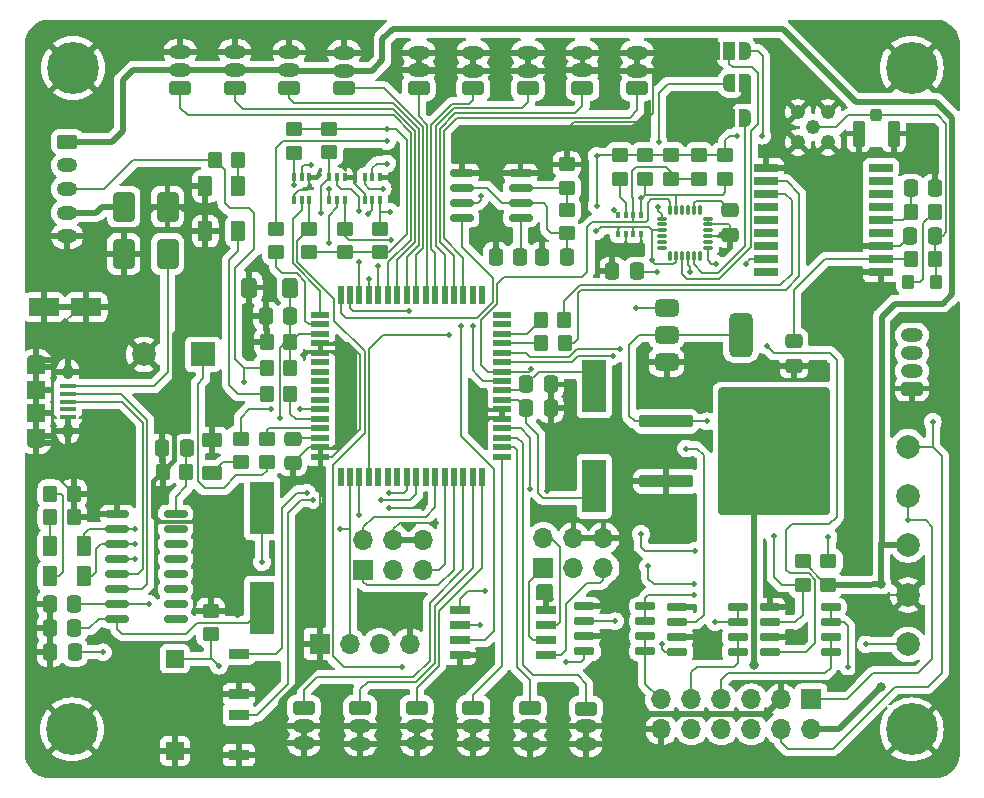
<source format=gbr>
%TF.GenerationSoftware,KiCad,Pcbnew,8.0.4-8.0.4-0~ubuntu24.04.1*%
%TF.CreationDate,2024-09-01T12:54:12+03:00*%
%TF.ProjectId,control_body,636f6e74-726f-46c5-9f62-6f64792e6b69,rev?*%
%TF.SameCoordinates,Original*%
%TF.FileFunction,Copper,L1,Top*%
%TF.FilePolarity,Positive*%
%FSLAX46Y46*%
G04 Gerber Fmt 4.6, Leading zero omitted, Abs format (unit mm)*
G04 Created by KiCad (PCBNEW 8.0.4-8.0.4-0~ubuntu24.04.1) date 2024-09-01 12:54:12*
%MOMM*%
%LPD*%
G01*
G04 APERTURE LIST*
G04 Aperture macros list*
%AMRoundRect*
0 Rectangle with rounded corners*
0 $1 Rounding radius*
0 $2 $3 $4 $5 $6 $7 $8 $9 X,Y pos of 4 corners*
0 Add a 4 corners polygon primitive as box body*
4,1,4,$2,$3,$4,$5,$6,$7,$8,$9,$2,$3,0*
0 Add four circle primitives for the rounded corners*
1,1,$1+$1,$2,$3*
1,1,$1+$1,$4,$5*
1,1,$1+$1,$6,$7*
1,1,$1+$1,$8,$9*
0 Add four rect primitives between the rounded corners*
20,1,$1+$1,$2,$3,$4,$5,0*
20,1,$1+$1,$4,$5,$6,$7,0*
20,1,$1+$1,$6,$7,$8,$9,0*
20,1,$1+$1,$8,$9,$2,$3,0*%
%AMFreePoly0*
4,1,19,0.500000,-0.750000,0.000000,-0.750000,0.000000,-0.744911,-0.071157,-0.744911,-0.207708,-0.704816,-0.327430,-0.627875,-0.420627,-0.520320,-0.479746,-0.390866,-0.500000,-0.250000,-0.500000,0.250000,-0.479746,0.390866,-0.420627,0.520320,-0.327430,0.627875,-0.207708,0.704816,-0.071157,0.744911,0.000000,0.744911,0.000000,0.750000,0.500000,0.750000,0.500000,-0.750000,0.500000,-0.750000,
$1*%
%AMFreePoly1*
4,1,19,0.000000,0.744911,0.071157,0.744911,0.207708,0.704816,0.327430,0.627875,0.420627,0.520320,0.479746,0.390866,0.500000,0.250000,0.500000,-0.250000,0.479746,-0.390866,0.420627,-0.520320,0.327430,-0.627875,0.207708,-0.704816,0.071157,-0.744911,0.000000,-0.744911,0.000000,-0.750000,-0.500000,-0.750000,-0.500000,0.750000,0.000000,0.750000,0.000000,0.744911,0.000000,0.744911,
$1*%
%AMFreePoly2*
4,1,19,0.550000,-0.750000,0.000000,-0.750000,0.000000,-0.744911,-0.071157,-0.744911,-0.207708,-0.704816,-0.327430,-0.627875,-0.420627,-0.520320,-0.479746,-0.390866,-0.500000,-0.250000,-0.500000,0.250000,-0.479746,0.390866,-0.420627,0.520320,-0.327430,0.627875,-0.207708,0.704816,-0.071157,0.744911,0.000000,0.744911,0.000000,0.750000,0.550000,0.750000,0.550000,-0.750000,0.550000,-0.750000,
$1*%
%AMFreePoly3*
4,1,19,0.000000,0.744911,0.071157,0.744911,0.207708,0.704816,0.327430,0.627875,0.420627,0.520320,0.479746,0.390866,0.500000,0.250000,0.500000,-0.250000,0.479746,-0.390866,0.420627,-0.520320,0.327430,-0.627875,0.207708,-0.704816,0.071157,-0.744911,0.000000,-0.744911,0.000000,-0.750000,-0.550000,-0.750000,-0.550000,0.750000,0.000000,0.750000,0.000000,0.744911,0.000000,0.744911,
$1*%
G04 Aperture macros list end*
%TA.AperFunction,SMDPad,CuDef*%
%ADD10R,1.350000X0.400000*%
%TD*%
%TA.AperFunction,ComponentPad*%
%ADD11O,1.550000X0.890000*%
%TD*%
%TA.AperFunction,SMDPad,CuDef*%
%ADD12R,1.550000X1.200000*%
%TD*%
%TA.AperFunction,ComponentPad*%
%ADD13O,0.950000X1.250000*%
%TD*%
%TA.AperFunction,SMDPad,CuDef*%
%ADD14R,1.550000X1.500000*%
%TD*%
%TA.AperFunction,SMDPad,CuDef*%
%ADD15RoundRect,0.250000X-0.250000X0.275000X-0.250000X-0.275000X0.250000X-0.275000X0.250000X0.275000X0*%
%TD*%
%TA.AperFunction,SMDPad,CuDef*%
%ADD16RoundRect,0.250000X-0.275000X0.850000X-0.275000X-0.850000X0.275000X-0.850000X0.275000X0.850000X0*%
%TD*%
%TA.AperFunction,ComponentPad*%
%ADD17R,1.700000X1.700000*%
%TD*%
%TA.AperFunction,ComponentPad*%
%ADD18O,1.700000X1.700000*%
%TD*%
%TA.AperFunction,SMDPad,CuDef*%
%ADD19R,2.000000X0.700000*%
%TD*%
%TA.AperFunction,ComponentPad*%
%ADD20RoundRect,0.250000X-0.685000X0.335000X-0.685000X-0.335000X0.685000X-0.335000X0.685000X0.335000X0*%
%TD*%
%TA.AperFunction,ComponentPad*%
%ADD21O,1.870000X1.170000*%
%TD*%
%TA.AperFunction,SMDPad,CuDef*%
%ADD22RoundRect,0.250000X-0.337500X-0.475000X0.337500X-0.475000X0.337500X0.475000X-0.337500X0.475000X0*%
%TD*%
%TA.AperFunction,SMDPad,CuDef*%
%ADD23C,2.000000*%
%TD*%
%TA.AperFunction,SMDPad,CuDef*%
%ADD24RoundRect,0.150000X-0.725000X-0.150000X0.725000X-0.150000X0.725000X0.150000X-0.725000X0.150000X0*%
%TD*%
%TA.AperFunction,SMDPad,CuDef*%
%ADD25RoundRect,0.250000X-0.350000X-0.450000X0.350000X-0.450000X0.350000X0.450000X-0.350000X0.450000X0*%
%TD*%
%TA.AperFunction,ComponentPad*%
%ADD26RoundRect,0.250000X0.685000X-0.335000X0.685000X0.335000X-0.685000X0.335000X-0.685000X-0.335000X0*%
%TD*%
%TA.AperFunction,SMDPad,CuDef*%
%ADD27RoundRect,0.250000X-0.375000X-0.625000X0.375000X-0.625000X0.375000X0.625000X-0.375000X0.625000X0*%
%TD*%
%TA.AperFunction,SMDPad,CuDef*%
%ADD28RoundRect,0.250000X0.450000X-0.350000X0.450000X0.350000X-0.450000X0.350000X-0.450000X-0.350000X0*%
%TD*%
%TA.AperFunction,SMDPad,CuDef*%
%ADD29FreePoly0,0.000000*%
%TD*%
%TA.AperFunction,SMDPad,CuDef*%
%ADD30FreePoly1,0.000000*%
%TD*%
%TA.AperFunction,SMDPad,CuDef*%
%ADD31RoundRect,0.250000X0.350000X0.450000X-0.350000X0.450000X-0.350000X-0.450000X0.350000X-0.450000X0*%
%TD*%
%TA.AperFunction,SMDPad,CuDef*%
%ADD32RoundRect,0.250000X0.475000X-0.337500X0.475000X0.337500X-0.475000X0.337500X-0.475000X-0.337500X0*%
%TD*%
%TA.AperFunction,SMDPad,CuDef*%
%ADD33R,1.700000X0.900000*%
%TD*%
%TA.AperFunction,SMDPad,CuDef*%
%ADD34RoundRect,0.250000X-0.650000X1.000000X-0.650000X-1.000000X0.650000X-1.000000X0.650000X1.000000X0*%
%TD*%
%TA.AperFunction,SMDPad,CuDef*%
%ADD35RoundRect,0.250000X-0.450000X0.350000X-0.450000X-0.350000X0.450000X-0.350000X0.450000X0.350000X0*%
%TD*%
%TA.AperFunction,ComponentPad*%
%ADD36C,0.700000*%
%TD*%
%TA.AperFunction,ComponentPad*%
%ADD37C,4.400000*%
%TD*%
%TA.AperFunction,SMDPad,CuDef*%
%ADD38RoundRect,0.100000X-0.100000X0.225000X-0.100000X-0.225000X0.100000X-0.225000X0.100000X0.225000X0*%
%TD*%
%TA.AperFunction,SMDPad,CuDef*%
%ADD39RoundRect,0.250000X-0.625000X0.375000X-0.625000X-0.375000X0.625000X-0.375000X0.625000X0.375000X0*%
%TD*%
%TA.AperFunction,SMDPad,CuDef*%
%ADD40RoundRect,0.250000X0.337500X0.475000X-0.337500X0.475000X-0.337500X-0.475000X0.337500X-0.475000X0*%
%TD*%
%TA.AperFunction,ComponentPad*%
%ADD41RoundRect,0.250000X-0.625000X0.350000X-0.625000X-0.350000X0.625000X-0.350000X0.625000X0.350000X0*%
%TD*%
%TA.AperFunction,ComponentPad*%
%ADD42O,1.750000X1.200000*%
%TD*%
%TA.AperFunction,SMDPad,CuDef*%
%ADD43RoundRect,0.250000X0.650000X-1.000000X0.650000X1.000000X-0.650000X1.000000X-0.650000X-1.000000X0*%
%TD*%
%TA.AperFunction,SMDPad,CuDef*%
%ADD44RoundRect,0.150000X-0.825000X-0.150000X0.825000X-0.150000X0.825000X0.150000X-0.825000X0.150000X0*%
%TD*%
%TA.AperFunction,SMDPad,CuDef*%
%ADD45RoundRect,0.375000X-0.625000X-0.375000X0.625000X-0.375000X0.625000X0.375000X-0.625000X0.375000X0*%
%TD*%
%TA.AperFunction,SMDPad,CuDef*%
%ADD46RoundRect,0.500000X-0.500000X-1.400000X0.500000X-1.400000X0.500000X1.400000X-0.500000X1.400000X0*%
%TD*%
%TA.AperFunction,SMDPad,CuDef*%
%ADD47R,1.700000X0.650000*%
%TD*%
%TA.AperFunction,SMDPad,CuDef*%
%ADD48RoundRect,0.250000X1.050000X0.550000X-1.050000X0.550000X-1.050000X-0.550000X1.050000X-0.550000X0*%
%TD*%
%TA.AperFunction,SMDPad,CuDef*%
%ADD49RoundRect,0.075000X-0.350000X-0.075000X0.350000X-0.075000X0.350000X0.075000X-0.350000X0.075000X0*%
%TD*%
%TA.AperFunction,SMDPad,CuDef*%
%ADD50RoundRect,0.075000X0.075000X-0.350000X0.075000X0.350000X-0.075000X0.350000X-0.075000X-0.350000X0*%
%TD*%
%TA.AperFunction,SMDPad,CuDef*%
%ADD51RoundRect,0.250000X0.375000X0.625000X-0.375000X0.625000X-0.375000X-0.625000X0.375000X-0.625000X0*%
%TD*%
%TA.AperFunction,SMDPad,CuDef*%
%ADD52R,2.000000X4.500000*%
%TD*%
%TA.AperFunction,SMDPad,CuDef*%
%ADD53R,0.350000X0.500000*%
%TD*%
%TA.AperFunction,ComponentPad*%
%ADD54C,1.240000*%
%TD*%
%TA.AperFunction,SMDPad,CuDef*%
%ADD55RoundRect,0.250000X0.400000X0.600000X-0.400000X0.600000X-0.400000X-0.600000X0.400000X-0.600000X0*%
%TD*%
%TA.AperFunction,SMDPad,CuDef*%
%ADD56R,0.550000X1.500000*%
%TD*%
%TA.AperFunction,SMDPad,CuDef*%
%ADD57R,1.500000X0.550000*%
%TD*%
%TA.AperFunction,SMDPad,CuDef*%
%ADD58FreePoly2,180.000000*%
%TD*%
%TA.AperFunction,SMDPad,CuDef*%
%ADD59R,1.000000X1.500000*%
%TD*%
%TA.AperFunction,SMDPad,CuDef*%
%ADD60FreePoly3,180.000000*%
%TD*%
%TA.AperFunction,SMDPad,CuDef*%
%ADD61R,1.500000X1.500000*%
%TD*%
%TA.AperFunction,ComponentPad*%
%ADD62R,2.000000X2.000000*%
%TD*%
%TA.AperFunction,ComponentPad*%
%ADD63C,2.000000*%
%TD*%
%TA.AperFunction,SMDPad,CuDef*%
%ADD64FreePoly0,180.000000*%
%TD*%
%TA.AperFunction,SMDPad,CuDef*%
%ADD65FreePoly1,180.000000*%
%TD*%
%TA.AperFunction,SMDPad,CuDef*%
%ADD66RoundRect,0.250000X-2.050000X-0.300000X2.050000X-0.300000X2.050000X0.300000X-2.050000X0.300000X0*%
%TD*%
%TA.AperFunction,SMDPad,CuDef*%
%ADD67RoundRect,0.250000X-2.025000X-2.375000X2.025000X-2.375000X2.025000X2.375000X-2.025000X2.375000X0*%
%TD*%
%TA.AperFunction,SMDPad,CuDef*%
%ADD68RoundRect,0.250002X-4.449998X-5.149998X4.449998X-5.149998X4.449998X5.149998X-4.449998X5.149998X0*%
%TD*%
%TA.AperFunction,SMDPad,CuDef*%
%ADD69RoundRect,0.250000X-0.275000X-0.350000X0.275000X-0.350000X0.275000X0.350000X-0.275000X0.350000X0*%
%TD*%
%TA.AperFunction,ViaPad*%
%ADD70C,0.500000*%
%TD*%
%TA.AperFunction,ViaPad*%
%ADD71C,0.800000*%
%TD*%
%TA.AperFunction,Conductor*%
%ADD72C,0.200000*%
%TD*%
%TA.AperFunction,Conductor*%
%ADD73C,0.400000*%
%TD*%
%TA.AperFunction,Conductor*%
%ADD74C,0.500000*%
%TD*%
%TA.AperFunction,Conductor*%
%ADD75C,0.300000*%
%TD*%
G04 APERTURE END LIST*
D10*
%TO.P,J2,1,VBUS*%
%TO.N,Net-(D1-A)*%
X111555000Y-93950000D03*
%TO.P,J2,2,D-*%
%TO.N,Net-(J2-D-)*%
X111555000Y-94600000D03*
%TO.P,J2,3,D+*%
%TO.N,Net-(J2-D+)*%
X111555000Y-95250000D03*
%TO.P,J2,4,ID*%
%TO.N,unconnected-(J2-ID-Pad4)*%
X111555000Y-95900000D03*
%TO.P,J2,5,GND*%
%TO.N,+5V*%
X111555000Y-96550000D03*
D11*
%TO.P,J2,6,Shield*%
X108855000Y-91750000D03*
D12*
X108855000Y-92350000D03*
D13*
X111555000Y-92750000D03*
D14*
X108855000Y-94250000D03*
X108855000Y-96250000D03*
D13*
X111555000Y-97750000D03*
D12*
X108855000Y-98150000D03*
D11*
X108855000Y-98750000D03*
%TD*%
D15*
%TO.P,AE1,1,A*%
%TO.N,Net-(AE1-A)*%
X180000000Y-71025000D03*
D16*
%TO.P,AE1,2,Shield*%
%TO.N,+5V*%
X181475000Y-72550000D03*
X178525000Y-72550000D03*
%TD*%
D17*
%TO.P,J21,1,Pin_1*%
%TO.N,/Lighting UNIT/Attiny_MISO*%
X151830000Y-109350000D03*
D18*
%TO.P,J21,2,Pin_2*%
%TO.N,/Lighting UNIT/Attiny_SCLK*%
X151830000Y-106810000D03*
%TO.P,J21,3,Pin_3*%
%TO.N,/Lighting UNIT/reset*%
X154370000Y-109350000D03*
%TO.P,J21,4,Pin_4*%
%TO.N,+5V*%
X154370000Y-106810000D03*
%TO.P,J21,5,Pin_5*%
%TO.N,/Lighting UNIT/Attiny_MOSI*%
X156910000Y-109350000D03*
%TO.P,J21,6,Pin_6*%
%TO.N,+5V*%
X156910000Y-106810000D03*
%TD*%
D19*
%TO.P,U3,1,GND*%
%TO.N,+5V*%
X170700000Y-75500000D03*
%TO.P,U3,2,TXD0*%
%TO.N,Net-(U3-TXD0)*%
X170700000Y-76600000D03*
%TO.P,U3,3,RXD0*%
%TO.N,Net-(U3-RXD0)*%
X170700000Y-77700000D03*
%TO.P,U3,4,TIMEMARK*%
%TO.N,unconnected-(U3-TIMEMARK-Pad4)*%
X170700000Y-78800000D03*
%TO.P,U3,5,EXTINT*%
%TO.N,unconnected-(U3-EXTINT-Pad5)*%
X170700000Y-79900000D03*
%TO.P,U3,6,V_BACKUP*%
%TO.N,unconnected-(U3-V_BACKUP-Pad6)*%
X170700000Y-81000000D03*
%TO.P,U3,7,NC*%
%TO.N,unconnected-(U3-NC-Pad7)*%
X170700000Y-82100000D03*
%TO.P,U3,8,Vcc*%
%TO.N,+3V3*%
X170700000Y-83200000D03*
%TO.P,U3,9,~{RESET}*%
%TO.N,unconnected-(U3-~{RESET}-Pad9)*%
X170700000Y-84300000D03*
%TO.P,U3,10,GND*%
%TO.N,+5V*%
X180400000Y-84300000D03*
%TO.P,U3,11,RF_IN*%
%TO.N,Net-(U3-RF_IN)*%
X180400000Y-83200000D03*
%TO.P,U3,12,GND*%
%TO.N,+5V*%
X180400000Y-82100000D03*
%TO.P,U3,13,ANTON*%
%TO.N,unconnected-(U3-ANTON-Pad13)*%
X180400000Y-81000000D03*
%TO.P,U3,14,Vcc_RF*%
%TO.N,Net-(U3-Vcc_RF)*%
X180400000Y-79900000D03*
%TO.P,U3,15,NC*%
%TO.N,unconnected-(U3-NC-Pad15)*%
X180400000Y-78800000D03*
%TO.P,U3,16,TXD1/SDA*%
%TO.N,unconnected-(U3-TXD1{slash}SDA-Pad16)*%
X180400000Y-77700000D03*
%TO.P,U3,17,RXD1/SCL*%
%TO.N,unconnected-(U3-RXD1{slash}SCL-Pad17)*%
X180400000Y-76600000D03*
%TO.P,U3,18,NC*%
%TO.N,unconnected-(U3-NC-Pad18)*%
X180400000Y-75500000D03*
%TD*%
D20*
%TO.P,J16,1,Pin_1*%
%TO.N,/Control UNIT/prox3*%
X141090000Y-121190000D03*
D21*
%TO.P,J16,2,Pin_2*%
%TO.N,+5V*%
X141090000Y-122690000D03*
%TO.P,J16,3,Pin_3*%
X141090000Y-124190000D03*
%TD*%
D22*
%TO.P,C10,1*%
%TO.N,Net-(U3-Vcc_RF)*%
X182912500Y-77200000D03*
%TO.P,C10,2*%
%TO.N,+5V*%
X184987500Y-77200000D03*
%TD*%
D23*
%TO.P,TP5,1,1*%
%TO.N,/Control UNIT/bat_level*%
X182690000Y-115810000D03*
%TD*%
D24*
%TO.P,Q3,1,S2*%
%TO.N,+5V*%
X155290000Y-112590000D03*
%TO.P,Q3,2,G2*%
%TO.N,Net-(Q3B-G2)*%
X155290000Y-113860000D03*
%TO.P,Q3,3,S1*%
%TO.N,+5V*%
X155290000Y-115130000D03*
%TO.P,Q3,4,G1*%
%TO.N,Net-(Q3A-G1)*%
X155290000Y-116400000D03*
%TO.P,Q3,5,D1*%
%TO.N,/Lighting UNIT/nav_white*%
X160440000Y-116400000D03*
%TO.P,Q3,6,D1*%
X160440000Y-115130000D03*
%TO.P,Q3,7,D2*%
%TO.N,/Lighting UNIT/landing_light*%
X160440000Y-113860000D03*
%TO.P,Q3,8,D2*%
X160440000Y-112590000D03*
%TD*%
D25*
%TO.P,R7,1*%
%TO.N,Net-(D6-A)*%
X128400000Y-94600000D03*
%TO.P,R7,2*%
%TO.N,Net-(U2-PF1)*%
X130400000Y-94600000D03*
%TD*%
D23*
%TO.P,TP1,1,1*%
%TO.N,+BATT*%
X182690000Y-103210000D03*
%TD*%
D26*
%TO.P,J8,1,Pin_1*%
%TO.N,/Control UNIT/ESC4*%
X145890000Y-68720000D03*
D21*
%TO.P,J8,2,Pin_2*%
%TO.N,+5V*%
X145890000Y-67220000D03*
%TO.P,J8,3,Pin_3*%
X145890000Y-65720000D03*
%TD*%
D17*
%TO.P,J3,1,Pin_1*%
%TO.N,/Control UNIT/MISO*%
X136575000Y-109505000D03*
D18*
%TO.P,J3,2,Pin_2*%
%TO.N,/Control UNIT/SCLK*%
X136575000Y-106965000D03*
%TO.P,J3,3,Pin_3*%
%TO.N,/Control UNIT/reset*%
X139115000Y-109505000D03*
%TO.P,J3,4,Pin_4*%
%TO.N,+5V*%
X139115000Y-106965000D03*
%TO.P,J3,5,Pin_5*%
%TO.N,/Control UNIT/MOSI*%
X141655000Y-109505000D03*
%TO.P,J3,6,Pin_6*%
%TO.N,+5V*%
X141655000Y-106965000D03*
%TD*%
D26*
%TO.P,J20,1,Pin_1*%
%TO.N,+5V*%
X183020000Y-94140000D03*
D21*
%TO.P,J20,2,Pin_2*%
%TO.N,/Control UNIT/COM_Tx*%
X183020000Y-92640000D03*
%TO.P,J20,3,Pin_3*%
%TO.N,/Control UNIT/COM_Rx*%
X183020000Y-91140000D03*
%TO.P,J20,4,Pin_4*%
%TO.N,/Control UNIT/COM_int*%
X183020000Y-89640000D03*
%TD*%
D27*
%TO.P,D2,1,K*%
%TO.N,+5V*%
X123200000Y-77020000D03*
%TO.P,D2,2,A*%
%TO.N,Net-(D2-A)*%
X126000000Y-77020000D03*
%TD*%
D28*
%TO.P,R26,1*%
%TO.N,Net-(Q1B-G2)*%
X173760000Y-110775000D03*
%TO.P,R26,2*%
%TO.N,+12V*%
X173760000Y-108775000D03*
%TD*%
D29*
%TO.P,JP1,1,A*%
%TO.N,+5V*%
X167560000Y-71270000D03*
D30*
%TO.P,JP1,2,B*%
%TO.N,/Sensor UNIT/FSYNC*%
X168860000Y-71270000D03*
%TD*%
D22*
%TO.P,C16,1*%
%TO.N,+5V*%
X151732500Y-82990000D03*
%TO.P,C16,2*%
%TO.N,Net-(U6-THR)*%
X153807500Y-82990000D03*
%TD*%
D31*
%TO.P,R1,1*%
%TO.N,Net-(D2-A)*%
X126000000Y-74800000D03*
%TO.P,R1,2*%
%TO.N,+BATT*%
X124000000Y-74800000D03*
%TD*%
D32*
%TO.P,C14,1*%
%TO.N,+5V*%
X167640000Y-81127500D03*
%TO.P,C14,2*%
%TO.N,Net-(U5-CPOUT)*%
X167640000Y-79052500D03*
%TD*%
D33*
%TO.P,SW3,1,1*%
%TO.N,Net-(U2-PE7)*%
X126030000Y-121770000D03*
%TO.P,SW3,2,2*%
%TO.N,+5V*%
X126030000Y-125170000D03*
%TD*%
D34*
%TO.P,D1,1,K*%
%TO.N,+5V*%
X120000000Y-78750000D03*
%TO.P,D1,2,A*%
%TO.N,Net-(D1-A)*%
X120000000Y-82750000D03*
%TD*%
D33*
%TO.P,SW2,1,1*%
%TO.N,Net-(U2-PE6)*%
X126030000Y-116610000D03*
%TO.P,SW2,2,2*%
%TO.N,+5V*%
X126030000Y-120010000D03*
%TD*%
D25*
%TO.P,R2,1*%
%TO.N,+5V*%
X119590000Y-101210000D03*
%TO.P,R2,2*%
%TO.N,Net-(U1-VCC)*%
X121590000Y-101210000D03*
%TD*%
D22*
%TO.P,C15,1*%
%TO.N,+5V*%
X147802500Y-82980000D03*
%TO.P,C15,2*%
%TO.N,Net-(U6-CV)*%
X149877500Y-82980000D03*
%TD*%
D35*
%TO.P,R5,1*%
%TO.N,+5V*%
X123650000Y-112940000D03*
%TO.P,R5,2*%
%TO.N,/Control UNIT/reset*%
X123650000Y-114940000D03*
%TD*%
D28*
%TO.P,R19,1*%
%TO.N,Net-(U6-THR)*%
X153800000Y-81000000D03*
%TO.P,R19,2*%
%TO.N,Net-(U6-DIS)*%
X153800000Y-79000000D03*
%TD*%
D36*
%TO.P,H1,1,1*%
%TO.N,+5V*%
X181350000Y-67000000D03*
X181833274Y-65833274D03*
X181833274Y-68166726D03*
X183000000Y-65350000D03*
D37*
X183000000Y-67000000D03*
D36*
X183000000Y-68650000D03*
X184166726Y-65833274D03*
X184166726Y-68166726D03*
X184650000Y-67000000D03*
%TD*%
D28*
%TO.P,R23,1*%
%TO.N,Net-(Q2A-G1)*%
X133690000Y-74150000D03*
%TO.P,R23,2*%
%TO.N,+12V*%
X133690000Y-72150000D03*
%TD*%
D38*
%TO.P,Q7,1,E1*%
%TO.N,+5V*%
X138000000Y-76250000D03*
%TO.P,Q7,2,B1*%
%TO.N,Net-(Q7A-B1)*%
X137350000Y-76250000D03*
%TO.P,Q7,3,C2*%
%TO.N,Net-(Q1B-G2)*%
X136700000Y-76250000D03*
%TO.P,Q7,4,E2*%
%TO.N,+5V*%
X136700000Y-78150000D03*
%TO.P,Q7,5,B2*%
%TO.N,Net-(Q7B-B2)*%
X137350000Y-78150000D03*
%TO.P,Q7,6,C1*%
%TO.N,Net-(Q1A-G1)*%
X138000000Y-78150000D03*
%TD*%
D39*
%TO.P,D3,1,K*%
%TO.N,+5V*%
X123800000Y-98500000D03*
%TO.P,D3,2,A*%
%TO.N,Net-(D3-A)*%
X123800000Y-101300000D03*
%TD*%
D35*
%TO.P,R29,1*%
%TO.N,Net-(Q9-B)*%
X129200000Y-80600000D03*
%TO.P,R29,2*%
%TO.N,/Control UNIT/front_pin*%
X129200000Y-82600000D03*
%TD*%
D17*
%TO.P,J23,1,Pin_1*%
%TO.N,+BATT*%
X174500000Y-120460000D03*
D18*
%TO.P,J23,2,Pin_2*%
%TO.N,+12V*%
X174500000Y-123000000D03*
%TO.P,J23,3,Pin_3*%
%TO.N,+5V*%
X171960000Y-120460000D03*
%TO.P,J23,4,Pin_4*%
%TO.N,+3V3*%
X171960000Y-123000000D03*
%TO.P,J23,5,Pin_5*%
%TO.N,/Lighting UNIT/front_light*%
X169420000Y-120460000D03*
%TO.P,J23,6,Pin_6*%
%TO.N,/Lighting UNIT/landing_light*%
X169420000Y-123000000D03*
%TO.P,J23,7,Pin_7*%
%TO.N,/Lighting UNIT/beacon*%
X166880000Y-120460000D03*
%TO.P,J23,8,Pin_8*%
%TO.N,/Lighting UNIT/strobe*%
X166880000Y-123000000D03*
%TO.P,J23,9,Pin_9*%
%TO.N,/Lighting UNIT/nav_red*%
X164340000Y-120460000D03*
%TO.P,J23,10,Pin_10*%
%TO.N,/Lighting UNIT/nav_green*%
X164340000Y-123000000D03*
%TO.P,J23,11,Pin_11*%
%TO.N,/Lighting UNIT/nav_white*%
X161800000Y-120460000D03*
%TO.P,J23,12,Pin_12*%
%TO.N,+5V*%
X161800000Y-123000000D03*
%TD*%
D28*
%TO.P,R13,1*%
%TO.N,/Control UNIT/SCL*%
X167220000Y-76390000D03*
%TO.P,R13,2*%
%TO.N,+3V3*%
X167220000Y-74390000D03*
%TD*%
D25*
%TO.P,R11,1*%
%TO.N,Net-(U3-Vcc_RF)*%
X182950000Y-79200000D03*
%TO.P,R11,2*%
%TO.N,Net-(L1-Pad1)*%
X184950000Y-79200000D03*
%TD*%
D35*
%TO.P,R25,1*%
%TO.N,Net-(Q3A-G1)*%
X132000000Y-80600000D03*
%TO.P,R25,2*%
%TO.N,+12V*%
X132000000Y-82600000D03*
%TD*%
D40*
%TO.P,C6,1*%
%TO.N,Net-(U1-V3)*%
X112125000Y-116460000D03*
%TO.P,C6,2*%
%TO.N,+5V*%
X110050000Y-116460000D03*
%TD*%
D23*
%TO.P,TP2,1,1*%
%TO.N,+12V*%
X182690000Y-107410000D03*
%TD*%
D20*
%TO.P,J10,1,Pin_1*%
%TO.N,/Control UNIT/prox1*%
X131530000Y-121180000D03*
D21*
%TO.P,J10,2,Pin_2*%
%TO.N,+5V*%
X131530000Y-122680000D03*
%TO.P,J10,3,Pin_3*%
X131530000Y-124180000D03*
%TD*%
D41*
%TO.P,J14,1,Pin_1*%
%TO.N,+12V*%
X111500000Y-73250000D03*
D42*
%TO.P,J14,2,Pin_2*%
%TO.N,+3V3*%
X111500000Y-75250000D03*
%TO.P,J14,3,Pin_3*%
%TO.N,+BATT*%
X111500000Y-77250000D03*
%TO.P,J14,4,Pin_4*%
%TO.N,Net-(D5-A)*%
X111500000Y-79250000D03*
%TO.P,J14,5,Pin_5*%
%TO.N,+5V*%
X111500000Y-81250000D03*
%TD*%
D40*
%TO.P,C7,1*%
%TO.N,+5V*%
X152437500Y-95800000D03*
%TO.P,C7,2*%
%TO.N,Net-(U2-XTAL2)*%
X150362500Y-95800000D03*
%TD*%
D43*
%TO.P,D5,1,K*%
%TO.N,+5V*%
X116300000Y-82750000D03*
%TO.P,D5,2,A*%
%TO.N,Net-(D5-A)*%
X116300000Y-78750000D03*
%TD*%
D36*
%TO.P,H3,1,1*%
%TO.N,+5V*%
X110250000Y-123000000D03*
X110733274Y-121833274D03*
X110733274Y-124166726D03*
X111900000Y-121350000D03*
D37*
X111900000Y-123000000D03*
D36*
X111900000Y-124650000D03*
X113066726Y-121833274D03*
X113066726Y-124166726D03*
X113550000Y-123000000D03*
%TD*%
D17*
%TO.P,J4,1,Pin_1*%
%TO.N,+5V*%
X132880000Y-115750000D03*
D18*
%TO.P,J4,2,Pin_2*%
%TO.N,/Control UNIT/RXD*%
X135420000Y-115750000D03*
%TO.P,J4,3,Pin_3*%
%TO.N,/Control UNIT/TXD*%
X137960000Y-115750000D03*
%TO.P,J4,4,Pin_4*%
%TO.N,+5V*%
X140500000Y-115750000D03*
%TD*%
D44*
%TO.P,U1,1,GND*%
%TO.N,+5V*%
X115735000Y-104770000D03*
%TO.P,U1,2,TXD*%
%TO.N,/Control UNIT/RXD*%
X115735000Y-106040000D03*
%TO.P,U1,3,RXD*%
%TO.N,/Control UNIT/TXD*%
X115735000Y-107310000D03*
%TO.P,U1,4,V3*%
%TO.N,Net-(U1-V3)*%
X115735000Y-108580000D03*
%TO.P,U1,5,UD+*%
%TO.N,Net-(J2-D+)*%
X115735000Y-109850000D03*
%TO.P,U1,6,UD-*%
%TO.N,Net-(J2-D-)*%
X115735000Y-111120000D03*
%TO.P,U1,7,XI*%
%TO.N,Net-(U1-XI)*%
X115735000Y-112390000D03*
%TO.P,U1,8,XO*%
%TO.N,Net-(U1-XO)*%
X115735000Y-113660000D03*
%TO.P,U1,9,~{CTS}*%
%TO.N,unconnected-(U1-~{CTS}-Pad9)*%
X120685000Y-113660000D03*
%TO.P,U1,10,~{DSR}*%
%TO.N,unconnected-(U1-~{DSR}-Pad10)*%
X120685000Y-112390000D03*
%TO.P,U1,11,~{RI}*%
%TO.N,unconnected-(U1-~{RI}-Pad11)*%
X120685000Y-111120000D03*
%TO.P,U1,12,~{DCD}*%
%TO.N,unconnected-(U1-~{DCD}-Pad12)*%
X120685000Y-109850000D03*
%TO.P,U1,13,~{DTR}*%
%TO.N,unconnected-(U1-~{DTR}-Pad13)*%
X120685000Y-108580000D03*
%TO.P,U1,14,~{RTS}*%
%TO.N,unconnected-(U1-~{RTS}-Pad14)*%
X120685000Y-107310000D03*
%TO.P,U1,15,R232*%
%TO.N,unconnected-(U1-R232-Pad15)*%
X120685000Y-106040000D03*
%TO.P,U1,16,VCC*%
%TO.N,Net-(U1-VCC)*%
X120685000Y-104770000D03*
%TD*%
D23*
%TO.P,TP3,1,1*%
%TO.N,+5V*%
X182690000Y-111610000D03*
%TD*%
D35*
%TO.P,R20,1*%
%TO.N,Net-(Q1A-G1)*%
X138000000Y-80600000D03*
%TO.P,R20,2*%
%TO.N,+12V*%
X138000000Y-82600000D03*
%TD*%
D26*
%TO.P,J7,1,Pin_1*%
%TO.N,/Control UNIT/ESC3*%
X150520000Y-68720000D03*
D21*
%TO.P,J7,2,Pin_2*%
%TO.N,+5V*%
X150520000Y-67220000D03*
%TO.P,J7,3,Pin_3*%
X150520000Y-65720000D03*
%TD*%
D45*
%TO.P,Q9,1,B*%
%TO.N,Net-(Q9-B)*%
X162250000Y-87300000D03*
%TO.P,Q9,2,C*%
%TO.N,Net-(Q4-G)*%
X162250000Y-89600000D03*
D46*
X168550000Y-89600000D03*
D45*
%TO.P,Q9,3,E*%
%TO.N,+5V*%
X162250000Y-91900000D03*
%TD*%
D26*
%TO.P,J11,1,Pin_1*%
%TO.N,/Control UNIT/servo2*%
X130310000Y-68690000D03*
D21*
%TO.P,J11,2,Pin_2*%
%TO.N,+12V*%
X130310000Y-67190000D03*
%TO.P,J11,3,Pin_3*%
%TO.N,+5V*%
X130310000Y-65690000D03*
%TD*%
D20*
%TO.P,J15,1,Pin_1*%
%TO.N,/Control UNIT/prox2*%
X136320000Y-121200000D03*
D21*
%TO.P,J15,2,Pin_2*%
%TO.N,+5V*%
X136320000Y-122700000D03*
%TO.P,J15,3,Pin_3*%
X136320000Y-124200000D03*
%TD*%
D25*
%TO.P,R3,1*%
%TO.N,+BATT*%
X128400000Y-92400000D03*
%TO.P,R3,2*%
%TO.N,/Control UNIT/bat_level*%
X130400000Y-92400000D03*
%TD*%
D47*
%TO.P,U7,1,~{RESET}/PB5*%
%TO.N,/Lighting UNIT/reset*%
X144750000Y-112895000D03*
%TO.P,U7,2,XTAL1/PB3*%
%TO.N,Net-(Q7B-B2)*%
X144750000Y-114165000D03*
%TO.P,U7,3,XTAL2/PB4*%
%TO.N,/Control UNIT/strobe_pin*%
X144750000Y-115435000D03*
%TO.P,U7,4,GND*%
%TO.N,+5V*%
X144750000Y-116705000D03*
%TO.P,U7,5,AREF/PB0*%
%TO.N,/Lighting UNIT/Attiny_MOSI*%
X152050000Y-116705000D03*
%TO.P,U7,6,PB1*%
%TO.N,/Lighting UNIT/Attiny_MISO*%
X152050000Y-115435000D03*
%TO.P,U7,7,PB2*%
%TO.N,/Lighting UNIT/Attiny_SCLK*%
X152050000Y-114165000D03*
%TO.P,U7,8,VCC*%
%TO.N,+5V*%
X152050000Y-112895000D03*
%TD*%
D48*
%TO.P,C1,1*%
%TO.N,+5V*%
X113125000Y-87250000D03*
%TO.P,C1,2*%
X109525000Y-87250000D03*
%TD*%
D22*
%TO.P,C3,1*%
%TO.N,+5V*%
X119552500Y-99210000D03*
%TO.P,C3,2*%
%TO.N,Net-(U1-VCC)*%
X121627500Y-99210000D03*
%TD*%
D24*
%TO.P,Q1,1,S2*%
%TO.N,+5V*%
X170985000Y-112670000D03*
%TO.P,Q1,2,G2*%
%TO.N,Net-(Q1B-G2)*%
X170985000Y-113940000D03*
%TO.P,Q1,3,S1*%
%TO.N,+5V*%
X170985000Y-115210000D03*
%TO.P,Q1,4,G1*%
%TO.N,Net-(Q1A-G1)*%
X170985000Y-116480000D03*
%TO.P,Q1,5,D1*%
%TO.N,/Lighting UNIT/beacon*%
X176135000Y-116480000D03*
%TO.P,Q1,6,D1*%
X176135000Y-115210000D03*
%TO.P,Q1,7,D2*%
%TO.N,/Lighting UNIT/strobe*%
X176135000Y-113940000D03*
%TO.P,Q1,8,D2*%
X176135000Y-112670000D03*
%TD*%
D35*
%TO.P,R24,1*%
%TO.N,Net-(Q2B-G2)*%
X135000000Y-80600000D03*
%TO.P,R24,2*%
%TO.N,+12V*%
X135000000Y-82600000D03*
%TD*%
D20*
%TO.P,J18,1,Pin_1*%
%TO.N,/Control UNIT/prox5*%
X150680000Y-121220000D03*
D21*
%TO.P,J18,2,Pin_2*%
%TO.N,+5V*%
X150680000Y-122720000D03*
%TO.P,J18,3,Pin_3*%
X150680000Y-124220000D03*
%TD*%
D31*
%TO.P,R4,1*%
%TO.N,/Control UNIT/bat_level*%
X130400000Y-90200000D03*
%TO.P,R4,2*%
%TO.N,+5V*%
X128400000Y-90200000D03*
%TD*%
D26*
%TO.P,J9,1,Pin_1*%
%TO.N,/Control UNIT/ESC5*%
X141260000Y-68700000D03*
D21*
%TO.P,J9,2,Pin_2*%
%TO.N,+5V*%
X141260000Y-67200000D03*
%TO.P,J9,3,Pin_3*%
X141260000Y-65700000D03*
%TD*%
D38*
%TO.P,Q6,1,E1*%
%TO.N,+5V*%
X135000000Y-76250000D03*
%TO.P,Q6,2,B1*%
%TO.N,/Control UNIT/nav_green_pin*%
X134350000Y-76250000D03*
%TO.P,Q6,3,C2*%
%TO.N,Net-(Q2A-G1)*%
X133700000Y-76250000D03*
%TO.P,Q6,4,E2*%
%TO.N,+5V*%
X133700000Y-78150000D03*
%TO.P,Q6,5,B2*%
%TO.N,/Control UNIT/nav_red_pin*%
X134350000Y-78150000D03*
%TO.P,Q6,6,C1*%
%TO.N,Net-(Q2B-G2)*%
X135000000Y-78150000D03*
%TD*%
D24*
%TO.P,Q2,1,S2*%
%TO.N,+5V*%
X163155000Y-112645000D03*
%TO.P,Q2,2,G2*%
%TO.N,Net-(Q2B-G2)*%
X163155000Y-113915000D03*
%TO.P,Q2,3,S1*%
%TO.N,+5V*%
X163155000Y-115185000D03*
%TO.P,Q2,4,G1*%
%TO.N,Net-(Q2A-G1)*%
X163155000Y-116455000D03*
%TO.P,Q2,5,D1*%
%TO.N,/Lighting UNIT/nav_red*%
X168305000Y-116455000D03*
%TO.P,Q2,6,D1*%
X168305000Y-115185000D03*
%TO.P,Q2,7,D2*%
%TO.N,/Lighting UNIT/nav_green*%
X168305000Y-113915000D03*
%TO.P,Q2,8,D2*%
X168305000Y-112645000D03*
%TD*%
D28*
%TO.P,R16,1*%
%TO.N,/Control UNIT/SCL*%
X160400000Y-76400000D03*
%TO.P,R16,2*%
%TO.N,+3V3*%
X160400000Y-74400000D03*
%TD*%
D25*
%TO.P,R12,1*%
%TO.N,Net-(U3-RF_IN)*%
X182950000Y-83200000D03*
%TO.P,R12,2*%
%TO.N,Net-(AE1-A)*%
X184950000Y-83200000D03*
%TD*%
D28*
%TO.P,R17,1*%
%TO.N,/Control UNIT/SDA*%
X165020000Y-76390000D03*
%TO.P,R17,2*%
%TO.N,+3V3*%
X165020000Y-74390000D03*
%TD*%
%TO.P,R15,1*%
%TO.N,Net-(U4-CSB)*%
X158280000Y-76400000D03*
%TO.P,R15,2*%
%TO.N,+3V3*%
X158280000Y-74400000D03*
%TD*%
D49*
%TO.P,U5,1,CLKIN*%
%TO.N,/Sensor UNIT/CLKIN*%
X161840000Y-79750000D03*
%TO.P,U5,2*%
%TO.N,N/C*%
X161840000Y-80250000D03*
%TO.P,U5,3,VDD*%
%TO.N,+3V3*%
X161840000Y-80750000D03*
%TO.P,U5,4*%
%TO.N,N/C*%
X161840000Y-81250000D03*
%TO.P,U5,5*%
X161840000Y-81750000D03*
%TO.P,U5,6,ES_DA*%
%TO.N,unconnected-(U5-ES_DA-Pad6)*%
X161840000Y-82250000D03*
D50*
%TO.P,U5,7,ES_CL*%
%TO.N,unconnected-(U5-ES_CL-Pad7)*%
X162540000Y-82950000D03*
%TO.P,U5,8,VLOGIC*%
%TO.N,+3V3*%
X163040000Y-82950000D03*
%TO.P,U5,9,AD0*%
%TO.N,/Sensor UNIT/ADO*%
X163540000Y-82950000D03*
%TO.P,U5,10,REGOUT*%
%TO.N,Net-(U5-REGOUT)*%
X164040000Y-82950000D03*
%TO.P,U5,11,FSYNC*%
%TO.N,/Sensor UNIT/FSYNC*%
X164540000Y-82950000D03*
%TO.P,U5,12,INT*%
%TO.N,unconnected-(U5-INT-Pad12)*%
X165040000Y-82950000D03*
D49*
%TO.P,U5,13,VDD*%
%TO.N,+3V3*%
X165740000Y-82250000D03*
%TO.P,U5,14*%
%TO.N,N/C*%
X165740000Y-81750000D03*
%TO.P,U5,15,GND*%
%TO.N,+5V*%
X165740000Y-81250000D03*
%TO.P,U5,16*%
%TO.N,N/C*%
X165740000Y-80750000D03*
%TO.P,U5,17,GND*%
%TO.N,+5V*%
X165740000Y-80250000D03*
%TO.P,U5,18,GND*%
X165740000Y-79750000D03*
D50*
%TO.P,U5,19*%
%TO.N,N/C*%
X165040000Y-79050000D03*
%TO.P,U5,20,CPOUT*%
%TO.N,Net-(U5-CPOUT)*%
X164540000Y-79050000D03*
%TO.P,U5,21*%
%TO.N,N/C*%
X164040000Y-79050000D03*
%TO.P,U5,22*%
X163540000Y-79050000D03*
%TO.P,U5,23,SCL*%
%TO.N,/Control UNIT/SCL*%
X163040000Y-79050000D03*
%TO.P,U5,24,SDA*%
%TO.N,/Control UNIT/SDA*%
X162540000Y-79050000D03*
%TD*%
D26*
%TO.P,J5,1,Pin_1*%
%TO.N,/Control UNIT/ESC1*%
X159740000Y-68720000D03*
D21*
%TO.P,J5,2,Pin_2*%
%TO.N,+5V*%
X159740000Y-67220000D03*
%TO.P,J5,3,Pin_3*%
X159740000Y-65720000D03*
%TD*%
D35*
%TO.P,R28,1*%
%TO.N,Net-(Q4-G)*%
X175960000Y-108775000D03*
%TO.P,R28,2*%
%TO.N,+12V*%
X175960000Y-110775000D03*
%TD*%
D51*
%TO.P,D8,1,K*%
%TO.N,/Control UNIT/TXD*%
X112885000Y-110040000D03*
%TO.P,D8,2,A*%
%TO.N,Net-(D8-A)*%
X110085000Y-110040000D03*
%TD*%
D23*
%TO.P,TP4,1,1*%
%TO.N,+3V3*%
X182690000Y-99060000D03*
%TD*%
D22*
%TO.P,C12,1*%
%TO.N,+5V*%
X182875000Y-81200000D03*
%TO.P,C12,2*%
%TO.N,Net-(AE1-A)*%
X184950000Y-81200000D03*
%TD*%
D20*
%TO.P,J17,1,Pin_1*%
%TO.N,/Control UNIT/prox4*%
X145900000Y-121200000D03*
D21*
%TO.P,J17,2,Pin_2*%
%TO.N,+5V*%
X145900000Y-122700000D03*
%TO.P,J17,3,Pin_3*%
X145900000Y-124200000D03*
%TD*%
D26*
%TO.P,J12,1,Pin_1*%
%TO.N,/Control UNIT/servo3*%
X125700000Y-68670000D03*
D21*
%TO.P,J12,2,Pin_2*%
%TO.N,+12V*%
X125700000Y-67170000D03*
%TO.P,J12,3,Pin_3*%
%TO.N,+5V*%
X125700000Y-65670000D03*
%TD*%
D28*
%TO.P,R18,1*%
%TO.N,Net-(U6-DIS)*%
X153800000Y-77170000D03*
%TO.P,R18,2*%
%TO.N,+5V*%
X153800000Y-75170000D03*
%TD*%
D52*
%TO.P,Y2,1,1*%
%TO.N,Net-(U2-XTAL2)*%
X156130000Y-102410000D03*
%TO.P,Y2,2,2*%
%TO.N,Net-(U2-XTAL1)*%
X156130000Y-93910000D03*
%TD*%
D53*
%TO.P,U4,1,GND*%
%TO.N,+5V*%
X158140000Y-79450000D03*
%TO.P,U4,2,CSB*%
%TO.N,Net-(U4-CSB)*%
X158790000Y-79450000D03*
%TO.P,U4,3,SDI*%
%TO.N,/Control UNIT/SDA*%
X159440000Y-79450000D03*
%TO.P,U4,4,SCK*%
%TO.N,/Control UNIT/SCL*%
X160090000Y-79450000D03*
%TO.P,U4,5,SDO*%
%TO.N,+5V*%
X160090000Y-81050000D03*
%TO.P,U4,6,VDDIO*%
%TO.N,+3V3*%
X159440000Y-81050000D03*
%TO.P,U4,7,GND*%
%TO.N,+5V*%
X158790000Y-81050000D03*
%TO.P,U4,8,VDD*%
%TO.N,+3V3*%
X158140000Y-81050000D03*
%TD*%
D22*
%TO.P,C5,1*%
%TO.N,+5V*%
X128325000Y-88000000D03*
%TO.P,C5,2*%
%TO.N,/Control UNIT/bat_level*%
X130400000Y-88000000D03*
%TD*%
D54*
%TO.P,AE2,1,A*%
%TO.N,Net-(AE1-A)*%
X174660000Y-72030000D03*
%TO.P,AE2,2,Shield*%
%TO.N,+5V*%
X173390000Y-70760000D03*
X173390000Y-73300000D03*
X175930000Y-70760000D03*
X175930000Y-73300000D03*
%TD*%
D20*
%TO.P,J19,1,Pin_1*%
%TO.N,/Control UNIT/prox6*%
X155410000Y-121240000D03*
D21*
%TO.P,J19,2,Pin_2*%
%TO.N,+5V*%
X155410000Y-122740000D03*
%TO.P,J19,3,Pin_3*%
X155410000Y-124240000D03*
%TD*%
D26*
%TO.P,J1,1,Pin_1*%
%TO.N,/Control UNIT/servo1*%
X134950000Y-68730000D03*
D21*
%TO.P,J1,2,Pin_2*%
%TO.N,+12V*%
X134950000Y-67230000D03*
%TO.P,J1,3,Pin_3*%
%TO.N,+5V*%
X134950000Y-65730000D03*
%TD*%
D36*
%TO.P,H4,1,1*%
%TO.N,+5V*%
X181350000Y-123000000D03*
X181833274Y-121833274D03*
X181833274Y-124166726D03*
X183000000Y-121350000D03*
D37*
X183000000Y-123000000D03*
D36*
X183000000Y-124650000D03*
X184166726Y-121833274D03*
X184166726Y-124166726D03*
X184650000Y-123000000D03*
%TD*%
D22*
%TO.P,C4,1*%
%TO.N,+5V*%
X110047500Y-114440000D03*
%TO.P,C4,2*%
%TO.N,Net-(U1-XO)*%
X112122500Y-114440000D03*
%TD*%
D32*
%TO.P,C11,1*%
%TO.N,+5V*%
X173040000Y-92197500D03*
%TO.P,C11,2*%
%TO.N,Net-(U3-RF_IN)*%
X173040000Y-90122500D03*
%TD*%
D55*
%TO.P,D4,1,K*%
%TO.N,/Control UNIT/bat_level*%
X130397500Y-85590000D03*
%TO.P,D4,2,A*%
%TO.N,+5V*%
X126897500Y-85590000D03*
%TD*%
D56*
%TO.P,U2,1,PG5*%
%TO.N,unconnected-(U2-PG5-Pad1)*%
X134650000Y-101600000D03*
%TO.P,U2,2,PE0*%
%TO.N,/Control UNIT/RXD*%
X135450000Y-101600000D03*
%TO.P,U2,3,PE1*%
%TO.N,/Control UNIT/TXD*%
X136250000Y-101600000D03*
%TO.P,U2,4,PE2*%
%TO.N,/Control UNIT/COM_int*%
X137050000Y-101600000D03*
%TO.P,U2,5,PE3*%
%TO.N,unconnected-(U2-PE3-Pad5)*%
X137850000Y-101600000D03*
%TO.P,U2,6,PE4*%
%TO.N,unconnected-(U2-PE4-Pad6)*%
X138650000Y-101600000D03*
%TO.P,U2,7,PE5*%
%TO.N,unconnected-(U2-PE5-Pad7)*%
X139450000Y-101600000D03*
%TO.P,U2,8,PE6*%
%TO.N,Net-(U2-PE6)*%
X140250000Y-101600000D03*
%TO.P,U2,9,PE7*%
%TO.N,Net-(U2-PE7)*%
X141050000Y-101600000D03*
%TO.P,U2,10,PB0*%
%TO.N,unconnected-(U2-PB0-Pad10)*%
X141850000Y-101600000D03*
%TO.P,U2,11,PB1*%
%TO.N,/Control UNIT/SCLK*%
X142650000Y-101600000D03*
%TO.P,U2,12,PB2*%
%TO.N,/Control UNIT/MOSI*%
X143450000Y-101600000D03*
%TO.P,U2,13,PB3*%
%TO.N,/Control UNIT/MISO*%
X144250000Y-101600000D03*
%TO.P,U2,14,PB4*%
%TO.N,/Control UNIT/prox1*%
X145050000Y-101600000D03*
%TO.P,U2,15,PB5*%
%TO.N,/Control UNIT/prox2*%
X145850000Y-101600000D03*
%TO.P,U2,16,PB6*%
%TO.N,/Control UNIT/prox3*%
X146650000Y-101600000D03*
D57*
%TO.P,U2,17,PB7*%
%TO.N,/Control UNIT/prox4*%
X148350000Y-99900000D03*
%TO.P,U2,18,PG3*%
%TO.N,/Control UNIT/prox5*%
X148350000Y-99100000D03*
%TO.P,U2,19,PG4*%
%TO.N,/Control UNIT/prox6*%
X148350000Y-98300000D03*
%TO.P,U2,20,~{RESET}*%
%TO.N,/Control UNIT/reset*%
X148350000Y-97500000D03*
%TO.P,U2,21,VCC*%
%TO.N,+5V*%
X148350000Y-96700000D03*
%TO.P,U2,22,GND*%
X148350000Y-95900000D03*
%TO.P,U2,23,XTAL2*%
%TO.N,Net-(U2-XTAL2)*%
X148350000Y-95100000D03*
%TO.P,U2,24,XTAL1*%
%TO.N,Net-(U2-XTAL1)*%
X148350000Y-94300000D03*
%TO.P,U2,25,PD0*%
%TO.N,/Control UNIT/SCL*%
X148350000Y-93500000D03*
%TO.P,U2,26,PD1*%
%TO.N,/Control UNIT/SDA*%
X148350000Y-92700000D03*
%TO.P,U2,27,PD2*%
%TO.N,/Control UNIT/COM_Tx*%
X148350000Y-91900000D03*
%TO.P,U2,28,PD3*%
%TO.N,/Control UNIT/COM_Rx*%
X148350000Y-91100000D03*
%TO.P,U2,29,PD4*%
%TO.N,/Control UNIT/GPS_Tx*%
X148350000Y-90300000D03*
%TO.P,U2,30,PD5*%
%TO.N,/Control UNIT/GPS_Rx*%
X148350000Y-89500000D03*
%TO.P,U2,31,PD6*%
%TO.N,unconnected-(U2-PD6-Pad31)*%
X148350000Y-88700000D03*
%TO.P,U2,32,PD7*%
%TO.N,unconnected-(U2-PD7-Pad32)*%
X148350000Y-87900000D03*
D56*
%TO.P,U2,33,PG0*%
%TO.N,unconnected-(U2-PG0-Pad33)*%
X146650000Y-86200000D03*
%TO.P,U2,34,PG1*%
%TO.N,unconnected-(U2-PG1-Pad34)*%
X145850000Y-86200000D03*
%TO.P,U2,35,PC0*%
%TO.N,/Control UNIT/ESC1*%
X145050000Y-86200000D03*
%TO.P,U2,36,PC1*%
%TO.N,/Control UNIT/ESC2*%
X144250000Y-86200000D03*
%TO.P,U2,37,PC2*%
%TO.N,/Control UNIT/ESC3*%
X143450000Y-86200000D03*
%TO.P,U2,38,PC3*%
%TO.N,/Control UNIT/ESC4*%
X142650000Y-86200000D03*
%TO.P,U2,39,PC4*%
%TO.N,/Control UNIT/ESC5*%
X141850000Y-86200000D03*
%TO.P,U2,40,PC5*%
%TO.N,/Control UNIT/servo1*%
X141050000Y-86200000D03*
%TO.P,U2,41,PC6*%
%TO.N,/Control UNIT/servo2*%
X140250000Y-86200000D03*
%TO.P,U2,42,PC7*%
%TO.N,/Control UNIT/servo3*%
X139450000Y-86200000D03*
%TO.P,U2,43,PG2*%
%TO.N,/Control UNIT/servo4*%
X138650000Y-86200000D03*
%TO.P,U2,44,PA7*%
%TO.N,/Control UNIT/nav_white_pin*%
X137850000Y-86200000D03*
%TO.P,U2,45,PA6*%
%TO.N,/Control UNIT/nav_red_pin*%
X137050000Y-86200000D03*
%TO.P,U2,46,PA5*%
%TO.N,/Control UNIT/nav_green_pin*%
X136250000Y-86200000D03*
%TO.P,U2,47,PA4*%
%TO.N,/Control UNIT/strobe_pin*%
X135450000Y-86200000D03*
%TO.P,U2,48,PA3*%
%TO.N,/Control UNIT/beacon_pin*%
X134650000Y-86200000D03*
D57*
%TO.P,U2,49,PA2*%
%TO.N,/Control UNIT/landing_pin*%
X132950000Y-87900000D03*
%TO.P,U2,50,PA1*%
%TO.N,/Control UNIT/front_pin*%
X132950000Y-88700000D03*
%TO.P,U2,51,PA0*%
%TO.N,/Control UNIT/bat_level*%
X132950000Y-89500000D03*
%TO.P,U2,52,VCC*%
%TO.N,+5V*%
X132950000Y-90300000D03*
%TO.P,U2,53,GND*%
X132950000Y-91100000D03*
%TO.P,U2,54,PF7*%
%TO.N,unconnected-(U2-PF7-Pad54)*%
X132950000Y-91900000D03*
%TO.P,U2,55,PF6*%
%TO.N,unconnected-(U2-PF6-Pad55)*%
X132950000Y-92700000D03*
%TO.P,U2,56,PF5*%
%TO.N,unconnected-(U2-PF5-Pad56)*%
X132950000Y-93500000D03*
%TO.P,U2,57,PF4*%
%TO.N,unconnected-(U2-PF4-Pad57)*%
X132950000Y-94300000D03*
%TO.P,U2,58,PF3*%
%TO.N,unconnected-(U2-PF3-Pad58)*%
X132950000Y-95100000D03*
%TO.P,U2,59,PF2*%
%TO.N,Net-(U2-PF2)*%
X132950000Y-95900000D03*
%TO.P,U2,60,PF1*%
%TO.N,Net-(U2-PF1)*%
X132950000Y-96700000D03*
%TO.P,U2,61,PF0*%
%TO.N,Net-(U2-PF0)*%
X132950000Y-97500000D03*
%TO.P,U2,62,AREF*%
%TO.N,Net-(U2-AREF)*%
X132950000Y-98300000D03*
%TO.P,U2,63,GND*%
%TO.N,+5V*%
X132950000Y-99100000D03*
%TO.P,U2,64,AVCC*%
X132950000Y-99900000D03*
%TD*%
D25*
%TO.P,R22,1*%
%TO.N,Net-(D8-A)*%
X110085000Y-103040000D03*
%TO.P,R22,2*%
%TO.N,+5V*%
X112085000Y-103040000D03*
%TD*%
D28*
%TO.P,R6,1*%
%TO.N,Net-(D3-A)*%
X126200000Y-100400000D03*
%TO.P,R6,2*%
%TO.N,Net-(U2-PF2)*%
X126200000Y-98400000D03*
%TD*%
D22*
%TO.P,C2,1*%
%TO.N,+5V*%
X110047500Y-112380000D03*
%TO.P,C2,2*%
%TO.N,Net-(U1-XI)*%
X112122500Y-112380000D03*
%TD*%
D44*
%TO.P,U6,1,GND*%
%TO.N,+5V*%
X144935000Y-75895000D03*
%TO.P,U6,2,TR*%
%TO.N,Net-(U6-THR)*%
X144935000Y-77165000D03*
%TO.P,U6,3,Q*%
%TO.N,Net-(Q7A-B1)*%
X144935000Y-78435000D03*
%TO.P,U6,4,R*%
%TO.N,/Control UNIT/beacon_pin*%
X144935000Y-79705000D03*
%TO.P,U6,5,CV*%
%TO.N,Net-(U6-CV)*%
X149885000Y-79705000D03*
%TO.P,U6,6,THR*%
%TO.N,Net-(U6-THR)*%
X149885000Y-78435000D03*
%TO.P,U6,7,DIS*%
%TO.N,Net-(U6-DIS)*%
X149885000Y-77165000D03*
%TO.P,U6,8,VCC*%
%TO.N,+5V*%
X149885000Y-75895000D03*
%TD*%
D58*
%TO.P,JP2,1,A*%
%TO.N,+3V3*%
X168860000Y-65600000D03*
D59*
%TO.P,JP2,2,C*%
%TO.N,/Sensor UNIT/ADO*%
X167560000Y-65600000D03*
D60*
%TO.P,JP2,3,B*%
%TO.N,+5V*%
X166260000Y-65600000D03*
%TD*%
D61*
%TO.P,SW1,1,1*%
%TO.N,+5V*%
X120610000Y-124810000D03*
%TO.P,SW1,2,2*%
%TO.N,/Control UNIT/reset*%
X120610000Y-117010000D03*
%TD*%
D52*
%TO.P,Y1,1,1*%
%TO.N,Net-(U1-XI)*%
X128000000Y-104240000D03*
%TO.P,Y1,2,2*%
%TO.N,Net-(U1-XO)*%
X128000000Y-112740000D03*
%TD*%
D62*
%TO.P,BZ1,1,+*%
%TO.N,Net-(BZ1-+)*%
X123000000Y-91250000D03*
D63*
%TO.P,BZ1,2,-*%
%TO.N,+5V*%
X118000000Y-91250000D03*
%TD*%
D28*
%TO.P,R27,1*%
%TO.N,Net-(Q3B-G2)*%
X130710000Y-74170000D03*
%TO.P,R27,2*%
%TO.N,+12V*%
X130710000Y-72170000D03*
%TD*%
D64*
%TO.P,JP3,1,A*%
%TO.N,+5V*%
X168860000Y-68270000D03*
D65*
%TO.P,JP3,2,B*%
%TO.N,/Sensor UNIT/CLKIN*%
X167560000Y-68270000D03*
%TD*%
D40*
%TO.P,C8,1*%
%TO.N,+5V*%
X152437500Y-93800000D03*
%TO.P,C8,2*%
%TO.N,Net-(U2-XTAL1)*%
X150362500Y-93800000D03*
%TD*%
D27*
%TO.P,D6,1,K*%
%TO.N,+5V*%
X123200000Y-80820000D03*
%TO.P,D6,2,A*%
%TO.N,Net-(D6-A)*%
X126000000Y-80820000D03*
%TD*%
D36*
%TO.P,H2,1,1*%
%TO.N,+5V*%
X110350000Y-67000000D03*
X110833274Y-65833274D03*
X110833274Y-68166726D03*
X112000000Y-65350000D03*
D37*
X112000000Y-67000000D03*
D36*
X112000000Y-68650000D03*
X113166726Y-65833274D03*
X113166726Y-68166726D03*
X113650000Y-67000000D03*
%TD*%
D25*
%TO.P,R10,1*%
%TO.N,/Control UNIT/GPS_Rx*%
X151600000Y-88300000D03*
%TO.P,R10,2*%
%TO.N,Net-(U3-RXD0)*%
X153600000Y-88300000D03*
%TD*%
D38*
%TO.P,Q5,1,E1*%
%TO.N,+5V*%
X132000000Y-76250000D03*
%TO.P,Q5,2,B1*%
%TO.N,/Control UNIT/nav_white_pin*%
X131350000Y-76250000D03*
%TO.P,Q5,3,C2*%
%TO.N,Net-(Q3B-G2)*%
X130700000Y-76250000D03*
%TO.P,Q5,4,E2*%
%TO.N,+5V*%
X130700000Y-78150000D03*
%TO.P,Q5,5,B2*%
%TO.N,/Control UNIT/landing_pin*%
X131350000Y-78150000D03*
%TO.P,Q5,6,C1*%
%TO.N,Net-(Q3A-G1)*%
X132000000Y-78150000D03*
%TD*%
D35*
%TO.P,R8,1*%
%TO.N,Net-(U2-PF0)*%
X128400000Y-98400000D03*
%TO.P,R8,2*%
%TO.N,Net-(BZ1-+)*%
X128400000Y-100400000D03*
%TD*%
D66*
%TO.P,Q4,1,G*%
%TO.N,Net-(Q4-G)*%
X162200000Y-96920000D03*
D67*
%TO.P,Q4,2,D*%
%TO.N,/Lighting UNIT/front_light*%
X168925000Y-96685000D03*
X168925000Y-102235000D03*
D68*
X171350000Y-99460000D03*
D67*
X173775000Y-96685000D03*
X173775000Y-102235000D03*
D66*
%TO.P,Q4,3,S*%
%TO.N,+5V*%
X162200000Y-102000000D03*
%TD*%
D28*
%TO.P,R14,1*%
%TO.N,/Control UNIT/SDA*%
X162620000Y-76390000D03*
%TO.P,R14,2*%
%TO.N,+3V3*%
X162620000Y-74390000D03*
%TD*%
D32*
%TO.P,C9,1*%
%TO.N,+5V*%
X130600000Y-100475000D03*
%TO.P,C9,2*%
%TO.N,Net-(U2-AREF)*%
X130600000Y-98400000D03*
%TD*%
D26*
%TO.P,J6,1,Pin_1*%
%TO.N,/Control UNIT/ESC2*%
X155130000Y-68710000D03*
D21*
%TO.P,J6,2,Pin_2*%
%TO.N,+5V*%
X155130000Y-67210000D03*
%TO.P,J6,3,Pin_3*%
X155130000Y-65710000D03*
%TD*%
D26*
%TO.P,J13,1,Pin_1*%
%TO.N,/Control UNIT/servo4*%
X121080000Y-68660000D03*
D21*
%TO.P,J13,2,Pin_2*%
%TO.N,+12V*%
X121080000Y-67160000D03*
%TO.P,J13,3,Pin_3*%
%TO.N,+5V*%
X121080000Y-65660000D03*
%TD*%
D25*
%TO.P,R9,1*%
%TO.N,/Control UNIT/GPS_Tx*%
X151610000Y-90310000D03*
%TO.P,R9,2*%
%TO.N,Net-(U3-TXD0)*%
X153610000Y-90310000D03*
%TD*%
D22*
%TO.P,C13,1*%
%TO.N,+5V*%
X157665000Y-84210000D03*
%TO.P,C13,2*%
%TO.N,Net-(U5-REGOUT)*%
X159740000Y-84210000D03*
%TD*%
D69*
%TO.P,L1,1*%
%TO.N,Net-(L1-Pad1)*%
X182730000Y-85120000D03*
%TO.P,L1,2*%
%TO.N,Net-(AE1-A)*%
X185030000Y-85120000D03*
%TD*%
D25*
%TO.P,R21,1*%
%TO.N,Net-(D7-A)*%
X110085000Y-105040000D03*
%TO.P,R21,2*%
%TO.N,+5V*%
X112085000Y-105040000D03*
%TD*%
D51*
%TO.P,D7,1,K*%
%TO.N,/Control UNIT/RXD*%
X112885000Y-107440000D03*
%TO.P,D7,2,A*%
%TO.N,Net-(D7-A)*%
X110085000Y-107440000D03*
%TD*%
D70*
%TO.N,+5V*%
X160180000Y-95430000D03*
X175570000Y-86430000D03*
X163520000Y-70710000D03*
X114410000Y-99340000D03*
X163510000Y-71620000D03*
X163520000Y-72560000D03*
X124240000Y-88870000D03*
X152050000Y-72280000D03*
X174910000Y-86440000D03*
X140140000Y-112660000D03*
X124520000Y-94530000D03*
X155700000Y-97940000D03*
X166550000Y-116120000D03*
X123590000Y-96240000D03*
X108360000Y-100450000D03*
X119480000Y-95810000D03*
X126700000Y-88700000D03*
X157770000Y-79050000D03*
X161480000Y-94760000D03*
X146480000Y-95900000D03*
X114410000Y-98510000D03*
X142690000Y-105540000D03*
X158780000Y-82240000D03*
X148670000Y-72260000D03*
X175590000Y-87130000D03*
X115280000Y-100150000D03*
X160090000Y-82230000D03*
X173010000Y-114970000D03*
X116100000Y-100150000D03*
X116070000Y-98510000D03*
X115240000Y-98520000D03*
X149850000Y-72280000D03*
X164360000Y-71610000D03*
X123270000Y-87140000D03*
X131110000Y-102010000D03*
X118590000Y-94960000D03*
X147340000Y-79610000D03*
X156670000Y-97100000D03*
X108360000Y-101320000D03*
X116070000Y-99350000D03*
X162590000Y-72560000D03*
X118600000Y-95780000D03*
X135820000Y-76240000D03*
X166520000Y-116750000D03*
X166540000Y-115360000D03*
X123590000Y-95370000D03*
X150830000Y-72250000D03*
X144950000Y-118840000D03*
X160180000Y-94760000D03*
X157640000Y-97960000D03*
X176310000Y-87120000D03*
X155710000Y-97080000D03*
X157810000Y-116630000D03*
X130490000Y-102010000D03*
X146880000Y-80050000D03*
X172810000Y-112250000D03*
X133700000Y-77260000D03*
X132830000Y-76090000D03*
X173620000Y-115530000D03*
X174290000Y-87190000D03*
X145590000Y-118850000D03*
X124250000Y-88020000D03*
X123270000Y-88030000D03*
X167000000Y-82570000D03*
X124500000Y-96230000D03*
X116070000Y-97700000D03*
X143540000Y-118850000D03*
X114410000Y-100150000D03*
X156680000Y-97950000D03*
X162600000Y-71630000D03*
X164360000Y-70710000D03*
X140180000Y-112040000D03*
X157660000Y-97140000D03*
X147370000Y-72250000D03*
X129900000Y-102010000D03*
X172830000Y-112880000D03*
X160820000Y-95390000D03*
X151030000Y-81410000D03*
X173020000Y-115540000D03*
X160850000Y-94730000D03*
X131740000Y-91100000D03*
X176340000Y-86420000D03*
X124520000Y-95350000D03*
X154790000Y-97910000D03*
X140760000Y-113270000D03*
X174910000Y-87170000D03*
X115260000Y-99340000D03*
X115270000Y-97690000D03*
X154820000Y-97080000D03*
X123260000Y-88870000D03*
X124250000Y-87120000D03*
X119490000Y-94910000D03*
X164340000Y-72550000D03*
X173620000Y-114920000D03*
X109270000Y-101310000D03*
X126710000Y-87500000D03*
X109260000Y-100440000D03*
X140870000Y-111970000D03*
X158450000Y-116620000D03*
X174220000Y-86460000D03*
X157090000Y-116610000D03*
X126680000Y-90760000D03*
X126680000Y-89740000D03*
X145970000Y-72250000D03*
X151020000Y-80800000D03*
X147780000Y-79250000D03*
X161480000Y-95430000D03*
X140140000Y-113220000D03*
X123570000Y-94510000D03*
X162630000Y-70720000D03*
X140780000Y-112640000D03*
X164590000Y-112680000D03*
X114420000Y-97690000D03*
X144150000Y-118820000D03*
X146670000Y-97050000D03*
X152430000Y-111990000D03*
D71*
X111040000Y-70810000D03*
D70*
X152130000Y-102780000D03*
X132950000Y-104230000D03*
X138730000Y-104260000D03*
X141660000Y-104260000D03*
X123110000Y-105350000D03*
X152570000Y-98610000D03*
X125860000Y-113300000D03*
%TO.N,Net-(U1-XI)*%
X118450000Y-112390000D03*
X128010000Y-108860000D03*
%TO.N,/Control UNIT/bat_level*%
X129500000Y-96630000D03*
X160690000Y-109200000D03*
X164600000Y-110700000D03*
X179130000Y-115810000D03*
%TO.N,Net-(U1-V3)*%
X114520000Y-116470000D03*
X117250000Y-108580000D03*
%TO.N,Net-(U5-REGOUT)*%
X164220000Y-84240000D03*
X161430000Y-84240000D03*
%TO.N,/Control UNIT/RXD*%
X134620000Y-106040000D03*
X117280000Y-106040000D03*
%TO.N,/Control UNIT/TXD*%
X136250000Y-104860000D03*
X117280000Y-107310000D03*
D71*
%TO.N,+12V*%
X180390000Y-110730000D03*
D70*
X138580000Y-72160000D03*
D71*
X180390000Y-119430000D03*
D70*
%TO.N,/Control UNIT/reset*%
X150690000Y-102620000D03*
X124330000Y-117610000D03*
%TO.N,+3V3*%
X170370000Y-72730000D03*
X156320000Y-74420000D03*
X166420000Y-83570000D03*
X168200000Y-72730000D03*
X168940000Y-83570000D03*
X161020000Y-83270000D03*
X156310000Y-80830000D03*
X156320000Y-78670000D03*
X184780000Y-96960000D03*
%TO.N,/Control UNIT/COM_Tx*%
X157680000Y-91410000D03*
%TO.N,/Control UNIT/COM_int*%
X143850000Y-89640000D03*
%TO.N,/Control UNIT/COM_Rx*%
X158350000Y-90810000D03*
%TO.N,/Sensor UNIT/CLKIN*%
X161570000Y-73270000D03*
X161560000Y-78740000D03*
%TO.N,Net-(U2-PF2)*%
X131250000Y-95890000D03*
X128730000Y-95890000D03*
%TO.N,/Lighting UNIT/nav_green*%
X166360000Y-113920000D03*
%TO.N,/Lighting UNIT/reset*%
X146880000Y-111250000D03*
%TO.N,Net-(U2-PE6)*%
X131780000Y-102950000D03*
X138710000Y-102950000D03*
%TO.N,Net-(U2-PE7)*%
X132350000Y-103570000D03*
X138070000Y-103570000D03*
%TO.N,/Lighting UNIT/strobe*%
X177600000Y-117680000D03*
%TO.N,/Lighting UNIT/landing_light*%
X164600000Y-111610000D03*
%TO.N,/Control UNIT/SDA*%
X150770000Y-92500000D03*
D71*
%TO.N,/Lighting UNIT/front_light*%
X169640000Y-117560000D03*
D70*
%TO.N,+BATT*%
X160070000Y-106460000D03*
X164620000Y-107880000D03*
X126460000Y-93550000D03*
X182680000Y-105310000D03*
%TO.N,Net-(Q1A-G1)*%
X138850000Y-79210000D03*
X170720000Y-90520000D03*
%TO.N,Net-(Q1B-G2)*%
X171350000Y-106650000D03*
X138210000Y-77210000D03*
%TO.N,/Control UNIT/SCL*%
X160090000Y-78040000D03*
X145830000Y-88850000D03*
%TO.N,Net-(Q2B-G2)*%
X138880000Y-81600000D03*
X163910000Y-99220000D03*
%TO.N,Net-(Q2A-G1)*%
X161890000Y-115800000D03*
X133020000Y-79270000D03*
%TO.N,Net-(Q3A-G1)*%
X139890000Y-117710000D03*
X153740000Y-117290000D03*
%TO.N,Net-(Q3B-G2)*%
X157910000Y-113850000D03*
X130700000Y-76920000D03*
%TO.N,Net-(Q7A-B1)*%
X138620000Y-75090000D03*
X146570000Y-77860000D03*
%TO.N,Net-(Q7B-B2)*%
X137010000Y-79390000D03*
X146460000Y-114180000D03*
%TO.N,Net-(Q9-B)*%
X138590000Y-73220000D03*
X159630000Y-87300000D03*
%TO.N,Net-(Q4-G)*%
X175960000Y-106720000D03*
X165660000Y-96920000D03*
%TO.N,/Control UNIT/nav_green_pin*%
X136230000Y-79120000D03*
X136240000Y-83460000D03*
%TO.N,/Control UNIT/strobe_pin*%
X140440000Y-87560000D03*
X144820000Y-88870000D03*
%TO.N,/Control UNIT/nav_red_pin*%
X137060000Y-84860000D03*
X133660000Y-81810000D03*
%TO.N,/Control UNIT/nav_white_pin*%
X137850000Y-83770000D03*
X132170000Y-75200000D03*
%TD*%
D72*
%TO.N,+5V*%
X158140000Y-79420000D02*
X157770000Y-79050000D01*
X131975000Y-99100000D02*
X130600000Y-100475000D01*
X131138529Y-77330000D02*
X131800000Y-77330000D01*
X135820000Y-76770000D02*
X135820000Y-76240000D01*
X160090000Y-81050000D02*
X160090000Y-82230000D01*
X158790000Y-81050000D02*
X158790000Y-82230000D01*
X167517500Y-81250000D02*
X167640000Y-81127500D01*
X130700000Y-78150000D02*
X130700000Y-77768529D01*
X167510000Y-80250000D02*
X167640000Y-80380000D01*
X167640000Y-80380000D02*
X167640000Y-81127500D01*
X139115000Y-106965000D02*
X139115000Y-106065000D01*
X181975000Y-82100000D02*
X182875000Y-81200000D01*
X158790000Y-82230000D02*
X158780000Y-82240000D01*
X132950000Y-91100000D02*
X131740000Y-91100000D01*
X148350000Y-95900000D02*
X146480000Y-95900000D01*
X136700000Y-78150000D02*
X136700000Y-77650000D01*
X131800000Y-77330000D02*
X132000000Y-77130000D01*
X139640000Y-105540000D02*
X142690000Y-105540000D01*
X165740000Y-80250000D02*
X165740000Y-79750000D01*
X130700000Y-77768529D02*
X131138529Y-77330000D01*
X180400000Y-82100000D02*
X181975000Y-82100000D01*
X165740000Y-81250000D02*
X167517500Y-81250000D01*
X165740000Y-80250000D02*
X167510000Y-80250000D01*
X132950000Y-99100000D02*
X131975000Y-99100000D01*
X139115000Y-106065000D02*
X139640000Y-105540000D01*
X136700000Y-77650000D02*
X135820000Y-76770000D01*
X133700000Y-78150000D02*
X133700000Y-77260000D01*
X158140000Y-79450000D02*
X158140000Y-79420000D01*
X132000000Y-77130000D02*
X132000000Y-76250000D01*
%TO.N,Net-(AE1-A)*%
X177635000Y-71025000D02*
X180000000Y-71025000D01*
X185640000Y-81200000D02*
X185950000Y-80890000D01*
X184950000Y-81200000D02*
X185640000Y-81200000D01*
X185950000Y-80890000D02*
X185950000Y-71760000D01*
X184950000Y-81200000D02*
X184950000Y-83200000D01*
X185215000Y-71025000D02*
X180000000Y-71025000D01*
X185030000Y-83280000D02*
X184950000Y-83200000D01*
X176620000Y-72040000D02*
X177635000Y-71025000D01*
X174660000Y-72030000D02*
X174670000Y-72040000D01*
X185030000Y-85120000D02*
X185030000Y-83280000D01*
X185950000Y-71760000D02*
X185215000Y-71025000D01*
X174670000Y-72040000D02*
X176620000Y-72040000D01*
%TO.N,Net-(BZ1-+)*%
X122550000Y-102010000D02*
X122550000Y-93740000D01*
X122550000Y-93740000D02*
X123000000Y-93290000D01*
X123000000Y-93290000D02*
X123000000Y-91250000D01*
X128400000Y-101130000D02*
X128030000Y-101500000D01*
X123130000Y-102590000D02*
X122550000Y-102010000D01*
X128400000Y-100400000D02*
X128400000Y-101130000D01*
X124740000Y-102590000D02*
X123130000Y-102590000D01*
X128030000Y-101500000D02*
X125830000Y-101500000D01*
X125830000Y-101500000D02*
X124740000Y-102590000D01*
%TO.N,+5V*%
X151405000Y-75895000D02*
X152130000Y-75170000D01*
X152050000Y-112370000D02*
X152430000Y-111990000D01*
X152130000Y-102780000D02*
X152570000Y-102340000D01*
D73*
X118790000Y-78750000D02*
X118180000Y-79360000D01*
D72*
X149885000Y-75895000D02*
X151405000Y-75895000D01*
X133920000Y-99900000D02*
X132950000Y-99900000D01*
D74*
X141090000Y-122690000D02*
X144980000Y-122690000D01*
X132880000Y-117350000D02*
X132880000Y-115750000D01*
D72*
X119580000Y-101210000D02*
X119590000Y-101210000D01*
D73*
X121650000Y-88490000D02*
X121650000Y-79230000D01*
X119260000Y-105390000D02*
X119260000Y-105385000D01*
D72*
X160800000Y-67220000D02*
X161090000Y-67510000D01*
X171960000Y-119300000D02*
X171960000Y-120460000D01*
D73*
X119590000Y-101210000D02*
X120580000Y-100220000D01*
D72*
X178250000Y-112450000D02*
X178250000Y-118210000D01*
X112085000Y-103040000D02*
X110340000Y-101295000D01*
X154390000Y-71550000D02*
X153800000Y-72140000D01*
D73*
X150520000Y-67220000D02*
X145890000Y-67220000D01*
X121650000Y-79230000D02*
X121170000Y-78750000D01*
D72*
X141280000Y-67220000D02*
X141260000Y-67200000D01*
X136270000Y-97550000D02*
X133920000Y-99900000D01*
X177550000Y-118910000D02*
X172350000Y-118910000D01*
D74*
X136320000Y-122700000D02*
X141080000Y-122700000D01*
D73*
X155130000Y-67210000D02*
X150530000Y-67210000D01*
D72*
X152050000Y-112895000D02*
X152050000Y-112370000D01*
D73*
X118180000Y-79360000D02*
X118180000Y-82310000D01*
D74*
X129570000Y-120660000D02*
X132880000Y-117350000D01*
D73*
X115680000Y-87250000D02*
X113125000Y-87250000D01*
X159740000Y-67220000D02*
X155140000Y-67220000D01*
D74*
X170690000Y-121730000D02*
X171960000Y-120460000D01*
D72*
X144980000Y-122690000D02*
X145000000Y-122710000D01*
X152130000Y-75170000D02*
X153800000Y-75170000D01*
X132950000Y-104230000D02*
X132950000Y-99900000D01*
X150670000Y-122710000D02*
X150680000Y-122720000D01*
D73*
X120000000Y-78750000D02*
X118790000Y-78750000D01*
D74*
X131530000Y-122680000D02*
X136300000Y-122680000D01*
D72*
X110340000Y-89480000D02*
X112570000Y-87250000D01*
D74*
X158160000Y-122740000D02*
X159170000Y-121730000D01*
X145000000Y-122710000D02*
X150670000Y-122710000D01*
D73*
X118180000Y-82310000D02*
X117740000Y-82750000D01*
D75*
X123170000Y-105390000D02*
X123160000Y-105400000D01*
D72*
X136270000Y-91280000D02*
X136270000Y-97550000D01*
D73*
X109770000Y-84320000D02*
X112640000Y-84320000D01*
D72*
X155140000Y-67220000D02*
X155130000Y-67210000D01*
X159740000Y-67220000D02*
X160800000Y-67220000D01*
D73*
X109170000Y-71410000D02*
X109170000Y-83720000D01*
D72*
X161090000Y-67510000D02*
X161090000Y-70820000D01*
D75*
X119270000Y-105400000D02*
X119260000Y-105390000D01*
D72*
X178250000Y-118210000D02*
X177550000Y-118910000D01*
X179090000Y-111610000D02*
X178250000Y-112450000D01*
D73*
X123650000Y-105870000D02*
X123170000Y-105390000D01*
X116300000Y-82750000D02*
X116300000Y-86630000D01*
D72*
X110340000Y-101295000D02*
X110340000Y-89480000D01*
D75*
X123160000Y-105400000D02*
X119270000Y-105400000D01*
D72*
X150820000Y-122720000D02*
X150840000Y-122740000D01*
D73*
X109770000Y-70810000D02*
X109170000Y-71410000D01*
D72*
X150680000Y-122720000D02*
X150820000Y-122720000D01*
D74*
X129570000Y-122370000D02*
X129570000Y-120660000D01*
D72*
X135290000Y-90300000D02*
X136270000Y-91280000D01*
D74*
X159170000Y-121730000D02*
X170690000Y-121730000D01*
D73*
X120580000Y-89560000D02*
X121650000Y-88490000D01*
D72*
X141080000Y-122700000D02*
X141090000Y-122690000D01*
D73*
X123650000Y-112940000D02*
X125500000Y-112940000D01*
D72*
X160360000Y-71550000D02*
X154390000Y-71550000D01*
D73*
X118780000Y-104905000D02*
X118780000Y-102010000D01*
D72*
X146670000Y-97050000D02*
X147020000Y-96700000D01*
D73*
X113125000Y-84805000D02*
X113125000Y-87250000D01*
D74*
X129880000Y-122680000D02*
X129570000Y-122370000D01*
D72*
X112570000Y-87250000D02*
X113125000Y-87250000D01*
D73*
X112640000Y-84320000D02*
X113125000Y-84805000D01*
X145890000Y-67220000D02*
X141280000Y-67220000D01*
X109170000Y-83720000D02*
X109770000Y-84320000D01*
X118780000Y-102010000D02*
X119580000Y-101210000D01*
D72*
X152570000Y-102340000D02*
X152570000Y-98610000D01*
D73*
X116300000Y-86630000D02*
X115680000Y-87250000D01*
D74*
X155410000Y-122740000D02*
X158160000Y-122740000D01*
D73*
X119260000Y-105385000D02*
X118780000Y-104905000D01*
D72*
X112085000Y-105040000D02*
X112085000Y-103040000D01*
D74*
X131530000Y-122680000D02*
X129880000Y-122680000D01*
D72*
X136300000Y-122680000D02*
X136320000Y-122700000D01*
X150530000Y-67210000D02*
X150520000Y-67220000D01*
D73*
X111040000Y-70810000D02*
X109770000Y-70810000D01*
X123650000Y-112940000D02*
X123650000Y-105870000D01*
D72*
X141660000Y-104260000D02*
X138730000Y-104260000D01*
X153800000Y-72140000D02*
X153800000Y-75170000D01*
D73*
X120580000Y-100220000D02*
X120580000Y-89560000D01*
X117740000Y-82750000D02*
X116300000Y-82750000D01*
D72*
X132950000Y-90300000D02*
X135290000Y-90300000D01*
X182690000Y-111610000D02*
X179090000Y-111610000D01*
X147020000Y-96700000D02*
X148350000Y-96700000D01*
X161090000Y-70820000D02*
X160360000Y-71550000D01*
D73*
X121170000Y-78750000D02*
X120000000Y-78750000D01*
D74*
X150840000Y-122740000D02*
X155410000Y-122740000D01*
D73*
X125500000Y-112940000D02*
X125860000Y-113300000D01*
D72*
X172350000Y-118910000D02*
X171960000Y-119300000D01*
%TO.N,Net-(U1-XI)*%
X128000000Y-108850000D02*
X128000000Y-104240000D01*
X115735000Y-112390000D02*
X112132500Y-112390000D01*
X128010000Y-108860000D02*
X128000000Y-108850000D01*
X115735000Y-112390000D02*
X118450000Y-112390000D01*
X112132500Y-112390000D02*
X112122500Y-112380000D01*
%TO.N,Net-(U1-VCC)*%
X120685000Y-103335000D02*
X120685000Y-104770000D01*
X121590000Y-99247500D02*
X121627500Y-99210000D01*
X121590000Y-101210000D02*
X121590000Y-99247500D01*
X121590000Y-102430000D02*
X120685000Y-103335000D01*
X121590000Y-101210000D02*
X121590000Y-102430000D01*
%TO.N,Net-(U1-XO)*%
X115735000Y-113660000D02*
X114160000Y-113660000D01*
X114160000Y-113660000D02*
X113380000Y-114440000D01*
X115735000Y-114485000D02*
X116140000Y-114890000D01*
X116140000Y-114890000D02*
X121550000Y-114890000D01*
X115735000Y-113660000D02*
X115735000Y-114485000D01*
X126780000Y-113960000D02*
X128000000Y-112740000D01*
X122480000Y-113960000D02*
X126780000Y-113960000D01*
X113380000Y-114440000D02*
X112122500Y-114440000D01*
X121550000Y-114890000D02*
X122480000Y-113960000D01*
%TO.N,/Control UNIT/bat_level*%
X160690000Y-110230000D02*
X161160000Y-110700000D01*
X131100000Y-89500000D02*
X130400000Y-90200000D01*
X130400000Y-90200000D02*
X129980000Y-90200000D01*
X130400000Y-88000000D02*
X130400000Y-90200000D01*
X129980000Y-90200000D02*
X129500000Y-90680000D01*
X130397500Y-87997500D02*
X130400000Y-88000000D01*
X161160000Y-110700000D02*
X164600000Y-110700000D01*
X160690000Y-109200000D02*
X160690000Y-110230000D01*
X130400000Y-90200000D02*
X130400000Y-92400000D01*
X132950000Y-89500000D02*
X131100000Y-89500000D01*
X130397500Y-85590000D02*
X130397500Y-87997500D01*
X179130000Y-115810000D02*
X182690000Y-115810000D01*
X129500000Y-90680000D02*
X129500000Y-96630000D01*
%TO.N,Net-(U1-V3)*%
X114280000Y-116460000D02*
X112125000Y-116460000D01*
X115735000Y-108580000D02*
X117250000Y-108580000D01*
X114290000Y-116470000D02*
X114280000Y-116460000D01*
X114520000Y-116470000D02*
X114290000Y-116470000D01*
%TO.N,Net-(U2-XTAL2)*%
X155160000Y-103380000D02*
X156130000Y-102410000D01*
X150362500Y-97032500D02*
X151400000Y-98070000D01*
X149662500Y-95100000D02*
X150362500Y-95800000D01*
X151400000Y-98070000D02*
X151400000Y-103020000D01*
X151400000Y-103020000D02*
X151760000Y-103380000D01*
X150362500Y-95800000D02*
X150362500Y-97032500D01*
X148350000Y-95100000D02*
X149662500Y-95100000D01*
X151760000Y-103380000D02*
X155160000Y-103380000D01*
%TO.N,Net-(U2-XTAL1)*%
X149862500Y-94300000D02*
X150362500Y-93800000D01*
X150362500Y-93800000D02*
X150362500Y-93797500D01*
X148350000Y-94300000D02*
X149862500Y-94300000D01*
X150362500Y-93797500D02*
X151420000Y-92740000D01*
X151420000Y-92740000D02*
X155140000Y-92740000D01*
X155140000Y-92740000D02*
X156200000Y-93800000D01*
%TO.N,Net-(U2-AREF)*%
X132950000Y-98300000D02*
X130700000Y-98300000D01*
X130700000Y-98300000D02*
X130600000Y-98400000D01*
%TO.N,Net-(U3-Vcc_RF)*%
X182250000Y-79900000D02*
X182950000Y-79200000D01*
X182912500Y-77200000D02*
X182912500Y-79162500D01*
X180400000Y-79900000D02*
X182250000Y-79900000D01*
X182912500Y-79162500D02*
X182950000Y-79200000D01*
%TO.N,Net-(U3-RF_IN)*%
X173027500Y-90110000D02*
X173020000Y-90102500D01*
X175640000Y-83200000D02*
X180400000Y-83200000D01*
X173020000Y-90102500D02*
X173020000Y-85820000D01*
X173020000Y-85820000D02*
X175640000Y-83200000D01*
X180400000Y-83200000D02*
X182950000Y-83200000D01*
%TO.N,Net-(U5-REGOUT)*%
X161430000Y-84240000D02*
X159770000Y-84240000D01*
X164220000Y-84240000D02*
X164220000Y-83850000D01*
X164220000Y-83850000D02*
X164040000Y-83670000D01*
X164040000Y-83670000D02*
X164040000Y-82950000D01*
X159740000Y-84210000D02*
X159740000Y-84030000D01*
X159770000Y-84240000D02*
X159740000Y-84210000D01*
%TO.N,Net-(U5-CPOUT)*%
X164750000Y-78250000D02*
X166837500Y-78250000D01*
X166837500Y-78250000D02*
X167640000Y-79052500D01*
X164540000Y-79050000D02*
X164540000Y-78460000D01*
X164540000Y-78460000D02*
X164750000Y-78250000D01*
%TO.N,Net-(U6-CV)*%
X149885000Y-82972500D02*
X149877500Y-82980000D01*
X149885000Y-79705000D02*
X149885000Y-82972500D01*
%TO.N,Net-(U6-THR)*%
X148305000Y-78435000D02*
X149885000Y-78435000D01*
X151835000Y-78435000D02*
X152160000Y-78760000D01*
X150075000Y-78435000D02*
X151835000Y-78435000D01*
X152160000Y-80670000D02*
X152490000Y-81000000D01*
X147035000Y-77165000D02*
X148305000Y-78435000D01*
X152160000Y-78760000D02*
X152160000Y-80670000D01*
X153807500Y-81007500D02*
X153800000Y-81000000D01*
X152490000Y-81000000D02*
X153800000Y-81000000D01*
X144935000Y-77165000D02*
X147035000Y-77165000D01*
X153807500Y-82990000D02*
X153807500Y-81007500D01*
%TO.N,Net-(D1-A)*%
X120000000Y-92770000D02*
X120000000Y-82750000D01*
X111615000Y-93950000D02*
X118820000Y-93950000D01*
X118820000Y-93950000D02*
X120000000Y-92770000D01*
%TO.N,Net-(D2-A)*%
X126000000Y-77020000D02*
X126000000Y-74800000D01*
%TO.N,Net-(D3-A)*%
X126200000Y-100400000D02*
X124700000Y-100400000D01*
X124700000Y-100400000D02*
X123800000Y-101300000D01*
D74*
%TO.N,Net-(D5-A)*%
X113960000Y-79250000D02*
X114460000Y-78750000D01*
X111500000Y-79250000D02*
X113960000Y-79250000D01*
X114460000Y-78750000D02*
X116300000Y-78750000D01*
D72*
%TO.N,Net-(D6-A)*%
X126000000Y-82460000D02*
X125220000Y-83240000D01*
X125220000Y-93850000D02*
X125970000Y-94600000D01*
X125220000Y-83240000D02*
X125220000Y-93850000D01*
X125970000Y-94600000D02*
X128400000Y-94600000D01*
X126000000Y-80820000D02*
X126000000Y-82460000D01*
%TO.N,Net-(D7-A)*%
X110085000Y-105040000D02*
X110085000Y-107440000D01*
%TO.N,/Control UNIT/RXD*%
X134620000Y-106040000D02*
X135420000Y-106040000D01*
X112885000Y-107440000D02*
X112885000Y-106485000D01*
X113330000Y-106040000D02*
X115735000Y-106040000D01*
X115735000Y-106040000D02*
X117280000Y-106040000D01*
X135420000Y-106040000D02*
X135420000Y-101630000D01*
X135420000Y-101630000D02*
X135450000Y-101600000D01*
X135420000Y-115750000D02*
X135420000Y-106040000D01*
X112885000Y-106485000D02*
X113330000Y-106040000D01*
%TO.N,Net-(D8-A)*%
X110770000Y-110040000D02*
X110085000Y-110040000D01*
X111150000Y-109660000D02*
X110770000Y-110040000D01*
X110950000Y-103040000D02*
X111150000Y-103240000D01*
X111150000Y-103240000D02*
X111150000Y-109660000D01*
X110085000Y-103040000D02*
X110950000Y-103040000D01*
%TO.N,/Control UNIT/TXD*%
X115735000Y-107310000D02*
X117280000Y-107310000D01*
X114380000Y-107310000D02*
X113980000Y-107710000D01*
X113980000Y-109700000D02*
X113640000Y-110040000D01*
X113640000Y-110040000D02*
X112885000Y-110040000D01*
X115735000Y-107310000D02*
X114380000Y-107310000D01*
X113980000Y-107710000D02*
X113980000Y-109700000D01*
X136250000Y-104860000D02*
X136250000Y-101600000D01*
%TO.N,/Control UNIT/servo1*%
X141050000Y-82860000D02*
X141050000Y-86200000D01*
X141640000Y-82270000D02*
X141050000Y-82860000D01*
X134950000Y-68730000D02*
X138340000Y-68730000D01*
X141640000Y-72030000D02*
X141640000Y-82270000D01*
X138340000Y-68730000D02*
X141640000Y-72030000D01*
%TO.N,+12V*%
X140240000Y-81088529D02*
X138728529Y-82600000D01*
X133700000Y-72160000D02*
X133690000Y-72150000D01*
X130350000Y-67230000D02*
X130310000Y-67190000D01*
X125720000Y-67190000D02*
X125700000Y-67170000D01*
D74*
X172090000Y-63690000D02*
X139060000Y-63690000D01*
D72*
X133690000Y-72150000D02*
X130730000Y-72150000D01*
X121090000Y-67170000D02*
X121080000Y-67160000D01*
D74*
X180610000Y-107410000D02*
X180450000Y-107250000D01*
X117100000Y-67160000D02*
X116210000Y-68050000D01*
X138190000Y-64560000D02*
X138190000Y-66340000D01*
X186450000Y-86140000D02*
X186450000Y-71250000D01*
X180450000Y-88060000D02*
X181560000Y-86950000D01*
X116210000Y-72370000D02*
X115330000Y-73250000D01*
X125700000Y-67170000D02*
X121090000Y-67170000D01*
D72*
X140240000Y-73080000D02*
X140240000Y-81088529D01*
X138580000Y-72160000D02*
X133700000Y-72160000D01*
X130730000Y-72150000D02*
X130710000Y-72170000D01*
X132000000Y-82600000D02*
X135000000Y-82600000D01*
X175960000Y-110775000D02*
X175789974Y-110775000D01*
D74*
X134950000Y-67230000D02*
X130350000Y-67230000D01*
X116210000Y-68050000D02*
X116210000Y-72370000D01*
X180440000Y-107260000D02*
X180440000Y-110780000D01*
D72*
X178840000Y-110780000D02*
X178835000Y-110775000D01*
D74*
X181560000Y-86950000D02*
X185640000Y-86950000D01*
D72*
X138728529Y-82600000D02*
X138000000Y-82600000D01*
X135000000Y-82600000D02*
X138000000Y-82600000D01*
D74*
X138190000Y-66340000D02*
X137300000Y-67230000D01*
X178280000Y-69880000D02*
X172090000Y-63690000D01*
X178835000Y-110775000D02*
X175960000Y-110775000D01*
X139060000Y-63690000D02*
X138190000Y-64560000D01*
X185080000Y-69880000D02*
X178280000Y-69880000D01*
X121080000Y-67160000D02*
X117100000Y-67160000D01*
X180450000Y-107250000D02*
X180450000Y-88060000D01*
D72*
X138580000Y-72160000D02*
X139320000Y-72160000D01*
D74*
X182690000Y-107410000D02*
X180610000Y-107410000D01*
D72*
X175789974Y-110775000D02*
X173789974Y-108775000D01*
D74*
X180440000Y-110780000D02*
X180390000Y-110730000D01*
X176820000Y-123000000D02*
X174500000Y-123000000D01*
X186450000Y-71250000D02*
X185080000Y-69880000D01*
X180390000Y-119430000D02*
X176820000Y-123000000D01*
X130310000Y-67190000D02*
X125720000Y-67190000D01*
D72*
X173789974Y-108775000D02*
X173760000Y-108775000D01*
D74*
X180450000Y-107250000D02*
X180440000Y-107260000D01*
X115330000Y-73250000D02*
X111500000Y-73250000D01*
D72*
X139320000Y-72160000D02*
X140240000Y-73080000D01*
D74*
X137300000Y-67230000D02*
X134950000Y-67230000D01*
X185640000Y-86950000D02*
X186450000Y-86140000D01*
X180390000Y-110730000D02*
X178840000Y-110780000D01*
D72*
%TO.N,Net-(J2-D-)*%
X117840000Y-111120000D02*
X118270000Y-110690000D01*
X118270000Y-96820000D02*
X116050000Y-94600000D01*
X118270000Y-110690000D02*
X118270000Y-96820000D01*
X115735000Y-111120000D02*
X117840000Y-111120000D01*
X116050000Y-94600000D02*
X111615000Y-94600000D01*
%TO.N,Net-(J2-D+)*%
X116160000Y-95260000D02*
X115890000Y-95260000D01*
X115735000Y-109850000D02*
X117530000Y-109850000D01*
X117530000Y-109850000D02*
X117920000Y-109460000D01*
X115880000Y-95250000D02*
X111615000Y-95250000D01*
X117920000Y-97020000D02*
X116160000Y-95260000D01*
X115890000Y-95260000D02*
X115880000Y-95250000D01*
X117920000Y-109460000D02*
X117920000Y-97020000D01*
%TO.N,/Control UNIT/MOSI*%
X141655000Y-109505000D02*
X142955000Y-109505000D01*
X143450000Y-109010000D02*
X143450000Y-101600000D01*
X142955000Y-109505000D02*
X143450000Y-109010000D01*
%TO.N,/Control UNIT/MISO*%
X136575000Y-110495000D02*
X136890000Y-110810000D01*
X142930000Y-110810000D02*
X144250000Y-109490000D01*
X136575000Y-109505000D02*
X136575000Y-110495000D01*
X144250000Y-109490000D02*
X144250000Y-101600000D01*
X136890000Y-110810000D02*
X142930000Y-110810000D01*
%TO.N,/Control UNIT/SCLK*%
X141880000Y-104980000D02*
X142650000Y-104210000D01*
X136575000Y-106965000D02*
X136575000Y-105885000D01*
X137480000Y-104980000D02*
X141880000Y-104980000D01*
X136575000Y-105885000D02*
X137480000Y-104980000D01*
X142650000Y-104210000D02*
X142650000Y-101600000D01*
%TO.N,/Control UNIT/reset*%
X150720000Y-98300000D02*
X149920000Y-97500000D01*
X124330000Y-117610000D02*
X123730000Y-117010000D01*
X150720000Y-102590000D02*
X150720000Y-98300000D01*
X123540000Y-117010000D02*
X120610000Y-117010000D01*
X123650000Y-116930000D02*
X123730000Y-117010000D01*
X150690000Y-102620000D02*
X150720000Y-102590000D01*
X149920000Y-97500000D02*
X148350000Y-97500000D01*
X123650000Y-114940000D02*
X123650000Y-116930000D01*
X123730000Y-117010000D02*
X123540000Y-117010000D01*
%TO.N,/Control UNIT/ESC1*%
X159140000Y-71200000D02*
X144510000Y-71200000D01*
X143390000Y-81430000D02*
X145050000Y-83090000D01*
X144510000Y-71200000D02*
X143390000Y-72320000D01*
X159740000Y-70600000D02*
X159140000Y-71200000D01*
X145050000Y-83090000D02*
X145050000Y-86200000D01*
X159740000Y-68720000D02*
X159740000Y-70600000D01*
X143390000Y-72320000D02*
X143390000Y-81430000D01*
%TO.N,/Control UNIT/ESC2*%
X143040000Y-81750000D02*
X144250000Y-82960000D01*
X155130000Y-68710000D02*
X155130000Y-70260000D01*
X144250000Y-82960000D02*
X144250000Y-86200000D01*
X155130000Y-70260000D02*
X154540000Y-70850000D01*
X154540000Y-70850000D02*
X144320000Y-70850000D01*
X143040000Y-72130000D02*
X143040000Y-81750000D01*
X144320000Y-70850000D02*
X143040000Y-72130000D01*
%TO.N,/Control UNIT/ESC3*%
X150520000Y-68720000D02*
X150520000Y-69920000D01*
X150010000Y-70430000D02*
X144214974Y-70430000D01*
X150520000Y-69920000D02*
X150010000Y-70430000D01*
X144214974Y-70430000D02*
X142690000Y-71954974D01*
X143450000Y-82810000D02*
X143450000Y-86200000D01*
X142690000Y-71954974D02*
X142690000Y-82050000D01*
X142690000Y-82050000D02*
X143450000Y-82810000D01*
%TO.N,/Control UNIT/ESC4*%
X145890000Y-68720000D02*
X145890000Y-69730000D01*
X142340000Y-71810000D02*
X142340000Y-82354974D01*
X144070000Y-70080000D02*
X142340000Y-71810000D01*
X142340000Y-82354974D02*
X142650000Y-82664974D01*
X145540000Y-70080000D02*
X144070000Y-70080000D01*
X145890000Y-69730000D02*
X145540000Y-70080000D01*
X142650000Y-82664974D02*
X142650000Y-86200000D01*
%TO.N,/Control UNIT/ESC5*%
X141260000Y-68700000D02*
X141260000Y-71090000D01*
X141260000Y-71090000D02*
X141990000Y-71820000D01*
X141990000Y-71820000D02*
X141990000Y-86060000D01*
X141990000Y-86060000D02*
X141850000Y-86200000D01*
%TO.N,/Control UNIT/servo2*%
X130310000Y-69560000D02*
X130710000Y-69960000D01*
X140250000Y-83030000D02*
X140250000Y-86200000D01*
X139075026Y-69960000D02*
X141290000Y-72174974D01*
X130310000Y-68690000D02*
X130310000Y-69560000D01*
X130710000Y-69960000D02*
X139075026Y-69960000D01*
X141290000Y-81990000D02*
X140250000Y-83030000D01*
X141290000Y-72174974D02*
X141290000Y-81990000D01*
%TO.N,/Control UNIT/servo3*%
X139120052Y-70500000D02*
X140940000Y-72319948D01*
X140940000Y-81730000D02*
X139450000Y-83220000D01*
X125700000Y-68670000D02*
X125700000Y-69830000D01*
X125700000Y-69830000D02*
X126370000Y-70500000D01*
X126370000Y-70500000D02*
X139120052Y-70500000D01*
X139450000Y-83220000D02*
X139450000Y-86200000D01*
X140940000Y-72319948D02*
X140940000Y-81730000D01*
%TO.N,/Control UNIT/servo4*%
X140590000Y-72464922D02*
X140590000Y-81530050D01*
X121080000Y-70350000D02*
X121740000Y-71010000D01*
X139135078Y-71010000D02*
X140590000Y-72464922D01*
X140590000Y-81530050D02*
X138650000Y-83470050D01*
X121740000Y-71010000D02*
X139135078Y-71010000D01*
X138650000Y-83470050D02*
X138650000Y-86200000D01*
X121080000Y-68660000D02*
X121080000Y-70350000D01*
%TO.N,+3V3*%
X161010000Y-83260000D02*
X161020000Y-83270000D01*
X159440000Y-81050000D02*
X159440000Y-80480000D01*
X162620000Y-74390000D02*
X160410000Y-74390000D01*
X158280000Y-80480000D02*
X158140000Y-80620000D01*
X156660000Y-80480000D02*
X158370000Y-80480000D01*
X161010000Y-80750000D02*
X161010000Y-83260000D01*
X161010000Y-83280000D02*
X161010000Y-83340000D01*
X158140000Y-80620000D02*
X158140000Y-81050000D01*
X165810000Y-83360000D02*
X166020000Y-83570000D01*
X160740000Y-80480000D02*
X159440000Y-80480000D01*
X160400000Y-74400000D02*
X158280000Y-74400000D01*
X184360000Y-119390000D02*
X185550000Y-118200000D01*
X170020000Y-65600000D02*
X170390000Y-65970000D01*
X176320000Y-124670000D02*
X181600000Y-119390000D01*
X162800000Y-83640000D02*
X163040000Y-83400000D01*
X184300000Y-99060000D02*
X182690000Y-99060000D01*
X169310000Y-83200000D02*
X170700000Y-83200000D01*
X159440000Y-80480000D02*
X158370000Y-80480000D01*
X170390000Y-72710000D02*
X170370000Y-72730000D01*
X167220000Y-73120000D02*
X167220000Y-74390000D01*
X161310000Y-83640000D02*
X162800000Y-83640000D01*
X172540000Y-124670000D02*
X176320000Y-124670000D01*
X158370000Y-80480000D02*
X158280000Y-80480000D01*
X160410000Y-74390000D02*
X160400000Y-74400000D01*
X166020000Y-83570000D02*
X166420000Y-83570000D01*
X161020000Y-83270000D02*
X161010000Y-83280000D01*
X156310000Y-80830000D02*
X156660000Y-80480000D01*
X185550000Y-118200000D02*
X185550000Y-99830000D01*
X167610000Y-72730000D02*
X167220000Y-73120000D01*
X168200000Y-72730000D02*
X167610000Y-72730000D01*
X171960000Y-123000000D02*
X171960000Y-124090000D01*
X161840000Y-80750000D02*
X161010000Y-80750000D01*
X184780000Y-96960000D02*
X184780000Y-99060000D01*
X168940000Y-83570000D02*
X169310000Y-83200000D01*
X165740000Y-83290000D02*
X165810000Y-83360000D01*
X165020000Y-74390000D02*
X162620000Y-74390000D01*
X167220000Y-74390000D02*
X165020000Y-74390000D01*
X161010000Y-83340000D02*
X161310000Y-83640000D01*
X156340000Y-74400000D02*
X158280000Y-74400000D01*
X165740000Y-82250000D02*
X165740000Y-83290000D01*
X168860000Y-65600000D02*
X170020000Y-65600000D01*
X181600000Y-119390000D02*
X184360000Y-119390000D01*
X185550000Y-99830000D02*
X184780000Y-99060000D01*
X171960000Y-124090000D02*
X172540000Y-124670000D01*
X163040000Y-83400000D02*
X163040000Y-82950000D01*
X156320000Y-74420000D02*
X156320000Y-78670000D01*
X184780000Y-99060000D02*
X184300000Y-99060000D01*
X170390000Y-65970000D02*
X170390000Y-72710000D01*
X161010000Y-80750000D02*
X160740000Y-80480000D01*
%TO.N,/Control UNIT/COM_Tx*%
X157680000Y-91410000D02*
X154730000Y-91410000D01*
X154240000Y-91900000D02*
X148350000Y-91900000D01*
X154730000Y-91410000D02*
X154240000Y-91900000D01*
%TO.N,/Control UNIT/COM_int*%
X143850000Y-89640000D02*
X138200000Y-89640000D01*
X137050000Y-90790000D02*
X137050000Y-101600000D01*
X143870000Y-89640000D02*
X143850000Y-89640000D01*
X138200000Y-89640000D02*
X137050000Y-90790000D01*
%TO.N,/Control UNIT/COM_Rx*%
X158350000Y-90810000D02*
X154630000Y-90810000D01*
X154010000Y-91430000D02*
X150680000Y-91430000D01*
X154630000Y-90810000D02*
X154010000Y-91430000D01*
X150680000Y-91430000D02*
X150350000Y-91100000D01*
X150350000Y-91100000D02*
X148350000Y-91100000D01*
%TO.N,/Sensor UNIT/FSYNC*%
X164540000Y-83630000D02*
X164540000Y-82950000D01*
X168860000Y-82060000D02*
X166600000Y-84320000D01*
X168860000Y-71270000D02*
X168860000Y-82060000D01*
X165230000Y-84320000D02*
X164540000Y-83630000D01*
X168960000Y-71170000D02*
X168860000Y-71270000D01*
X166600000Y-84320000D02*
X165230000Y-84320000D01*
%TO.N,/Sensor UNIT/ADO*%
X169980000Y-67420000D02*
X169980000Y-71750000D01*
X166710000Y-84850000D02*
X163950000Y-84850000D01*
X167860000Y-66930000D02*
X169490000Y-66930000D01*
X169360000Y-82200000D02*
X166710000Y-84850000D01*
X163540000Y-84440000D02*
X163540000Y-82950000D01*
X169360000Y-72370000D02*
X169360000Y-82200000D01*
X163950000Y-84850000D02*
X163540000Y-84440000D01*
X167560000Y-65600000D02*
X167560000Y-66630000D01*
X169980000Y-71750000D02*
X169360000Y-72370000D01*
X169490000Y-66930000D02*
X169980000Y-67420000D01*
X167560000Y-66630000D02*
X167860000Y-66930000D01*
%TO.N,/Sensor UNIT/CLKIN*%
X161860000Y-79730000D02*
X161840000Y-79750000D01*
X161860000Y-79390000D02*
X161860000Y-79730000D01*
X161570000Y-73270000D02*
X161570000Y-69140000D01*
X162380000Y-68330000D02*
X167500000Y-68330000D01*
X161560000Y-79090000D02*
X161860000Y-79390000D01*
X161560000Y-78740000D02*
X161560000Y-79090000D01*
X167500000Y-68330000D02*
X167560000Y-68270000D01*
X161570000Y-69140000D02*
X162380000Y-68330000D01*
%TO.N,Net-(L1-Pad1)*%
X183990000Y-84850000D02*
X183720000Y-85120000D01*
X184950000Y-79200000D02*
X183990000Y-80160000D01*
X183720000Y-85120000D02*
X182730000Y-85120000D01*
X183990000Y-80160000D02*
X183990000Y-84850000D01*
%TO.N,Net-(U2-PF2)*%
X126200000Y-96610000D02*
X126200000Y-98400000D01*
X128730000Y-95890000D02*
X126920000Y-95890000D01*
X131260000Y-95900000D02*
X132950000Y-95900000D01*
X126920000Y-95890000D02*
X126200000Y-96610000D01*
X131250000Y-95890000D02*
X131260000Y-95900000D01*
%TO.N,Net-(U2-PF1)*%
X130400000Y-96260000D02*
X130850000Y-96710000D01*
X130860000Y-96700000D02*
X132950000Y-96700000D01*
X130400000Y-94600000D02*
X130400000Y-96260000D01*
X130850000Y-96710000D02*
X130860000Y-96700000D01*
%TO.N,Net-(U2-PF0)*%
X128400000Y-97650000D02*
X128400000Y-98400000D01*
X132950000Y-97500000D02*
X128550000Y-97500000D01*
X128550000Y-97500000D02*
X128400000Y-97650000D01*
%TO.N,Net-(U3-TXD0)*%
X155044974Y-85760000D02*
X172350000Y-85760000D01*
X172410000Y-76600000D02*
X170700000Y-76600000D01*
X173480000Y-77670000D02*
X172410000Y-76600000D01*
X172350000Y-85760000D02*
X173480000Y-84630000D01*
X154720000Y-89980000D02*
X154720000Y-86084974D01*
X153610000Y-90310000D02*
X154390000Y-90310000D01*
X154720000Y-86084974D02*
X155044974Y-85760000D01*
X173480000Y-84630000D02*
X173480000Y-77670000D01*
X154390000Y-90310000D02*
X154720000Y-89980000D01*
%TO.N,Net-(U3-RXD0)*%
X170700000Y-77700000D02*
X172320000Y-77700000D01*
X154900000Y-85410000D02*
X153600000Y-86710000D01*
X171890000Y-85410000D02*
X154900000Y-85410000D01*
X153600000Y-86710000D02*
X153600000Y-88300000D01*
X172840000Y-84460000D02*
X171890000Y-85410000D01*
X172320000Y-77700000D02*
X172840000Y-78220000D01*
X172840000Y-78220000D02*
X172840000Y-84460000D01*
%TO.N,Net-(U4-CSB)*%
X158280000Y-76400000D02*
X158280000Y-77900000D01*
X158280000Y-77900000D02*
X158790000Y-78410000D01*
X158790000Y-78410000D02*
X158790000Y-79450000D01*
%TO.N,Net-(U6-DIS)*%
X150075000Y-77165000D02*
X153795000Y-77165000D01*
X153795000Y-77165000D02*
X153800000Y-77170000D01*
X153800000Y-77170000D02*
X153800000Y-79000000D01*
%TO.N,/Lighting UNIT/Attiny_MISO*%
X151830000Y-109350000D02*
X150620000Y-110560000D01*
X150620000Y-110560000D02*
X150620000Y-115110000D01*
X150620000Y-115110000D02*
X150945000Y-115435000D01*
X150945000Y-115435000D02*
X152050000Y-115435000D01*
%TO.N,/Lighting UNIT/beacon*%
X176135000Y-117765000D02*
X176135000Y-116480000D01*
X176135000Y-115210000D02*
X176135000Y-116480000D01*
X167480000Y-118260000D02*
X175640000Y-118260000D01*
X166880000Y-118860000D02*
X167480000Y-118260000D01*
X175640000Y-118260000D02*
X176135000Y-117765000D01*
X166880000Y-120460000D02*
X166880000Y-118860000D01*
%TO.N,/Lighting UNIT/Attiny_SCLK*%
X152945000Y-114165000D02*
X153200000Y-113910000D01*
X152050000Y-114165000D02*
X152945000Y-114165000D01*
X153200000Y-107540000D02*
X152470000Y-106810000D01*
X153200000Y-113910000D02*
X153200000Y-107540000D01*
X152470000Y-106810000D02*
X151830000Y-106810000D01*
%TO.N,/Lighting UNIT/nav_red*%
X167960000Y-117700000D02*
X164800000Y-117700000D01*
X168305000Y-116455000D02*
X168305000Y-117355000D01*
X164800000Y-117700000D02*
X164340000Y-118160000D01*
X168305000Y-115185000D02*
X168305000Y-116455000D01*
X168305000Y-117355000D02*
X167960000Y-117700000D01*
X164340000Y-118160000D02*
X164340000Y-120460000D01*
%TO.N,/Lighting UNIT/nav_green*%
X166360000Y-113920000D02*
X168300000Y-113920000D01*
X168300000Y-113920000D02*
X168305000Y-113915000D01*
X168305000Y-113915000D02*
X168305000Y-112645000D01*
%TO.N,/Lighting UNIT/Attiny_MOSI*%
X155520000Y-110640000D02*
X153740000Y-112420000D01*
X153740000Y-116300000D02*
X153335000Y-116705000D01*
X156600000Y-110640000D02*
X155520000Y-110640000D01*
X156910000Y-110330000D02*
X156600000Y-110640000D01*
X156910000Y-109350000D02*
X156910000Y-110330000D01*
X153335000Y-116705000D02*
X152050000Y-116705000D01*
X153740000Y-112420000D02*
X153740000Y-116300000D01*
%TO.N,/Lighting UNIT/nav_white*%
X160440000Y-116400000D02*
X160440000Y-119140000D01*
X160440000Y-119140000D02*
X161760000Y-120460000D01*
X161760000Y-120460000D02*
X161800000Y-120460000D01*
X160440000Y-115130000D02*
X160440000Y-116400000D01*
%TO.N,/Lighting UNIT/reset*%
X145470000Y-111250000D02*
X144750000Y-111970000D01*
X144750000Y-111970000D02*
X144750000Y-112895000D01*
X146880000Y-111250000D02*
X145470000Y-111250000D01*
%TO.N,Net-(U2-PE6)*%
X131780000Y-102950000D02*
X130990000Y-102950000D01*
X129200000Y-116610000D02*
X126030000Y-116610000D01*
X140000000Y-102950000D02*
X140250000Y-102700000D01*
X130990000Y-102950000D02*
X129700000Y-104240000D01*
X129700000Y-104240000D02*
X129700000Y-116110000D01*
X138710000Y-102950000D02*
X140000000Y-102950000D01*
X129700000Y-116110000D02*
X129200000Y-116610000D01*
X140250000Y-102700000D02*
X140250000Y-101600000D01*
%TO.N,Net-(U2-PE7)*%
X130170000Y-104670000D02*
X130170000Y-119200000D01*
X138070000Y-103570000D02*
X140570000Y-103570000D01*
X131270000Y-103570000D02*
X130170000Y-104670000D01*
X141050000Y-103090000D02*
X141050000Y-101600000D01*
X130170000Y-119200000D02*
X127600000Y-121770000D01*
X140570000Y-103570000D02*
X141050000Y-103090000D01*
X132350000Y-103570000D02*
X131270000Y-103570000D01*
X127600000Y-121770000D02*
X126030000Y-121770000D01*
%TO.N,/Control UNIT/prox6*%
X150070000Y-117510000D02*
X150070000Y-98780000D01*
X155410000Y-121240000D02*
X155410000Y-119120000D01*
X150070000Y-98780000D02*
X149590000Y-98300000D01*
X154710000Y-118420000D02*
X150980000Y-118420000D01*
X155410000Y-119120000D02*
X154710000Y-118420000D01*
X150980000Y-118420000D02*
X150070000Y-117510000D01*
X149590000Y-98300000D02*
X148350000Y-98300000D01*
%TO.N,/Lighting UNIT/strobe*%
X176135000Y-113940000D02*
X176135000Y-112670000D01*
X177290000Y-113940000D02*
X176135000Y-113940000D01*
X177600000Y-114250000D02*
X177290000Y-113940000D01*
X177600000Y-117680000D02*
X177600000Y-114250000D01*
%TO.N,/Lighting UNIT/landing_light*%
X164600000Y-111610000D02*
X160720000Y-111610000D01*
X160440000Y-111890000D02*
X160440000Y-112590000D01*
X160720000Y-111610000D02*
X160440000Y-111890000D01*
X160440000Y-113860000D02*
X160440000Y-112590000D01*
%TO.N,/Control UNIT/SDA*%
X162350000Y-78130000D02*
X160910000Y-78130000D01*
X162540000Y-79050000D02*
X162540000Y-78320000D01*
X159340000Y-77940000D02*
X159440000Y-78040000D01*
X146520000Y-88349974D02*
X146520000Y-92120000D01*
X160640000Y-79910000D02*
X160470000Y-80080000D01*
X159630000Y-75410000D02*
X159340000Y-75700000D01*
X155960000Y-80080000D02*
X155550000Y-80490000D01*
X146520000Y-92120000D02*
X147100000Y-92700000D01*
X155550000Y-80490000D02*
X155550000Y-84240000D01*
X160910000Y-78130000D02*
X160640000Y-78400000D01*
X159440000Y-78040000D02*
X159440000Y-79450000D01*
X155550000Y-84240000D02*
X155050000Y-84740000D01*
X147910000Y-86959974D02*
X146520000Y-88349974D01*
X150570000Y-92700000D02*
X150770000Y-92500000D01*
X148480000Y-84740000D02*
X147910000Y-85310000D01*
X147910000Y-85310000D02*
X147910000Y-86959974D01*
X162220000Y-75410000D02*
X159630000Y-75410000D01*
X155050000Y-84740000D02*
X148480000Y-84740000D01*
X162620000Y-76390000D02*
X162620000Y-75810000D01*
X159440000Y-80080000D02*
X159440000Y-79450000D01*
X162540000Y-78320000D02*
X162350000Y-78130000D01*
X159340000Y-75700000D02*
X159340000Y-77940000D01*
X162620000Y-75810000D02*
X162220000Y-75410000D01*
X162620000Y-76390000D02*
X165020000Y-76390000D01*
X160640000Y-78400000D02*
X160640000Y-79910000D01*
X147100000Y-92700000D02*
X148350000Y-92700000D01*
X160470000Y-80080000D02*
X155960000Y-80080000D01*
X148350000Y-92700000D02*
X150570000Y-92700000D01*
%TO.N,/Lighting UNIT/front_light*%
X169640000Y-101170000D02*
X171350000Y-99460000D01*
D74*
X169640000Y-117560000D02*
X169640000Y-101170000D01*
D72*
%TO.N,/Control UNIT/prox3*%
X141090000Y-119500000D02*
X141090000Y-121190000D01*
X146650000Y-101600000D02*
X146650000Y-109300000D01*
X146650000Y-109300000D02*
X142990000Y-112960000D01*
X142990000Y-117600000D02*
X141090000Y-119500000D01*
X142990000Y-112960000D02*
X142990000Y-117600000D01*
%TO.N,/Control UNIT/GPS_Rx*%
X150400000Y-89500000D02*
X151600000Y-88300000D01*
X148350000Y-89500000D02*
X150400000Y-89500000D01*
%TO.N,/Control UNIT/prox4*%
X148350000Y-117640000D02*
X145900000Y-120090000D01*
X145900000Y-120090000D02*
X145900000Y-121200000D01*
X148350000Y-99900000D02*
X148350000Y-117640000D01*
%TO.N,+BATT*%
X160430000Y-107880000D02*
X164620000Y-107880000D01*
X126460000Y-92400000D02*
X125720000Y-91660000D01*
X111500000Y-77250000D02*
X114650000Y-77250000D01*
X114650000Y-77250000D02*
X117100000Y-74800000D01*
X182680000Y-105020000D02*
X182690000Y-105010000D01*
X184740000Y-105830000D02*
X184220000Y-105310000D01*
X124830000Y-75630000D02*
X124000000Y-74800000D01*
X160070000Y-106460000D02*
X160070000Y-107520000D01*
X125720000Y-91660000D02*
X125720000Y-83960000D01*
X124830000Y-78470000D02*
X124830000Y-75630000D01*
X126910000Y-78890000D02*
X125250000Y-78890000D01*
X117100000Y-74800000D02*
X124000000Y-74800000D01*
X160070000Y-107520000D02*
X160430000Y-107880000D01*
X128400000Y-92400000D02*
X126460000Y-92400000D01*
X182680000Y-105310000D02*
X182680000Y-105020000D01*
X127340000Y-82340000D02*
X127340000Y-79320000D01*
X174500000Y-120460000D02*
X177530000Y-120460000D01*
X127340000Y-79320000D02*
X126910000Y-78890000D01*
X126460000Y-92400000D02*
X126460000Y-93550000D01*
X184220000Y-105310000D02*
X182680000Y-105310000D01*
X125720000Y-83960000D02*
X127340000Y-82340000D01*
X177530000Y-120460000D02*
X179730000Y-118260000D01*
X183510000Y-118260000D02*
X184740000Y-117030000D01*
X179730000Y-118260000D02*
X183510000Y-118260000D01*
X184740000Y-117030000D02*
X184740000Y-105830000D01*
X182690000Y-105010000D02*
X182690000Y-103210000D01*
X125250000Y-78890000D02*
X124830000Y-78470000D01*
%TO.N,/Control UNIT/prox2*%
X142015026Y-117960000D02*
X142020000Y-117960000D01*
X136960000Y-118980000D02*
X140995026Y-118980000D01*
X142640000Y-117340000D02*
X142640000Y-112575025D01*
X142640000Y-112575025D02*
X145850000Y-109365025D01*
X140995026Y-118980000D02*
X142015026Y-117960000D01*
X145850000Y-109365025D02*
X145850000Y-101600000D01*
X136320000Y-119620000D02*
X136960000Y-118980000D01*
X136320000Y-121200000D02*
X136320000Y-119620000D01*
X142020000Y-117960000D02*
X142640000Y-117340000D01*
%TO.N,Net-(Q1A-G1)*%
X174090000Y-116480000D02*
X170985000Y-116480000D01*
X174860000Y-115710000D02*
X174090000Y-116480000D01*
X174310000Y-109790000D02*
X174860000Y-110340000D01*
X172850000Y-105650000D02*
X172360000Y-106140000D01*
X176050000Y-91140000D02*
X176650000Y-91740000D01*
X138000000Y-78150000D02*
X138000000Y-80600000D01*
X176650000Y-91740000D02*
X176650000Y-105030000D01*
X174860000Y-110340000D02*
X174860000Y-115710000D01*
X176650000Y-105030000D02*
X176030000Y-105650000D01*
X172360000Y-109490000D02*
X172660000Y-109790000D01*
X171340000Y-91140000D02*
X176050000Y-91140000D01*
X176030000Y-105650000D02*
X172850000Y-105650000D01*
X138850000Y-79210000D02*
X138000000Y-79210000D01*
X172660000Y-109790000D02*
X174310000Y-109790000D01*
X170720000Y-90520000D02*
X171340000Y-91140000D01*
X138000000Y-79210000D02*
X138000000Y-78150000D01*
X172360000Y-106140000D02*
X172360000Y-109490000D01*
%TO.N,Net-(Q1B-G2)*%
X137050000Y-77210000D02*
X136700000Y-76860000D01*
X173760000Y-113330000D02*
X173140000Y-113950000D01*
X171350000Y-110130000D02*
X171995000Y-110775000D01*
X173140000Y-113950000D02*
X173130000Y-113940000D01*
X171350000Y-106650000D02*
X171350000Y-110130000D01*
X136700000Y-76860000D02*
X136700000Y-76250000D01*
X173760000Y-110775000D02*
X173760000Y-113330000D01*
X173130000Y-113940000D02*
X170985000Y-113940000D01*
X138210000Y-77210000D02*
X137050000Y-77210000D01*
X171995000Y-110775000D02*
X173760000Y-110775000D01*
%TO.N,/Control UNIT/SCL*%
X163040000Y-77730000D02*
X167010000Y-77730000D01*
X167010000Y-77730000D02*
X167220000Y-77520000D01*
X148350000Y-93500000D02*
X146740000Y-93500000D01*
X145830000Y-92590000D02*
X145830000Y-88850000D01*
X146230000Y-92990000D02*
X145830000Y-92590000D01*
X167220000Y-77520000D02*
X167220000Y-76390000D01*
X146740000Y-93500000D02*
X146230000Y-92990000D01*
X160400000Y-77730000D02*
X163040000Y-77730000D01*
X163040000Y-79050000D02*
X163040000Y-77730000D01*
X160090000Y-79450000D02*
X160090000Y-78040000D01*
X160400000Y-77730000D02*
X160400000Y-76400000D01*
X160090000Y-78040000D02*
X160400000Y-77730000D01*
%TO.N,/Control UNIT/GPS_Tx*%
X151600000Y-90300000D02*
X151610000Y-90310000D01*
X148350000Y-90300000D02*
X151600000Y-90300000D01*
%TO.N,Net-(Q2B-G2)*%
X135000000Y-80600000D02*
X135000000Y-81220000D01*
X164820000Y-99220000D02*
X165390000Y-99790000D01*
X164775000Y-113915000D02*
X163155000Y-113915000D01*
X135380000Y-81600000D02*
X138880000Y-81600000D01*
X163910000Y-99220000D02*
X164820000Y-99220000D01*
X135000000Y-78150000D02*
X135000000Y-80600000D01*
X135000000Y-81220000D02*
X135380000Y-81600000D01*
X165390000Y-99790000D02*
X165390000Y-113300000D01*
X165390000Y-113300000D02*
X164775000Y-113915000D01*
%TO.N,/Control UNIT/prox1*%
X145050000Y-101600000D02*
X145050000Y-109424974D01*
X145050000Y-109424974D02*
X142200000Y-112274974D01*
X140820000Y-118580000D02*
X132650000Y-118580000D01*
X131530000Y-119700000D02*
X131530000Y-121180000D01*
X132650000Y-118580000D02*
X131530000Y-119700000D01*
X142200000Y-112274974D02*
X142200000Y-117200000D01*
X142200000Y-117200000D02*
X140820000Y-118580000D01*
%TO.N,/Control UNIT/prox5*%
X149320000Y-99100000D02*
X148350000Y-99100000D01*
X149580000Y-117700000D02*
X149580000Y-99360000D01*
X150680000Y-121220000D02*
X150680000Y-118800000D01*
X149580000Y-99360000D02*
X149320000Y-99100000D01*
X150680000Y-118800000D02*
X149580000Y-117700000D01*
%TO.N,Net-(Q2A-G1)*%
X133020000Y-79270000D02*
X133020000Y-76980000D01*
X133700000Y-76300000D02*
X133700000Y-76250000D01*
X161890000Y-115800000D02*
X161890000Y-116210000D01*
X161890000Y-116210000D02*
X162135000Y-116455000D01*
X133020000Y-76980000D02*
X133700000Y-76300000D01*
X133700000Y-76250000D02*
X133700000Y-74160000D01*
X162135000Y-116455000D02*
X163155000Y-116455000D01*
X133700000Y-74160000D02*
X133690000Y-74150000D01*
%TO.N,Net-(Q3A-G1)*%
X133980000Y-100590000D02*
X133980000Y-116780000D01*
X130930000Y-81670000D02*
X130930000Y-83405026D01*
X133980000Y-116780000D02*
X134910000Y-117710000D01*
X134125000Y-88415000D02*
X136680000Y-90970000D01*
X134125000Y-86600026D02*
X134125000Y-88415000D01*
X130930000Y-83405026D02*
X134125000Y-86600026D01*
X155290000Y-117030000D02*
X155290000Y-116400000D01*
X132000000Y-80600000D02*
X130930000Y-81670000D01*
X153740000Y-117290000D02*
X155030000Y-117290000D01*
X134910000Y-117710000D02*
X139890000Y-117710000D01*
X132000000Y-80600000D02*
X132000000Y-78150000D01*
X136680000Y-90970000D02*
X136680000Y-97890000D01*
X155030000Y-117290000D02*
X155290000Y-117030000D01*
X136680000Y-97890000D02*
X133980000Y-100590000D01*
%TO.N,Net-(Q3B-G2)*%
X130700000Y-74180000D02*
X130710000Y-74170000D01*
X130700000Y-76250000D02*
X130700000Y-76920000D01*
X157910000Y-113850000D02*
X157900000Y-113860000D01*
X130700000Y-76250000D02*
X130700000Y-74180000D01*
X157900000Y-113860000D02*
X155290000Y-113860000D01*
%TO.N,Net-(Q7A-B1)*%
X146325000Y-78435000D02*
X144935000Y-78435000D01*
X137700000Y-75090000D02*
X137350000Y-75440000D01*
X146570000Y-78190000D02*
X146325000Y-78435000D01*
X138620000Y-75090000D02*
X137700000Y-75090000D01*
X146570000Y-77860000D02*
X146570000Y-78190000D01*
X137350000Y-75440000D02*
X137350000Y-76250000D01*
%TO.N,Net-(Q7B-B2)*%
X137350000Y-78150000D02*
X137350000Y-79050000D01*
X137350000Y-79050000D02*
X137180000Y-79220000D01*
X146445000Y-114165000D02*
X144750000Y-114165000D01*
X146460000Y-114180000D02*
X146445000Y-114165000D01*
X137180000Y-79220000D02*
X137010000Y-79390000D01*
%TO.N,Net-(Q9-B)*%
X129780000Y-73180000D02*
X129200000Y-73760000D01*
X138550000Y-73180000D02*
X129780000Y-73180000D01*
X129200000Y-73760000D02*
X129200000Y-80600000D01*
X159630000Y-87300000D02*
X162250000Y-87300000D01*
X138590000Y-73220000D02*
X138550000Y-73180000D01*
%TO.N,Net-(Q4-G)*%
X168550000Y-89600000D02*
X162250000Y-89600000D01*
X159930000Y-89600000D02*
X162250000Y-89600000D01*
X159080000Y-90450000D02*
X159930000Y-89600000D01*
X175960000Y-106720000D02*
X175960000Y-108775000D01*
X159080000Y-96460000D02*
X159080000Y-90450000D01*
X162200000Y-96920000D02*
X159540000Y-96920000D01*
X159540000Y-96920000D02*
X159080000Y-96460000D01*
X162200000Y-96920000D02*
X165660000Y-96920000D01*
%TO.N,/Control UNIT/nav_green_pin*%
X134680000Y-77240000D02*
X134350000Y-76910000D01*
X135520000Y-77240000D02*
X134680000Y-77240000D01*
X136250000Y-83470000D02*
X136250000Y-86200000D01*
X136230000Y-79120000D02*
X136230000Y-77950000D01*
X134350000Y-76910000D02*
X134350000Y-76250000D01*
X136230000Y-77950000D02*
X135520000Y-77240000D01*
X136240000Y-83460000D02*
X136250000Y-83470000D01*
%TO.N,/Control UNIT/landing_pin*%
X132950000Y-85920000D02*
X132950000Y-87900000D01*
X131350000Y-79010000D02*
X130580000Y-79780000D01*
X130580000Y-79780000D02*
X130580000Y-83550000D01*
X131350000Y-78150000D02*
X131350000Y-79010000D01*
X130580000Y-83550000D02*
X132950000Y-85920000D01*
%TO.N,/Control UNIT/strobe_pin*%
X147660000Y-101250000D02*
X147640000Y-101230000D01*
X135450000Y-87320000D02*
X135450000Y-86200000D01*
X147640000Y-100940000D02*
X146480000Y-99780000D01*
X140430000Y-87570000D02*
X135700000Y-87570000D01*
X146480000Y-99780000D02*
X144820000Y-98120000D01*
X147640000Y-101230000D02*
X147640000Y-100940000D01*
X135700000Y-87570000D02*
X135450000Y-87320000D01*
X146865000Y-115435000D02*
X147660000Y-114640000D01*
X140440000Y-87560000D02*
X140430000Y-87570000D01*
X147660000Y-114640000D02*
X147660000Y-101250000D01*
X144750000Y-115435000D02*
X146865000Y-115435000D01*
X144820000Y-98120000D02*
X144820000Y-88870000D01*
%TO.N,/Control UNIT/beacon_pin*%
X144935000Y-82145000D02*
X147560000Y-84770000D01*
X147560000Y-86815000D02*
X146205000Y-88170000D01*
X134650000Y-87750000D02*
X134650000Y-86200000D01*
X144935000Y-79705000D02*
X144935000Y-82145000D01*
X147560000Y-84770000D02*
X147560000Y-86815000D01*
X135070000Y-88170000D02*
X134650000Y-87750000D01*
X146205000Y-88170000D02*
X135070000Y-88170000D01*
%TO.N,/Control UNIT/nav_red_pin*%
X137060000Y-84860000D02*
X137060000Y-86190000D01*
X134350000Y-78810000D02*
X133660000Y-79500000D01*
X134350000Y-78150000D02*
X134350000Y-78810000D01*
X133660000Y-79500000D02*
X133660000Y-81810000D01*
X137060000Y-86190000D02*
X137050000Y-86200000D01*
%TO.N,/Control UNIT/nav_white_pin*%
X137850000Y-86200000D02*
X137850000Y-83770000D01*
X132170000Y-75200000D02*
X131530000Y-75200000D01*
X131350000Y-75380000D02*
X131350000Y-76250000D01*
X131530000Y-75200000D02*
X131350000Y-75380000D01*
%TO.N,/Control UNIT/front_pin*%
X130930000Y-84400000D02*
X129720000Y-84400000D01*
X129200000Y-83880000D02*
X129200000Y-82600000D01*
X131980000Y-88700000D02*
X131670000Y-88390000D01*
X129720000Y-84400000D02*
X129200000Y-83880000D01*
X131670000Y-85140000D02*
X130930000Y-84400000D01*
X132950000Y-88700000D02*
X131980000Y-88700000D01*
X131670000Y-88390000D02*
X131670000Y-85140000D01*
%TD*%
%TA.AperFunction,Conductor*%
%TO.N,+5V*%
G36*
X138555808Y-62920185D02*
G01*
X138601563Y-62972989D01*
X138611507Y-63042147D01*
X138582482Y-63105703D01*
X138576450Y-63112181D01*
X137607050Y-64081580D01*
X137607044Y-64081588D01*
X137557812Y-64155268D01*
X137557813Y-64155269D01*
X137524921Y-64204496D01*
X137524914Y-64204508D01*
X137468342Y-64341086D01*
X137468340Y-64341092D01*
X137439500Y-64486079D01*
X137439500Y-65977770D01*
X137419815Y-66044809D01*
X137403181Y-66065451D01*
X137025451Y-66443181D01*
X136964128Y-66476666D01*
X136937770Y-66479500D01*
X136338184Y-66479500D01*
X136271145Y-66459815D01*
X136225390Y-66407011D01*
X136215446Y-66337853D01*
X136227699Y-66299205D01*
X136305507Y-66146497D01*
X136358284Y-65984069D01*
X136358929Y-65980000D01*
X135307958Y-65980000D01*
X135355356Y-65897904D01*
X135385000Y-65787269D01*
X135385000Y-65672731D01*
X135355356Y-65562096D01*
X135307958Y-65480000D01*
X136358929Y-65480000D01*
X136358929Y-65479999D01*
X136358284Y-65475930D01*
X136305507Y-65313502D01*
X136227972Y-65161332D01*
X136127597Y-65023176D01*
X136127593Y-65023171D01*
X136006828Y-64902406D01*
X136006823Y-64902402D01*
X135868667Y-64802027D01*
X135716499Y-64724492D01*
X135554071Y-64671715D01*
X135385396Y-64645000D01*
X135200000Y-64645000D01*
X135200000Y-65372042D01*
X135117904Y-65324644D01*
X135007269Y-65295000D01*
X134892731Y-65295000D01*
X134782096Y-65324644D01*
X134700000Y-65372042D01*
X134700000Y-64645000D01*
X134514604Y-64645000D01*
X134345928Y-64671715D01*
X134183500Y-64724492D01*
X134031332Y-64802027D01*
X133893176Y-64902402D01*
X133893171Y-64902406D01*
X133772406Y-65023171D01*
X133772402Y-65023176D01*
X133672027Y-65161332D01*
X133594492Y-65313502D01*
X133541715Y-65475930D01*
X133541070Y-65479999D01*
X133541071Y-65480000D01*
X134592042Y-65480000D01*
X134544644Y-65562096D01*
X134515000Y-65672731D01*
X134515000Y-65787269D01*
X134544644Y-65897904D01*
X134592042Y-65980000D01*
X133541070Y-65980000D01*
X133541715Y-65984069D01*
X133594492Y-66146497D01*
X133672301Y-66299205D01*
X133685197Y-66367874D01*
X133658921Y-66432615D01*
X133601815Y-66472872D01*
X133561816Y-66479500D01*
X131670892Y-66479500D01*
X131603853Y-66459815D01*
X131558098Y-66407011D01*
X131548154Y-66337853D01*
X131570574Y-66282614D01*
X131587974Y-66258664D01*
X131665507Y-66106497D01*
X131718284Y-65944069D01*
X131718929Y-65940000D01*
X130667958Y-65940000D01*
X130715356Y-65857904D01*
X130745000Y-65747269D01*
X130745000Y-65632731D01*
X130715356Y-65522096D01*
X130667958Y-65440000D01*
X131718929Y-65440000D01*
X131718929Y-65439999D01*
X131718284Y-65435930D01*
X131665507Y-65273502D01*
X131587972Y-65121332D01*
X131487597Y-64983176D01*
X131487593Y-64983171D01*
X131366828Y-64862406D01*
X131366823Y-64862402D01*
X131228667Y-64762027D01*
X131076499Y-64684492D01*
X130914071Y-64631715D01*
X130745396Y-64605000D01*
X130560000Y-64605000D01*
X130560000Y-65332042D01*
X130477904Y-65284644D01*
X130367269Y-65255000D01*
X130252731Y-65255000D01*
X130142096Y-65284644D01*
X130060000Y-65332042D01*
X130060000Y-64605000D01*
X129874604Y-64605000D01*
X129705928Y-64631715D01*
X129543500Y-64684492D01*
X129391332Y-64762027D01*
X129253176Y-64862402D01*
X129253171Y-64862406D01*
X129132406Y-64983171D01*
X129132402Y-64983176D01*
X129032027Y-65121332D01*
X128954492Y-65273502D01*
X128901715Y-65435930D01*
X128901070Y-65439999D01*
X128901071Y-65440000D01*
X129952042Y-65440000D01*
X129904644Y-65522096D01*
X129875000Y-65632731D01*
X129875000Y-65747269D01*
X129904644Y-65857904D01*
X129952042Y-65940000D01*
X128901070Y-65940000D01*
X128901715Y-65944069D01*
X128954492Y-66106497D01*
X129032301Y-66259205D01*
X129045197Y-66327874D01*
X129018921Y-66392615D01*
X128961815Y-66432872D01*
X128921816Y-66439500D01*
X127075423Y-66439500D01*
X127008384Y-66419815D01*
X126962629Y-66367011D01*
X126952685Y-66297853D01*
X126975106Y-66242614D01*
X126977972Y-66238668D01*
X127055507Y-66086497D01*
X127108284Y-65924069D01*
X127108929Y-65920000D01*
X126057958Y-65920000D01*
X126105356Y-65837904D01*
X126135000Y-65727269D01*
X126135000Y-65612731D01*
X126105356Y-65502096D01*
X126057958Y-65420000D01*
X127108929Y-65420000D01*
X127108929Y-65419999D01*
X127108284Y-65415930D01*
X127055507Y-65253502D01*
X126977972Y-65101332D01*
X126877597Y-64963176D01*
X126877593Y-64963171D01*
X126756828Y-64842406D01*
X126756823Y-64842402D01*
X126618667Y-64742027D01*
X126466499Y-64664492D01*
X126304071Y-64611715D01*
X126135396Y-64585000D01*
X125950000Y-64585000D01*
X125950000Y-65312042D01*
X125867904Y-65264644D01*
X125757269Y-65235000D01*
X125642731Y-65235000D01*
X125532096Y-65264644D01*
X125450000Y-65312042D01*
X125450000Y-64585000D01*
X125264604Y-64585000D01*
X125095928Y-64611715D01*
X124933500Y-64664492D01*
X124781332Y-64742027D01*
X124643176Y-64842402D01*
X124643171Y-64842406D01*
X124522406Y-64963171D01*
X124522402Y-64963176D01*
X124422027Y-65101332D01*
X124344492Y-65253502D01*
X124291715Y-65415930D01*
X124291070Y-65419999D01*
X124291071Y-65420000D01*
X125342042Y-65420000D01*
X125294644Y-65502096D01*
X125265000Y-65612731D01*
X125265000Y-65727269D01*
X125294644Y-65837904D01*
X125342042Y-65920000D01*
X124291070Y-65920000D01*
X124291715Y-65924069D01*
X124344492Y-66086497D01*
X124422301Y-66239205D01*
X124435197Y-66307874D01*
X124408921Y-66372615D01*
X124351815Y-66412872D01*
X124311816Y-66419500D01*
X122462449Y-66419500D01*
X122395410Y-66399815D01*
X122349655Y-66347011D01*
X122339711Y-66277853D01*
X122355872Y-66233060D01*
X122355763Y-66233005D01*
X122356207Y-66232132D01*
X122356719Y-66230715D01*
X122357970Y-66228672D01*
X122435507Y-66076497D01*
X122488284Y-65914069D01*
X122488929Y-65910000D01*
X121437958Y-65910000D01*
X121485356Y-65827904D01*
X121515000Y-65717269D01*
X121515000Y-65602731D01*
X121485356Y-65492096D01*
X121437958Y-65410000D01*
X122488929Y-65410000D01*
X122488929Y-65409999D01*
X122488284Y-65405930D01*
X122435507Y-65243502D01*
X122357972Y-65091332D01*
X122257597Y-64953176D01*
X122257593Y-64953171D01*
X122136828Y-64832406D01*
X122136823Y-64832402D01*
X121998667Y-64732027D01*
X121846499Y-64654492D01*
X121684071Y-64601715D01*
X121515396Y-64575000D01*
X121330000Y-64575000D01*
X121330000Y-65302042D01*
X121247904Y-65254644D01*
X121137269Y-65225000D01*
X121022731Y-65225000D01*
X120912096Y-65254644D01*
X120830000Y-65302042D01*
X120830000Y-64575000D01*
X120644604Y-64575000D01*
X120475928Y-64601715D01*
X120313500Y-64654492D01*
X120161332Y-64732027D01*
X120023176Y-64832402D01*
X120023171Y-64832406D01*
X119902406Y-64953171D01*
X119902402Y-64953176D01*
X119802027Y-65091332D01*
X119724492Y-65243502D01*
X119671715Y-65405930D01*
X119671070Y-65409999D01*
X119671071Y-65410000D01*
X120722042Y-65410000D01*
X120674644Y-65492096D01*
X120645000Y-65602731D01*
X120645000Y-65717269D01*
X120674644Y-65827904D01*
X120722042Y-65910000D01*
X119671070Y-65910000D01*
X119671715Y-65914069D01*
X119724492Y-66076497D01*
X119802301Y-66229205D01*
X119815197Y-66297874D01*
X119788921Y-66362615D01*
X119731815Y-66402872D01*
X119691816Y-66409500D01*
X117026080Y-66409500D01*
X116881092Y-66438340D01*
X116881082Y-66438343D01*
X116744510Y-66494913D01*
X116744506Y-66494915D01*
X116744505Y-66494916D01*
X116724675Y-66508166D01*
X116724409Y-66508344D01*
X116724408Y-66508343D01*
X116621585Y-66577046D01*
X116621578Y-66577052D01*
X115627048Y-67571583D01*
X115609311Y-67598129D01*
X115591692Y-67624500D01*
X115591691Y-67624501D01*
X115544914Y-67694507D01*
X115488343Y-67831082D01*
X115488340Y-67831092D01*
X115459500Y-67976079D01*
X115459500Y-72007770D01*
X115439815Y-72074809D01*
X115423181Y-72095451D01*
X115055451Y-72463181D01*
X114994128Y-72496666D01*
X114967770Y-72499500D01*
X112828958Y-72499500D01*
X112761919Y-72479815D01*
X112723420Y-72440598D01*
X112717712Y-72431344D01*
X112593657Y-72307289D01*
X112593656Y-72307288D01*
X112475300Y-72234286D01*
X112444336Y-72215187D01*
X112444331Y-72215185D01*
X112442862Y-72214698D01*
X112277797Y-72160001D01*
X112277795Y-72160000D01*
X112175010Y-72149500D01*
X110824998Y-72149500D01*
X110824981Y-72149501D01*
X110722203Y-72160000D01*
X110722200Y-72160001D01*
X110555668Y-72215185D01*
X110555663Y-72215187D01*
X110406342Y-72307289D01*
X110282289Y-72431342D01*
X110190187Y-72580663D01*
X110190185Y-72580668D01*
X110170697Y-72639480D01*
X110135001Y-72747203D01*
X110135001Y-72747204D01*
X110135000Y-72747204D01*
X110124500Y-72849983D01*
X110124500Y-72849996D01*
X110124501Y-73650000D01*
X110124501Y-73650019D01*
X110135000Y-73752796D01*
X110135001Y-73752799D01*
X110190185Y-73919331D01*
X110190187Y-73919336D01*
X110222460Y-73971659D01*
X110282288Y-74068656D01*
X110406344Y-74192712D01*
X110463043Y-74227684D01*
X110470543Y-74232310D01*
X110517268Y-74284258D01*
X110528489Y-74353221D01*
X110500646Y-74417303D01*
X110493128Y-74425530D01*
X110385585Y-74533073D01*
X110283768Y-74673211D01*
X110205128Y-74827552D01*
X110151597Y-74992302D01*
X110132526Y-75112712D01*
X110124500Y-75163389D01*
X110124500Y-75336611D01*
X110128354Y-75360943D01*
X110151141Y-75504821D01*
X110151598Y-75507701D01*
X110202455Y-75664223D01*
X110205128Y-75672447D01*
X110211700Y-75685346D01*
X110283768Y-75826788D01*
X110385586Y-75966928D01*
X110508072Y-76089414D01*
X110522506Y-76099901D01*
X110591023Y-76149683D01*
X110633689Y-76205013D01*
X110639667Y-76274626D01*
X110607061Y-76336421D01*
X110591023Y-76350317D01*
X110508078Y-76410581D01*
X110508069Y-76410588D01*
X110385588Y-76533069D01*
X110385588Y-76533070D01*
X110385586Y-76533072D01*
X110371601Y-76552321D01*
X110283768Y-76673211D01*
X110205128Y-76827552D01*
X110151597Y-76992302D01*
X110136431Y-77088059D01*
X110124500Y-77163389D01*
X110124500Y-77336611D01*
X110127576Y-77356033D01*
X110150894Y-77503261D01*
X110151598Y-77507701D01*
X110205127Y-77672445D01*
X110283768Y-77826788D01*
X110385586Y-77966928D01*
X110508072Y-78089414D01*
X110519715Y-78097873D01*
X110591023Y-78149683D01*
X110633689Y-78205013D01*
X110639667Y-78274626D01*
X110607061Y-78336421D01*
X110591023Y-78350317D01*
X110508078Y-78410581D01*
X110508069Y-78410588D01*
X110385588Y-78533069D01*
X110385588Y-78533070D01*
X110385586Y-78533072D01*
X110366954Y-78558717D01*
X110283768Y-78673211D01*
X110205128Y-78827552D01*
X110151597Y-78992302D01*
X110124500Y-79163389D01*
X110124500Y-79336610D01*
X110149625Y-79495249D01*
X110151598Y-79507701D01*
X110205127Y-79672445D01*
X110283768Y-79826788D01*
X110385586Y-79966928D01*
X110508072Y-80089414D01*
X110578386Y-80140500D01*
X110591449Y-80149991D01*
X110634114Y-80205322D01*
X110640093Y-80274935D01*
X110607487Y-80336730D01*
X110591448Y-80350627D01*
X110508404Y-80410961D01*
X110508399Y-80410965D01*
X110385967Y-80533397D01*
X110284195Y-80673475D01*
X110205591Y-80827744D01*
X110152085Y-80992415D01*
X110150884Y-80999999D01*
X110150885Y-81000000D01*
X111219670Y-81000000D01*
X111199925Y-81019745D01*
X111150556Y-81105255D01*
X111125000Y-81200630D01*
X111125000Y-81299370D01*
X111150556Y-81394745D01*
X111199925Y-81480255D01*
X111219670Y-81500000D01*
X110150885Y-81500000D01*
X110152085Y-81507584D01*
X110205591Y-81672255D01*
X110284195Y-81826524D01*
X110385967Y-81966602D01*
X110508397Y-82089032D01*
X110648475Y-82190804D01*
X110802742Y-82269408D01*
X110967415Y-82322914D01*
X111138429Y-82350000D01*
X111250000Y-82350000D01*
X111250000Y-81530330D01*
X111269745Y-81550075D01*
X111355255Y-81599444D01*
X111450630Y-81625000D01*
X111549370Y-81625000D01*
X111644745Y-81599444D01*
X111730255Y-81550075D01*
X111750000Y-81530330D01*
X111750000Y-82350000D01*
X111861571Y-82350000D01*
X112032584Y-82322914D01*
X112197257Y-82269408D01*
X112351524Y-82190804D01*
X112491602Y-82089032D01*
X112614032Y-81966602D01*
X112715804Y-81826524D01*
X112780265Y-81700013D01*
X114900000Y-81700013D01*
X114900000Y-82500000D01*
X116050000Y-82500000D01*
X116550000Y-82500000D01*
X117699999Y-82500000D01*
X117699999Y-81700028D01*
X117699998Y-81700013D01*
X117689505Y-81597302D01*
X117634358Y-81430880D01*
X117634356Y-81430875D01*
X117542315Y-81281654D01*
X117418345Y-81157684D01*
X117269124Y-81065643D01*
X117269119Y-81065641D01*
X117102697Y-81010494D01*
X117102690Y-81010493D01*
X116999986Y-81000000D01*
X116550000Y-81000000D01*
X116550000Y-82500000D01*
X116050000Y-82500000D01*
X116050000Y-81000000D01*
X115600028Y-81000000D01*
X115600012Y-81000001D01*
X115497302Y-81010494D01*
X115330880Y-81065641D01*
X115330875Y-81065643D01*
X115181654Y-81157684D01*
X115057684Y-81281654D01*
X114965643Y-81430875D01*
X114965641Y-81430880D01*
X114910494Y-81597302D01*
X114910493Y-81597309D01*
X114900000Y-81700013D01*
X112780265Y-81700013D01*
X112794408Y-81672255D01*
X112847914Y-81507584D01*
X112849115Y-81500000D01*
X111780330Y-81500000D01*
X111800075Y-81480255D01*
X111849444Y-81394745D01*
X111875000Y-81299370D01*
X111875000Y-81200630D01*
X111849444Y-81105255D01*
X111800075Y-81019745D01*
X111780330Y-81000000D01*
X112849115Y-81000000D01*
X112849115Y-80999999D01*
X112847914Y-80992415D01*
X112794408Y-80827744D01*
X112715804Y-80673475D01*
X112614032Y-80533397D01*
X112491602Y-80410967D01*
X112408551Y-80350628D01*
X112365885Y-80295298D01*
X112359906Y-80225685D01*
X112392511Y-80163889D01*
X112408551Y-80149991D01*
X112421614Y-80140500D01*
X112491928Y-80089414D01*
X112544523Y-80036819D01*
X112605846Y-80003334D01*
X112632204Y-80000500D01*
X114033920Y-80000500D01*
X114167727Y-79973883D01*
X114178913Y-79971658D01*
X114277877Y-79930666D01*
X114315493Y-79915085D01*
X114315493Y-79915084D01*
X114315495Y-79915084D01*
X114368752Y-79879499D01*
X114368752Y-79879498D01*
X114368754Y-79879498D01*
X114411433Y-79850981D01*
X114438416Y-79832952D01*
X114687820Y-79583548D01*
X114749143Y-79550063D01*
X114818834Y-79555047D01*
X114874768Y-79596918D01*
X114899185Y-79662383D01*
X114899501Y-79671229D01*
X114899501Y-79800018D01*
X114910000Y-79902796D01*
X114910001Y-79902799D01*
X114965185Y-80069331D01*
X114965187Y-80069336D01*
X114982376Y-80097203D01*
X115057288Y-80218656D01*
X115181344Y-80342712D01*
X115330666Y-80434814D01*
X115497203Y-80489999D01*
X115599991Y-80500500D01*
X117000008Y-80500499D01*
X117102797Y-80489999D01*
X117269334Y-80434814D01*
X117418656Y-80342712D01*
X117542712Y-80218656D01*
X117634814Y-80069334D01*
X117689999Y-79902797D01*
X117700500Y-79800009D01*
X117700500Y-79799986D01*
X118600001Y-79799986D01*
X118610494Y-79902697D01*
X118665641Y-80069119D01*
X118665643Y-80069124D01*
X118757684Y-80218345D01*
X118881654Y-80342315D01*
X119030875Y-80434356D01*
X119030880Y-80434358D01*
X119197302Y-80489505D01*
X119197309Y-80489506D01*
X119300019Y-80499999D01*
X119749999Y-80499999D01*
X120250000Y-80499999D01*
X120699972Y-80499999D01*
X120699986Y-80499998D01*
X120802697Y-80489505D01*
X120969119Y-80434358D01*
X120969124Y-80434356D01*
X121118345Y-80342315D01*
X121242315Y-80218345D01*
X121287547Y-80145013D01*
X122075000Y-80145013D01*
X122075000Y-80570000D01*
X122950000Y-80570000D01*
X123450000Y-80570000D01*
X124324999Y-80570000D01*
X124324999Y-80145028D01*
X124324998Y-80145013D01*
X124314505Y-80042302D01*
X124259358Y-79875880D01*
X124259356Y-79875875D01*
X124167315Y-79726654D01*
X124043345Y-79602684D01*
X123894124Y-79510643D01*
X123894119Y-79510641D01*
X123727697Y-79455494D01*
X123727690Y-79455493D01*
X123624986Y-79445000D01*
X123450000Y-79445000D01*
X123450000Y-80570000D01*
X122950000Y-80570000D01*
X122950000Y-79445000D01*
X122775029Y-79445000D01*
X122775012Y-79445001D01*
X122672302Y-79455494D01*
X122505880Y-79510641D01*
X122505875Y-79510643D01*
X122356654Y-79602684D01*
X122232684Y-79726654D01*
X122140643Y-79875875D01*
X122140641Y-79875880D01*
X122085494Y-80042302D01*
X122085493Y-80042309D01*
X122075000Y-80145013D01*
X121287547Y-80145013D01*
X121334356Y-80069124D01*
X121334358Y-80069119D01*
X121389505Y-79902697D01*
X121389506Y-79902690D01*
X121399999Y-79799986D01*
X121400000Y-79799973D01*
X121400000Y-79000000D01*
X120250000Y-79000000D01*
X120250000Y-80499999D01*
X119749999Y-80499999D01*
X119750000Y-80499998D01*
X119750000Y-79000000D01*
X118600001Y-79000000D01*
X118600001Y-79799986D01*
X117700500Y-79799986D01*
X117700499Y-77700013D01*
X118600000Y-77700013D01*
X118600000Y-78500000D01*
X119750000Y-78500000D01*
X120250000Y-78500000D01*
X121399999Y-78500000D01*
X121399999Y-77700028D01*
X121399998Y-77700013D01*
X121399484Y-77694986D01*
X122075001Y-77694986D01*
X122085494Y-77797697D01*
X122140641Y-77964119D01*
X122140643Y-77964124D01*
X122232684Y-78113345D01*
X122356654Y-78237315D01*
X122505875Y-78329356D01*
X122505880Y-78329358D01*
X122672302Y-78384505D01*
X122672309Y-78384506D01*
X122775019Y-78394999D01*
X122949999Y-78394999D01*
X122950000Y-78394998D01*
X122950000Y-77270000D01*
X122075001Y-77270000D01*
X122075001Y-77694986D01*
X121399484Y-77694986D01*
X121389505Y-77597302D01*
X121334358Y-77430880D01*
X121334356Y-77430875D01*
X121242315Y-77281654D01*
X121118345Y-77157684D01*
X120969124Y-77065643D01*
X120969119Y-77065641D01*
X120802697Y-77010494D01*
X120802690Y-77010493D01*
X120699986Y-77000000D01*
X120250000Y-77000000D01*
X120250000Y-78500000D01*
X119750000Y-78500000D01*
X119750000Y-77000000D01*
X119300028Y-77000000D01*
X119300012Y-77000001D01*
X119197302Y-77010494D01*
X119030880Y-77065641D01*
X119030875Y-77065643D01*
X118881654Y-77157684D01*
X118757684Y-77281654D01*
X118665643Y-77430875D01*
X118665641Y-77430880D01*
X118610494Y-77597302D01*
X118610493Y-77597309D01*
X118600000Y-77700013D01*
X117700499Y-77700013D01*
X117700499Y-77699992D01*
X117697971Y-77675249D01*
X117689999Y-77597203D01*
X117689998Y-77597200D01*
X117684398Y-77580300D01*
X117634814Y-77430666D01*
X117542712Y-77281344D01*
X117418656Y-77157288D01*
X117288815Y-77077202D01*
X117269336Y-77065187D01*
X117269331Y-77065185D01*
X117250838Y-77059057D01*
X117102797Y-77010001D01*
X117102795Y-77010000D01*
X117000016Y-76999500D01*
X117000009Y-76999500D01*
X116049096Y-76999500D01*
X115982057Y-76979815D01*
X115936302Y-76927011D01*
X115926358Y-76857853D01*
X115955383Y-76794297D01*
X115961415Y-76787819D01*
X116553231Y-76196004D01*
X117312416Y-75436819D01*
X117373739Y-75403334D01*
X117400097Y-75400500D01*
X122734451Y-75400500D01*
X122801490Y-75420185D01*
X122847245Y-75472989D01*
X122857189Y-75542147D01*
X122828164Y-75605703D01*
X122769386Y-75643477D01*
X122747053Y-75647858D01*
X122672302Y-75655494D01*
X122505880Y-75710641D01*
X122505875Y-75710643D01*
X122356654Y-75802684D01*
X122232684Y-75926654D01*
X122140643Y-76075875D01*
X122140641Y-76075880D01*
X122085494Y-76242302D01*
X122085493Y-76242309D01*
X122075000Y-76345013D01*
X122075000Y-76770000D01*
X123326000Y-76770000D01*
X123393039Y-76789685D01*
X123438794Y-76842489D01*
X123450000Y-76894000D01*
X123450000Y-78394999D01*
X123624972Y-78394999D01*
X123624986Y-78394998D01*
X123727697Y-78384505D01*
X123894119Y-78329358D01*
X123894130Y-78329353D01*
X124040403Y-78239131D01*
X124107795Y-78220690D01*
X124174459Y-78241612D01*
X124219229Y-78295254D01*
X124229500Y-78344669D01*
X124229500Y-78383330D01*
X124229499Y-78383348D01*
X124229499Y-78549054D01*
X124229498Y-78549054D01*
X124232087Y-78558716D01*
X124269918Y-78699901D01*
X124270424Y-78701787D01*
X124287126Y-78730715D01*
X124287127Y-78730717D01*
X124349477Y-78838712D01*
X124349479Y-78838715D01*
X124349480Y-78838716D01*
X124461284Y-78950520D01*
X124461285Y-78950521D01*
X124881284Y-79370520D01*
X124881286Y-79370521D01*
X124881290Y-79370524D01*
X125010288Y-79445000D01*
X125018216Y-79449577D01*
X125040137Y-79455451D01*
X125099797Y-79491814D01*
X125130327Y-79554661D01*
X125122033Y-79624036D01*
X125095726Y-79662906D01*
X125032287Y-79726345D01*
X124940187Y-79875663D01*
X124940185Y-79875668D01*
X124931195Y-79902799D01*
X124885001Y-80042203D01*
X124885001Y-80042204D01*
X124885000Y-80042204D01*
X124874500Y-80144983D01*
X124874500Y-81495001D01*
X124874501Y-81495018D01*
X124885000Y-81597796D01*
X124885001Y-81597799D01*
X124940185Y-81764331D01*
X124940187Y-81764336D01*
X124957136Y-81791814D01*
X125032288Y-81913656D01*
X125156344Y-82037712D01*
X125239547Y-82089032D01*
X125280603Y-82114355D01*
X125327328Y-82166303D01*
X125338551Y-82235265D01*
X125310708Y-82299348D01*
X125303188Y-82307575D01*
X124851286Y-82759478D01*
X124739481Y-82871282D01*
X124739475Y-82871290D01*
X124697445Y-82944090D01*
X124697445Y-82944091D01*
X124660423Y-83008215D01*
X124619499Y-83160943D01*
X124619499Y-83160945D01*
X124619499Y-83329046D01*
X124619500Y-83329059D01*
X124619500Y-89869822D01*
X124599815Y-89936861D01*
X124547011Y-89982616D01*
X124477853Y-89992560D01*
X124414297Y-89963535D01*
X124396234Y-89944134D01*
X124363901Y-89900943D01*
X124357546Y-89892454D01*
X124357544Y-89892453D01*
X124357544Y-89892452D01*
X124242335Y-89806206D01*
X124242328Y-89806202D01*
X124107482Y-89755908D01*
X124107483Y-89755908D01*
X124047883Y-89749501D01*
X124047881Y-89749500D01*
X124047873Y-89749500D01*
X124047864Y-89749500D01*
X121952129Y-89749500D01*
X121952123Y-89749501D01*
X121892516Y-89755908D01*
X121757671Y-89806202D01*
X121757664Y-89806206D01*
X121642455Y-89892452D01*
X121642452Y-89892455D01*
X121556206Y-90007664D01*
X121556202Y-90007671D01*
X121505908Y-90142517D01*
X121499501Y-90202116D01*
X121499500Y-90202135D01*
X121499500Y-92297870D01*
X121499501Y-92297876D01*
X121505908Y-92357483D01*
X121556202Y-92492328D01*
X121556206Y-92492335D01*
X121642452Y-92607544D01*
X121642455Y-92607547D01*
X121757664Y-92693793D01*
X121757671Y-92693797D01*
X121798656Y-92709083D01*
X121892517Y-92744091D01*
X121952127Y-92750500D01*
X122275500Y-92750499D01*
X122342539Y-92770183D01*
X122388294Y-92822987D01*
X122399500Y-92874499D01*
X122399500Y-92989902D01*
X122379815Y-93056941D01*
X122363181Y-93077583D01*
X122069481Y-93371282D01*
X122069479Y-93371285D01*
X122054367Y-93397461D01*
X122022790Y-93452155D01*
X122019361Y-93458094D01*
X122019359Y-93458096D01*
X121990425Y-93508209D01*
X121990424Y-93508210D01*
X121977790Y-93555360D01*
X121949499Y-93660943D01*
X121949499Y-93660945D01*
X121949499Y-93829046D01*
X121949500Y-93829059D01*
X121949500Y-97860500D01*
X121929815Y-97927539D01*
X121877011Y-97973294D01*
X121825500Y-97984500D01*
X121239998Y-97984500D01*
X121239980Y-97984501D01*
X121137203Y-97995000D01*
X121137200Y-97995001D01*
X120970668Y-98050185D01*
X120970663Y-98050187D01*
X120821342Y-98142289D01*
X120697288Y-98266343D01*
X120697283Y-98266349D01*
X120695241Y-98269661D01*
X120693247Y-98271453D01*
X120692807Y-98272011D01*
X120692711Y-98271935D01*
X120643291Y-98316383D01*
X120574328Y-98327602D01*
X120510247Y-98299755D01*
X120484168Y-98269656D01*
X120482319Y-98266659D01*
X120482316Y-98266655D01*
X120358345Y-98142684D01*
X120209124Y-98050643D01*
X120209119Y-98050641D01*
X120042697Y-97995494D01*
X120042690Y-97995493D01*
X119939986Y-97985000D01*
X119802500Y-97985000D01*
X119802500Y-99967000D01*
X119803681Y-99968181D01*
X119837166Y-100029504D01*
X119840000Y-100055862D01*
X119840000Y-102409999D01*
X119989972Y-102409999D01*
X119989986Y-102409998D01*
X120092697Y-102399505D01*
X120259119Y-102344358D01*
X120259124Y-102344356D01*
X120408342Y-102252317D01*
X120501964Y-102158695D01*
X120563287Y-102125210D01*
X120632979Y-102130194D01*
X120677327Y-102158695D01*
X120757017Y-102238385D01*
X120790502Y-102299708D01*
X120785518Y-102369400D01*
X120757017Y-102413747D01*
X120204481Y-102966282D01*
X120204479Y-102966284D01*
X120194046Y-102984356D01*
X120168238Y-103029058D01*
X120162206Y-103039506D01*
X120125423Y-103103214D01*
X120125422Y-103103217D01*
X120084499Y-103255943D01*
X120084499Y-103255945D01*
X120084499Y-103424046D01*
X120084500Y-103424059D01*
X120084500Y-103845500D01*
X120064815Y-103912539D01*
X120012011Y-103958294D01*
X119960500Y-103969500D01*
X119794298Y-103969500D01*
X119757432Y-103972401D01*
X119757426Y-103972402D01*
X119599606Y-104018254D01*
X119599603Y-104018255D01*
X119458137Y-104101917D01*
X119458129Y-104101923D01*
X119341923Y-104218129D01*
X119341917Y-104218137D01*
X119258255Y-104359603D01*
X119258254Y-104359606D01*
X119212402Y-104517426D01*
X119212401Y-104517432D01*
X119209500Y-104554298D01*
X119209500Y-104985701D01*
X119212401Y-105022567D01*
X119212402Y-105022573D01*
X119258254Y-105180393D01*
X119258255Y-105180396D01*
X119258256Y-105180398D01*
X119293209Y-105239500D01*
X119341917Y-105321862D01*
X119346702Y-105328031D01*
X119344256Y-105329927D01*
X119370857Y-105378642D01*
X119365873Y-105448334D01*
X119345069Y-105480703D01*
X119346702Y-105481969D01*
X119341917Y-105488137D01*
X119258255Y-105629603D01*
X119258254Y-105629606D01*
X119212402Y-105787426D01*
X119212401Y-105787432D01*
X119209500Y-105824298D01*
X119209500Y-106255701D01*
X119212401Y-106292567D01*
X119212402Y-106292573D01*
X119258254Y-106450393D01*
X119258255Y-106450396D01*
X119258256Y-106450398D01*
X119287043Y-106499075D01*
X119341917Y-106591862D01*
X119346702Y-106598031D01*
X119344256Y-106599927D01*
X119370857Y-106648642D01*
X119365873Y-106718334D01*
X119345069Y-106750703D01*
X119346702Y-106751969D01*
X119341917Y-106758137D01*
X119258255Y-106899603D01*
X119258254Y-106899606D01*
X119212402Y-107057426D01*
X119212401Y-107057432D01*
X119209500Y-107094298D01*
X119209500Y-107525701D01*
X119212401Y-107562567D01*
X119212402Y-107562573D01*
X119258254Y-107720393D01*
X119258255Y-107720396D01*
X119341917Y-107861862D01*
X119346702Y-107868031D01*
X119344256Y-107869927D01*
X119370857Y-107918642D01*
X119365873Y-107988334D01*
X119345069Y-108020703D01*
X119346702Y-108021969D01*
X119341917Y-108028137D01*
X119258255Y-108169603D01*
X119258254Y-108169606D01*
X119212402Y-108327426D01*
X119212401Y-108327432D01*
X119209500Y-108364298D01*
X119209500Y-108795701D01*
X119212401Y-108832567D01*
X119212402Y-108832573D01*
X119258254Y-108990393D01*
X119258255Y-108990396D01*
X119341917Y-109131862D01*
X119346702Y-109138031D01*
X119344256Y-109139927D01*
X119370857Y-109188642D01*
X119365873Y-109258334D01*
X119345069Y-109290703D01*
X119346702Y-109291969D01*
X119341917Y-109298137D01*
X119258255Y-109439603D01*
X119258254Y-109439606D01*
X119212402Y-109597426D01*
X119212401Y-109597432D01*
X119209500Y-109634298D01*
X119209500Y-110065701D01*
X119212401Y-110102567D01*
X119212402Y-110102573D01*
X119258254Y-110260393D01*
X119258255Y-110260396D01*
X119341917Y-110401862D01*
X119346702Y-110408031D01*
X119344256Y-110409927D01*
X119370857Y-110458642D01*
X119365873Y-110528334D01*
X119345069Y-110560703D01*
X119346702Y-110561969D01*
X119341917Y-110568137D01*
X119258255Y-110709603D01*
X119258254Y-110709606D01*
X119212402Y-110867426D01*
X119212401Y-110867432D01*
X119209500Y-110904298D01*
X119209500Y-111335701D01*
X119212401Y-111372567D01*
X119212402Y-111372573D01*
X119258254Y-111530393D01*
X119258255Y-111530396D01*
X119258256Y-111530398D01*
X119270451Y-111551018D01*
X119341917Y-111671862D01*
X119346702Y-111678031D01*
X119344256Y-111679927D01*
X119370857Y-111728642D01*
X119365873Y-111798334D01*
X119345069Y-111830703D01*
X119346702Y-111831969D01*
X119341919Y-111838135D01*
X119274618Y-111951934D01*
X119223548Y-111999617D01*
X119154806Y-112012120D01*
X119090217Y-111985474D01*
X119062893Y-111954786D01*
X119040477Y-111919110D01*
X118920890Y-111799523D01*
X118920884Y-111799518D01*
X118777697Y-111709547D01*
X118777694Y-111709545D01*
X118618056Y-111653685D01*
X118458251Y-111635680D01*
X118393837Y-111608613D01*
X118354282Y-111551018D01*
X118352145Y-111481181D01*
X118384452Y-111424781D01*
X118628506Y-111180728D01*
X118628511Y-111180724D01*
X118638714Y-111170520D01*
X118638716Y-111170520D01*
X118750520Y-111058716D01*
X118815898Y-110945477D01*
X118829577Y-110921785D01*
X118870501Y-110769057D01*
X118870501Y-110610943D01*
X118870501Y-110603348D01*
X118870500Y-110603330D01*
X118870500Y-102499384D01*
X118890185Y-102432345D01*
X118942989Y-102386590D01*
X119012147Y-102376646D01*
X119033504Y-102381678D01*
X119087302Y-102399505D01*
X119087309Y-102399506D01*
X119190019Y-102409999D01*
X119339999Y-102409999D01*
X119340000Y-102409998D01*
X119340000Y-100478000D01*
X119338819Y-100476819D01*
X119305334Y-100415496D01*
X119302500Y-100389138D01*
X119302500Y-97985000D01*
X119165027Y-97985000D01*
X119165012Y-97985001D01*
X119062302Y-97995494D01*
X119033504Y-98005037D01*
X118963675Y-98007439D01*
X118903634Y-97971707D01*
X118872441Y-97909186D01*
X118870500Y-97887331D01*
X118870500Y-96740945D01*
X118870500Y-96740943D01*
X118849825Y-96663784D01*
X118829577Y-96588215D01*
X118780202Y-96502696D01*
X118750520Y-96451284D01*
X118638716Y-96339480D01*
X118638715Y-96339479D01*
X118634385Y-96335149D01*
X118634374Y-96335139D01*
X117061416Y-94762181D01*
X117027931Y-94700858D01*
X117032915Y-94631166D01*
X117074787Y-94575233D01*
X117140251Y-94550816D01*
X117149097Y-94550500D01*
X118733331Y-94550500D01*
X118733347Y-94550501D01*
X118740943Y-94550501D01*
X118899054Y-94550501D01*
X118899057Y-94550501D01*
X119051785Y-94509577D01*
X119101904Y-94480639D01*
X119188716Y-94430520D01*
X119300520Y-94318716D01*
X119300520Y-94318714D01*
X119310728Y-94308507D01*
X119310730Y-94308504D01*
X120358506Y-93260728D01*
X120358511Y-93260724D01*
X120368714Y-93250520D01*
X120368716Y-93250520D01*
X120480520Y-93138716D01*
X120537927Y-93039283D01*
X120559577Y-93001785D01*
X120600501Y-92849057D01*
X120600501Y-92690943D01*
X120600501Y-92683348D01*
X120600500Y-92683330D01*
X120600500Y-84622642D01*
X120620185Y-84555603D01*
X120672989Y-84509848D01*
X120711897Y-84499284D01*
X120802797Y-84489999D01*
X120969334Y-84434814D01*
X121118656Y-84342712D01*
X121242712Y-84218656D01*
X121334814Y-84069334D01*
X121389999Y-83902797D01*
X121400500Y-83800009D01*
X121400499Y-81699992D01*
X121392838Y-81625000D01*
X121389999Y-81597203D01*
X121389998Y-81597200D01*
X121377531Y-81559577D01*
X121356128Y-81494986D01*
X122075001Y-81494986D01*
X122085494Y-81597697D01*
X122140641Y-81764119D01*
X122140643Y-81764124D01*
X122232684Y-81913345D01*
X122356654Y-82037315D01*
X122505875Y-82129356D01*
X122505880Y-82129358D01*
X122672302Y-82184505D01*
X122672309Y-82184506D01*
X122775019Y-82194999D01*
X122949999Y-82194999D01*
X123450000Y-82194999D01*
X123624972Y-82194999D01*
X123624986Y-82194998D01*
X123727697Y-82184505D01*
X123894119Y-82129358D01*
X123894124Y-82129356D01*
X124043345Y-82037315D01*
X124167315Y-81913345D01*
X124259356Y-81764124D01*
X124259358Y-81764119D01*
X124314505Y-81597697D01*
X124314506Y-81597690D01*
X124324999Y-81494986D01*
X124325000Y-81494973D01*
X124325000Y-81070000D01*
X123450000Y-81070000D01*
X123450000Y-82194999D01*
X122949999Y-82194999D01*
X122950000Y-82194998D01*
X122950000Y-81070000D01*
X122075001Y-81070000D01*
X122075001Y-81494986D01*
X121356128Y-81494986D01*
X121334814Y-81430666D01*
X121242712Y-81281344D01*
X121118656Y-81157288D01*
X120969334Y-81065186D01*
X120802797Y-81010001D01*
X120802795Y-81010000D01*
X120700010Y-80999500D01*
X119299998Y-80999500D01*
X119299981Y-80999501D01*
X119197203Y-81010000D01*
X119197200Y-81010001D01*
X119030668Y-81065185D01*
X119030663Y-81065187D01*
X118881342Y-81157289D01*
X118757289Y-81281342D01*
X118665187Y-81430663D01*
X118665185Y-81430668D01*
X118656299Y-81457484D01*
X118610001Y-81597203D01*
X118610001Y-81597204D01*
X118610000Y-81597204D01*
X118599500Y-81699983D01*
X118599500Y-83800001D01*
X118599501Y-83800018D01*
X118610000Y-83902796D01*
X118610001Y-83902799D01*
X118665185Y-84069331D01*
X118665187Y-84069336D01*
X118687031Y-84104751D01*
X118757288Y-84218656D01*
X118881344Y-84342712D01*
X119030666Y-84434814D01*
X119197203Y-84489999D01*
X119288103Y-84499285D01*
X119352794Y-84525681D01*
X119392945Y-84582861D01*
X119399500Y-84622643D01*
X119399500Y-90260851D01*
X119379815Y-90327890D01*
X119327011Y-90373645D01*
X119262709Y-90384190D01*
X119223434Y-90380116D01*
X118482962Y-91120589D01*
X118465925Y-91057007D01*
X118400099Y-90942993D01*
X118307007Y-90849901D01*
X118192993Y-90784075D01*
X118129410Y-90767037D01*
X118870057Y-90026390D01*
X118870056Y-90026389D01*
X118823229Y-89989943D01*
X118604614Y-89871635D01*
X118604603Y-89871630D01*
X118369493Y-89790916D01*
X118124293Y-89750000D01*
X117875707Y-89750000D01*
X117630506Y-89790916D01*
X117395396Y-89871630D01*
X117395390Y-89871632D01*
X117176761Y-89989949D01*
X117129942Y-90026388D01*
X117129942Y-90026390D01*
X117870590Y-90767037D01*
X117807007Y-90784075D01*
X117692993Y-90849901D01*
X117599901Y-90942993D01*
X117534075Y-91057007D01*
X117517037Y-91120589D01*
X116776564Y-90380116D01*
X116676267Y-90533632D01*
X116576412Y-90761282D01*
X116515387Y-91002261D01*
X116515385Y-91002270D01*
X116494859Y-91249994D01*
X116494859Y-91250005D01*
X116515385Y-91497729D01*
X116515387Y-91497738D01*
X116576412Y-91738717D01*
X116676266Y-91966364D01*
X116776564Y-92119882D01*
X117517037Y-91379409D01*
X117534075Y-91442993D01*
X117599901Y-91557007D01*
X117692993Y-91650099D01*
X117807007Y-91715925D01*
X117870590Y-91732962D01*
X117129942Y-92473609D01*
X117176768Y-92510055D01*
X117176770Y-92510056D01*
X117395385Y-92628364D01*
X117395396Y-92628369D01*
X117630506Y-92709083D01*
X117875707Y-92750000D01*
X118124293Y-92750000D01*
X118369493Y-92709083D01*
X118604603Y-92628369D01*
X118604614Y-92628364D01*
X118823228Y-92510057D01*
X118823231Y-92510055D01*
X118870056Y-92473609D01*
X118129409Y-91732962D01*
X118192993Y-91715925D01*
X118307007Y-91650099D01*
X118400099Y-91557007D01*
X118465925Y-91442993D01*
X118482962Y-91379410D01*
X119223434Y-92119882D01*
X119262708Y-92115809D01*
X119331420Y-92128472D01*
X119382379Y-92176274D01*
X119399500Y-92239147D01*
X119399500Y-92469903D01*
X119379815Y-92536942D01*
X119363181Y-92557584D01*
X118607584Y-93313181D01*
X118546261Y-93346666D01*
X118519903Y-93349500D01*
X112609643Y-93349500D01*
X112542604Y-93329815D01*
X112496849Y-93277011D01*
X112486905Y-93207853D01*
X112490983Y-93189502D01*
X112492533Y-93184389D01*
X112529210Y-93000000D01*
X111811237Y-93000000D01*
X111830000Y-92954701D01*
X111830000Y-92545299D01*
X111811237Y-92500000D01*
X112529210Y-92500000D01*
X112529210Y-92499999D01*
X112492533Y-92315610D01*
X112492531Y-92315602D01*
X112419035Y-92138166D01*
X112419030Y-92138157D01*
X112312332Y-91978473D01*
X112312329Y-91978469D01*
X112176530Y-91842670D01*
X112176526Y-91842667D01*
X112016842Y-91735969D01*
X112016833Y-91735964D01*
X111839397Y-91662468D01*
X111839389Y-91662466D01*
X111805000Y-91655625D01*
X111805000Y-92484943D01*
X111788134Y-92444225D01*
X111710775Y-92366866D01*
X111609701Y-92325000D01*
X111500299Y-92325000D01*
X111399225Y-92366866D01*
X111321866Y-92444225D01*
X111305000Y-92484943D01*
X111305000Y-91655625D01*
X111270610Y-91662466D01*
X111270602Y-91662468D01*
X111093166Y-91735964D01*
X111093157Y-91735969D01*
X110933473Y-91842667D01*
X110933469Y-91842670D01*
X110797670Y-91978469D01*
X110797667Y-91978473D01*
X110690969Y-92138157D01*
X110690964Y-92138166D01*
X110617468Y-92315602D01*
X110617466Y-92315610D01*
X110580789Y-92499999D01*
X110580790Y-92500000D01*
X111298763Y-92500000D01*
X111280000Y-92545299D01*
X111280000Y-92954701D01*
X111298763Y-93000000D01*
X110580789Y-93000000D01*
X110617466Y-93184388D01*
X110617469Y-93184400D01*
X110623900Y-93199926D01*
X110631367Y-93269396D01*
X110600091Y-93331874D01*
X110583650Y-93346642D01*
X110522452Y-93392455D01*
X110436206Y-93507664D01*
X110436202Y-93507671D01*
X110385910Y-93642513D01*
X110385909Y-93642517D01*
X110379500Y-93702127D01*
X110379500Y-93702134D01*
X110379500Y-93702135D01*
X110379500Y-94197870D01*
X110379501Y-94197879D01*
X110386367Y-94261751D01*
X110386367Y-94288257D01*
X110385909Y-94292516D01*
X110385909Y-94292517D01*
X110379500Y-94352127D01*
X110379500Y-94352132D01*
X110379500Y-94352133D01*
X110379500Y-94847870D01*
X110379501Y-94847879D01*
X110386367Y-94911751D01*
X110386367Y-94938257D01*
X110385909Y-94942516D01*
X110385909Y-94942517D01*
X110379500Y-95002127D01*
X110379500Y-95002132D01*
X110379500Y-95002133D01*
X110379500Y-95497870D01*
X110379501Y-95497879D01*
X110386367Y-95561751D01*
X110386367Y-95588257D01*
X110385909Y-95592516D01*
X110385909Y-95592517D01*
X110379500Y-95652127D01*
X110379500Y-95652132D01*
X110379500Y-95652133D01*
X110379500Y-96147870D01*
X110379501Y-96147876D01*
X110386619Y-96214092D01*
X110386619Y-96240599D01*
X110380000Y-96302169D01*
X110380000Y-96350000D01*
X110380051Y-96350051D01*
X110446915Y-96369685D01*
X110479140Y-96399686D01*
X110522454Y-96457546D01*
X110556567Y-96483083D01*
X110614876Y-96526734D01*
X110656747Y-96582668D01*
X110661731Y-96652359D01*
X110628245Y-96713682D01*
X110566922Y-96747166D01*
X110540565Y-96750000D01*
X110380000Y-96750000D01*
X110380000Y-96797844D01*
X110386401Y-96857372D01*
X110386403Y-96857379D01*
X110436645Y-96992086D01*
X110436649Y-96992093D01*
X110522809Y-97107187D01*
X110522810Y-97107188D01*
X110583846Y-97152879D01*
X110625718Y-97208812D01*
X110630702Y-97278504D01*
X110624098Y-97299596D01*
X110617469Y-97315599D01*
X110617466Y-97315611D01*
X110580789Y-97499999D01*
X110580790Y-97500000D01*
X111298763Y-97500000D01*
X111280000Y-97545299D01*
X111280000Y-97954701D01*
X111298763Y-98000000D01*
X110580789Y-98000000D01*
X110617466Y-98184389D01*
X110617468Y-98184397D01*
X110690964Y-98361833D01*
X110690969Y-98361842D01*
X110797667Y-98521526D01*
X110797670Y-98521530D01*
X110933469Y-98657329D01*
X110933473Y-98657332D01*
X111093157Y-98764030D01*
X111093167Y-98764035D01*
X111270599Y-98837530D01*
X111270606Y-98837533D01*
X111305000Y-98844373D01*
X111305000Y-98015056D01*
X111321866Y-98055775D01*
X111399225Y-98133134D01*
X111500299Y-98175000D01*
X111609701Y-98175000D01*
X111710775Y-98133134D01*
X111788134Y-98055775D01*
X111805000Y-98015056D01*
X111805000Y-98844372D01*
X111839393Y-98837533D01*
X111839400Y-98837530D01*
X112016832Y-98764035D01*
X112016842Y-98764030D01*
X112176526Y-98657332D01*
X112176530Y-98657329D01*
X112312329Y-98521530D01*
X112312332Y-98521526D01*
X112419030Y-98361842D01*
X112419035Y-98361833D01*
X112492531Y-98184397D01*
X112492533Y-98184389D01*
X112529210Y-98000000D01*
X111811237Y-98000000D01*
X111830000Y-97954701D01*
X111830000Y-97545299D01*
X111811237Y-97500000D01*
X112529210Y-97500000D01*
X112529210Y-97499999D01*
X112492533Y-97315610D01*
X112492532Y-97315607D01*
X112485902Y-97299598D01*
X112478434Y-97230128D01*
X112509710Y-97167649D01*
X112526154Y-97152879D01*
X112587189Y-97107188D01*
X112587190Y-97107187D01*
X112673350Y-96992093D01*
X112673354Y-96992086D01*
X112723596Y-96857379D01*
X112723598Y-96857372D01*
X112729999Y-96797844D01*
X112730000Y-96797827D01*
X112730000Y-96750000D01*
X112569435Y-96750000D01*
X112502396Y-96730315D01*
X112456641Y-96677511D01*
X112446697Y-96608353D01*
X112475722Y-96544797D01*
X112495124Y-96526734D01*
X112545383Y-96489109D01*
X112587546Y-96457546D01*
X112630858Y-96399687D01*
X112686791Y-96357818D01*
X112729972Y-96350027D01*
X112730000Y-96350000D01*
X112730000Y-96302172D01*
X112729999Y-96302160D01*
X112723380Y-96240604D01*
X112723380Y-96214090D01*
X112724090Y-96207485D01*
X112724091Y-96207483D01*
X112730500Y-96147873D01*
X112730499Y-95974499D01*
X112750183Y-95907461D01*
X112802987Y-95861706D01*
X112854499Y-95850500D01*
X115757298Y-95850500D01*
X115789389Y-95854724D01*
X115810943Y-95860500D01*
X115859903Y-95860500D01*
X115926942Y-95880185D01*
X115947584Y-95896819D01*
X117283181Y-97232416D01*
X117316666Y-97293739D01*
X117319500Y-97320097D01*
X117319500Y-104174066D01*
X117299815Y-104241105D01*
X117247011Y-104286860D01*
X117177853Y-104296804D01*
X117114297Y-104267779D01*
X117088768Y-104237188D01*
X117077682Y-104218444D01*
X117077678Y-104218438D01*
X116961561Y-104102321D01*
X116961552Y-104102314D01*
X116820196Y-104018717D01*
X116820193Y-104018716D01*
X116662495Y-103972900D01*
X116662489Y-103972899D01*
X116625649Y-103970000D01*
X115985000Y-103970000D01*
X115985000Y-104896000D01*
X115965315Y-104963039D01*
X115912511Y-105008794D01*
X115861000Y-105020000D01*
X114262705Y-105020000D01*
X114262704Y-105020001D01*
X114262899Y-105022486D01*
X114308718Y-105180198D01*
X114351406Y-105252379D01*
X114368589Y-105320103D01*
X114346429Y-105386365D01*
X114291963Y-105430129D01*
X114244674Y-105439500D01*
X113416669Y-105439500D01*
X113416653Y-105439499D01*
X113409057Y-105439499D01*
X113309000Y-105439499D01*
X113241961Y-105419814D01*
X113196206Y-105367010D01*
X113185000Y-105315499D01*
X113185000Y-105290000D01*
X111959000Y-105290000D01*
X111891961Y-105270315D01*
X111846206Y-105217511D01*
X111835000Y-105166000D01*
X111835000Y-104790000D01*
X112335000Y-104790000D01*
X113184999Y-104790000D01*
X113184999Y-104540028D01*
X113184998Y-104540013D01*
X113182953Y-104519998D01*
X114262704Y-104519998D01*
X114262705Y-104520000D01*
X115485000Y-104520000D01*
X115485000Y-103970000D01*
X114844350Y-103970000D01*
X114807510Y-103972899D01*
X114807504Y-103972900D01*
X114649806Y-104018716D01*
X114649803Y-104018717D01*
X114508447Y-104102314D01*
X114508438Y-104102321D01*
X114392321Y-104218438D01*
X114392314Y-104218447D01*
X114308718Y-104359801D01*
X114262899Y-104517513D01*
X114262704Y-104519998D01*
X113182953Y-104519998D01*
X113174505Y-104437302D01*
X113119358Y-104270880D01*
X113119356Y-104270875D01*
X113027316Y-104121656D01*
X113023568Y-104116916D01*
X112997424Y-104052123D01*
X113010460Y-103983480D01*
X113023568Y-103963084D01*
X113027316Y-103958343D01*
X113119356Y-103809124D01*
X113119358Y-103809119D01*
X113174505Y-103642697D01*
X113174506Y-103642690D01*
X113184999Y-103539986D01*
X113185000Y-103539973D01*
X113185000Y-103290000D01*
X112335000Y-103290000D01*
X112335000Y-104790000D01*
X111835000Y-104790000D01*
X111835000Y-102790000D01*
X112335000Y-102790000D01*
X113184999Y-102790000D01*
X113184999Y-102540028D01*
X113184998Y-102540013D01*
X113174505Y-102437302D01*
X113119358Y-102270880D01*
X113119356Y-102270875D01*
X113027315Y-102121654D01*
X112903345Y-101997684D01*
X112754124Y-101905643D01*
X112754119Y-101905641D01*
X112587697Y-101850494D01*
X112587690Y-101850493D01*
X112484986Y-101840000D01*
X112335000Y-101840000D01*
X112335000Y-102790000D01*
X111835000Y-102790000D01*
X111835000Y-101840000D01*
X111685027Y-101840000D01*
X111685012Y-101840001D01*
X111582302Y-101850494D01*
X111415880Y-101905641D01*
X111415875Y-101905643D01*
X111266657Y-101997682D01*
X111173034Y-102091305D01*
X111111710Y-102124789D01*
X111042019Y-102119805D01*
X110997672Y-102091304D01*
X110903657Y-101997289D01*
X110903656Y-101997288D01*
X110754334Y-101905186D01*
X110587797Y-101850001D01*
X110587795Y-101850000D01*
X110485010Y-101839500D01*
X109684998Y-101839500D01*
X109684980Y-101839501D01*
X109582203Y-101850000D01*
X109582200Y-101850001D01*
X109415668Y-101905185D01*
X109415663Y-101905187D01*
X109266342Y-101997289D01*
X109142289Y-102121342D01*
X109050187Y-102270663D01*
X109050185Y-102270668D01*
X109025767Y-102344358D01*
X108995001Y-102437203D01*
X108995001Y-102437204D01*
X108995000Y-102437204D01*
X108984500Y-102539983D01*
X108984500Y-103540001D01*
X108984501Y-103540019D01*
X108995000Y-103642796D01*
X108995001Y-103642799D01*
X109028660Y-103744374D01*
X109050186Y-103809334D01*
X109125631Y-103931651D01*
X109142289Y-103958657D01*
X109145795Y-103963091D01*
X109171934Y-104027887D01*
X109158892Y-104096529D01*
X109145795Y-104116909D01*
X109142289Y-104121342D01*
X109050187Y-104270663D01*
X109050185Y-104270668D01*
X109038374Y-104306313D01*
X108995001Y-104437203D01*
X108995001Y-104437204D01*
X108995000Y-104437204D01*
X108984500Y-104539983D01*
X108984500Y-105540001D01*
X108984501Y-105540019D01*
X108995000Y-105642796D01*
X108995001Y-105642799D01*
X109042355Y-105785703D01*
X109050186Y-105809334D01*
X109141564Y-105957483D01*
X109142289Y-105958657D01*
X109235951Y-106052319D01*
X109269436Y-106113642D01*
X109264452Y-106183334D01*
X109235951Y-106227681D01*
X109117289Y-106346342D01*
X109025187Y-106495663D01*
X109025185Y-106495668D01*
X109011904Y-106535749D01*
X108970001Y-106662203D01*
X108970001Y-106662204D01*
X108970000Y-106662204D01*
X108959500Y-106764983D01*
X108959500Y-108115001D01*
X108959501Y-108115018D01*
X108970000Y-108217796D01*
X108970001Y-108217799D01*
X109025185Y-108384331D01*
X109025187Y-108384336D01*
X109117289Y-108533657D01*
X109235951Y-108652319D01*
X109269436Y-108713642D01*
X109264452Y-108783334D01*
X109235951Y-108827681D01*
X109117289Y-108946342D01*
X109025187Y-109095663D01*
X109025185Y-109095668D01*
X109010726Y-109139304D01*
X108970001Y-109262203D01*
X108970001Y-109262204D01*
X108970000Y-109262204D01*
X108959500Y-109364983D01*
X108959500Y-110715001D01*
X108959501Y-110715018D01*
X108970000Y-110817796D01*
X108970001Y-110817799D01*
X109025185Y-110984331D01*
X109025187Y-110984336D01*
X109033924Y-110998501D01*
X109114713Y-111129482D01*
X109117289Y-111133657D01*
X109181304Y-111197672D01*
X109214789Y-111258995D01*
X109209805Y-111328687D01*
X109181305Y-111373034D01*
X109117682Y-111436657D01*
X109025643Y-111585875D01*
X109025641Y-111585880D01*
X108970494Y-111752302D01*
X108970493Y-111752309D01*
X108960000Y-111855013D01*
X108960000Y-112130000D01*
X110173500Y-112130000D01*
X110240539Y-112149685D01*
X110286294Y-112202489D01*
X110297500Y-112254000D01*
X110297500Y-115222610D01*
X110300000Y-115245862D01*
X110300000Y-117684999D01*
X110437472Y-117684999D01*
X110437486Y-117684998D01*
X110540197Y-117674505D01*
X110706619Y-117619358D01*
X110706624Y-117619356D01*
X110855845Y-117527315D01*
X110979818Y-117403342D01*
X110981665Y-117400348D01*
X110983469Y-117398724D01*
X110984298Y-117397677D01*
X110984476Y-117397818D01*
X111033610Y-117353621D01*
X111102573Y-117342396D01*
X111166656Y-117370236D01*
X111192743Y-117400341D01*
X111194788Y-117403656D01*
X111318844Y-117527712D01*
X111468166Y-117619814D01*
X111634703Y-117674999D01*
X111737491Y-117685500D01*
X112512508Y-117685499D01*
X112512516Y-117685498D01*
X112512519Y-117685498D01*
X112575591Y-117679055D01*
X112615297Y-117674999D01*
X112781834Y-117619814D01*
X112931156Y-117527712D01*
X113055212Y-117403656D01*
X113147314Y-117254334D01*
X113183379Y-117145494D01*
X113223152Y-117088051D01*
X113287667Y-117061228D01*
X113301085Y-117060500D01*
X114013423Y-117060500D01*
X114079396Y-117079507D01*
X114121192Y-117105769D01*
X114189542Y-117148717D01*
X114192307Y-117150454D01*
X114192305Y-117150454D01*
X114192309Y-117150455D01*
X114192310Y-117150456D01*
X114195994Y-117151745D01*
X114351943Y-117206314D01*
X114519997Y-117225249D01*
X114520000Y-117225249D01*
X114520003Y-117225249D01*
X114688056Y-117206314D01*
X114688059Y-117206313D01*
X114847690Y-117150456D01*
X114847692Y-117150454D01*
X114847694Y-117150454D01*
X114847697Y-117150452D01*
X114990884Y-117060481D01*
X114990885Y-117060480D01*
X114990890Y-117060477D01*
X115110477Y-116940890D01*
X115110481Y-116940884D01*
X115200452Y-116797697D01*
X115200454Y-116797694D01*
X115200454Y-116797692D01*
X115200456Y-116797690D01*
X115256313Y-116638059D01*
X115256313Y-116638058D01*
X115256314Y-116638056D01*
X115275249Y-116470002D01*
X115275249Y-116469997D01*
X115256314Y-116301943D01*
X115215148Y-116184298D01*
X115200456Y-116142310D01*
X115200455Y-116142309D01*
X115200454Y-116142305D01*
X115200452Y-116142302D01*
X115110481Y-115999115D01*
X115110476Y-115999109D01*
X114990890Y-115879523D01*
X114990884Y-115879518D01*
X114847697Y-115789547D01*
X114847694Y-115789545D01*
X114688056Y-115733685D01*
X114520003Y-115714751D01*
X114519997Y-115714751D01*
X114351943Y-115733685D01*
X114192305Y-115789545D01*
X114192302Y-115789547D01*
X114111224Y-115840493D01*
X114045252Y-115859500D01*
X113301085Y-115859500D01*
X113234046Y-115839815D01*
X113188291Y-115787011D01*
X113183379Y-115774504D01*
X113180230Y-115765000D01*
X113147314Y-115665666D01*
X113055212Y-115516344D01*
X113055210Y-115516342D01*
X113053192Y-115513070D01*
X113034752Y-115445677D01*
X113053190Y-115382879D01*
X113144814Y-115234334D01*
X113180879Y-115125496D01*
X113220652Y-115068052D01*
X113285168Y-115041229D01*
X113298585Y-115040501D01*
X113459054Y-115040501D01*
X113459057Y-115040501D01*
X113611785Y-114999577D01*
X113671660Y-114965008D01*
X113748716Y-114920520D01*
X113860520Y-114808716D01*
X113860520Y-114808714D01*
X113870724Y-114798511D01*
X113870727Y-114798506D01*
X114336964Y-114332271D01*
X114398286Y-114298787D01*
X114467978Y-114303771D01*
X114500768Y-114324845D01*
X114501969Y-114323298D01*
X114508132Y-114328078D01*
X114508135Y-114328081D01*
X114649602Y-114411744D01*
X114660596Y-114414938D01*
X114807426Y-114457597D01*
X114807429Y-114457597D01*
X114807431Y-114457598D01*
X114844306Y-114460500D01*
X115012121Y-114460500D01*
X115079160Y-114480185D01*
X115124915Y-114532989D01*
X115131639Y-114556408D01*
X115132396Y-114556206D01*
X115134499Y-114564054D01*
X115134499Y-114564057D01*
X115175423Y-114716785D01*
X115182262Y-114728631D01*
X115204358Y-114766900D01*
X115204359Y-114766904D01*
X115204360Y-114766904D01*
X115254479Y-114853714D01*
X115254481Y-114853717D01*
X115373349Y-114972585D01*
X115373355Y-114972590D01*
X115655139Y-115254374D01*
X115655149Y-115254385D01*
X115659479Y-115258715D01*
X115659480Y-115258716D01*
X115771284Y-115370520D01*
X115771286Y-115370521D01*
X115771290Y-115370524D01*
X115896476Y-115442799D01*
X115908216Y-115449577D01*
X116020019Y-115479534D01*
X116060942Y-115490500D01*
X116060943Y-115490500D01*
X121463331Y-115490500D01*
X121463347Y-115490501D01*
X121470943Y-115490501D01*
X121629054Y-115490501D01*
X121629057Y-115490501D01*
X121781785Y-115449577D01*
X121831904Y-115420639D01*
X121918716Y-115370520D01*
X122030520Y-115258716D01*
X122030520Y-115258714D01*
X122040728Y-115248507D01*
X122040729Y-115248504D01*
X122237822Y-115051412D01*
X122299142Y-115017929D01*
X122368834Y-115022913D01*
X122424767Y-115064785D01*
X122449184Y-115130249D01*
X122449500Y-115139094D01*
X122449500Y-115340000D01*
X122449501Y-115340019D01*
X122460000Y-115442796D01*
X122460001Y-115442799D01*
X122515185Y-115609331D01*
X122515187Y-115609336D01*
X122518372Y-115614499D01*
X122607288Y-115758656D01*
X122731344Y-115882712D01*
X122880666Y-115974814D01*
X122964505Y-116002595D01*
X123021948Y-116042366D01*
X123048772Y-116106882D01*
X123049500Y-116120300D01*
X123049500Y-116285500D01*
X123029815Y-116352539D01*
X122977011Y-116398294D01*
X122925500Y-116409500D01*
X121984499Y-116409500D01*
X121917460Y-116389815D01*
X121871705Y-116337011D01*
X121860499Y-116285500D01*
X121860499Y-116212129D01*
X121860498Y-116212123D01*
X121860497Y-116212116D01*
X121854091Y-116152517D01*
X121853189Y-116150099D01*
X121803797Y-116017671D01*
X121803793Y-116017664D01*
X121717547Y-115902455D01*
X121717544Y-115902452D01*
X121602335Y-115816206D01*
X121602328Y-115816202D01*
X121467482Y-115765908D01*
X121467483Y-115765908D01*
X121407883Y-115759501D01*
X121407881Y-115759500D01*
X121407873Y-115759500D01*
X121407864Y-115759500D01*
X119812129Y-115759500D01*
X119812123Y-115759501D01*
X119752516Y-115765908D01*
X119617671Y-115816202D01*
X119617664Y-115816206D01*
X119502455Y-115902452D01*
X119502452Y-115902455D01*
X119416206Y-116017664D01*
X119416202Y-116017671D01*
X119365908Y-116152517D01*
X119359501Y-116212116D01*
X119359501Y-116212123D01*
X119359500Y-116212135D01*
X119359501Y-117807870D01*
X119365908Y-117867483D01*
X119416202Y-118002328D01*
X119416206Y-118002335D01*
X119502452Y-118117544D01*
X119502455Y-118117547D01*
X119617664Y-118203793D01*
X119617671Y-118203797D01*
X119752517Y-118254091D01*
X119752516Y-118254091D01*
X119759444Y-118254835D01*
X119812127Y-118260500D01*
X121407872Y-118260499D01*
X121467483Y-118254091D01*
X121602331Y-118203796D01*
X121717546Y-118117546D01*
X121803796Y-118002331D01*
X121854091Y-117867483D01*
X121860500Y-117807873D01*
X121860500Y-117734500D01*
X121880185Y-117667461D01*
X121932989Y-117621706D01*
X121984500Y-117610500D01*
X123429903Y-117610500D01*
X123496942Y-117630185D01*
X123517584Y-117646819D01*
X123556004Y-117685239D01*
X123589489Y-117746562D01*
X123591542Y-117759031D01*
X123593687Y-117778059D01*
X123598314Y-117791282D01*
X123649544Y-117937692D01*
X123649547Y-117937697D01*
X123739518Y-118080884D01*
X123739523Y-118080890D01*
X123859109Y-118200476D01*
X123859115Y-118200481D01*
X124002302Y-118290452D01*
X124002305Y-118290454D01*
X124002309Y-118290455D01*
X124002310Y-118290456D01*
X124074913Y-118315860D01*
X124161943Y-118346314D01*
X124329997Y-118365249D01*
X124330000Y-118365249D01*
X124330003Y-118365249D01*
X124498056Y-118346314D01*
X124525191Y-118336819D01*
X124657690Y-118290456D01*
X124657692Y-118290454D01*
X124657694Y-118290454D01*
X124657697Y-118290452D01*
X124800884Y-118200481D01*
X124800885Y-118200480D01*
X124800890Y-118200477D01*
X124920477Y-118080890D01*
X124928126Y-118068717D01*
X125010452Y-117937697D01*
X125010454Y-117937694D01*
X125010454Y-117937692D01*
X125010456Y-117937690D01*
X125066313Y-117778059D01*
X125066313Y-117778057D01*
X125066314Y-117778055D01*
X125076771Y-117685239D01*
X125078419Y-117670615D01*
X125105485Y-117606202D01*
X125163080Y-117566647D01*
X125201632Y-117560499D01*
X126927872Y-117560499D01*
X126987483Y-117554091D01*
X127122331Y-117503796D01*
X127237546Y-117417546D01*
X127323796Y-117302331D01*
X127327960Y-117291165D01*
X127369829Y-117235234D01*
X127435293Y-117210816D01*
X127444141Y-117210500D01*
X129113331Y-117210500D01*
X129113347Y-117210501D01*
X129120943Y-117210501D01*
X129279054Y-117210501D01*
X129279057Y-117210501D01*
X129413408Y-117174501D01*
X129483256Y-117176164D01*
X129541119Y-117215326D01*
X129568623Y-117279554D01*
X129569500Y-117294276D01*
X129569500Y-118899902D01*
X129549815Y-118966941D01*
X129533181Y-118987583D01*
X127476058Y-121044705D01*
X127414735Y-121078190D01*
X127345043Y-121073206D01*
X127289111Y-121031336D01*
X127286536Y-121027896D01*
X127238623Y-120963893D01*
X127214206Y-120898431D01*
X127229057Y-120830157D01*
X127238624Y-120815271D01*
X127323352Y-120702089D01*
X127323354Y-120702086D01*
X127373596Y-120567379D01*
X127373598Y-120567372D01*
X127379999Y-120507844D01*
X127380000Y-120507827D01*
X127380000Y-120260000D01*
X124680000Y-120260000D01*
X124680000Y-120507844D01*
X124686401Y-120567372D01*
X124686403Y-120567379D01*
X124736645Y-120702086D01*
X124736646Y-120702088D01*
X124821376Y-120815272D01*
X124845793Y-120880736D01*
X124830942Y-120949009D01*
X124821376Y-120963894D01*
X124736204Y-121077669D01*
X124736202Y-121077671D01*
X124685908Y-121212517D01*
X124679501Y-121272116D01*
X124679500Y-121272135D01*
X124679500Y-122267870D01*
X124679501Y-122267876D01*
X124685908Y-122327483D01*
X124736202Y-122462328D01*
X124736206Y-122462335D01*
X124822452Y-122577544D01*
X124822455Y-122577547D01*
X124937664Y-122663793D01*
X124937671Y-122663797D01*
X125072517Y-122714091D01*
X125072516Y-122714091D01*
X125079444Y-122714835D01*
X125132127Y-122720500D01*
X126927872Y-122720499D01*
X126987483Y-122714091D01*
X127122331Y-122663796D01*
X127237546Y-122577546D01*
X127323796Y-122462331D01*
X127327960Y-122451165D01*
X127369829Y-122395234D01*
X127435293Y-122370816D01*
X127444141Y-122370500D01*
X127513331Y-122370500D01*
X127513347Y-122370501D01*
X127520943Y-122370501D01*
X127679054Y-122370501D01*
X127679057Y-122370501D01*
X127831785Y-122329577D01*
X127920526Y-122278342D01*
X127968716Y-122250520D01*
X128080520Y-122138716D01*
X128080520Y-122138714D01*
X128090724Y-122128511D01*
X128090728Y-122128506D01*
X130528506Y-119690728D01*
X130528511Y-119690724D01*
X130538714Y-119680520D01*
X130538716Y-119680520D01*
X130650520Y-119568716D01*
X130683166Y-119512172D01*
X130708544Y-119468216D01*
X130717548Y-119452620D01*
X130726279Y-119437496D01*
X130747997Y-119416787D01*
X130745829Y-119371268D01*
X130746541Y-119368472D01*
X130770501Y-119279057D01*
X130770501Y-119120943D01*
X130770501Y-119113348D01*
X130770500Y-119113330D01*
X130770500Y-104970097D01*
X130790185Y-104903058D01*
X130806819Y-104882416D01*
X131482416Y-104206819D01*
X131543739Y-104173334D01*
X131570097Y-104170500D01*
X131859337Y-104170500D01*
X131925308Y-104189505D01*
X132022310Y-104250456D01*
X132143621Y-104292904D01*
X132181943Y-104306314D01*
X132349997Y-104325249D01*
X132350000Y-104325249D01*
X132350003Y-104325249D01*
X132518056Y-104306314D01*
X132545234Y-104296804D01*
X132677690Y-104250456D01*
X132677692Y-104250454D01*
X132677694Y-104250454D01*
X132677697Y-104250452D01*
X132820884Y-104160481D01*
X132820885Y-104160480D01*
X132820890Y-104160477D01*
X132940477Y-104040890D01*
X132941036Y-104040000D01*
X133030452Y-103897697D01*
X133030454Y-103897694D01*
X133030454Y-103897692D01*
X133030456Y-103897690D01*
X133086313Y-103738059D01*
X133086313Y-103738058D01*
X133086314Y-103738056D01*
X133105249Y-103570002D01*
X133105249Y-103569997D01*
X133086314Y-103401943D01*
X133030454Y-103242305D01*
X133030452Y-103242302D01*
X132940481Y-103099115D01*
X132940476Y-103099109D01*
X132820890Y-102979523D01*
X132820884Y-102979518D01*
X132677699Y-102889548D01*
X132677691Y-102889544D01*
X132593065Y-102859932D01*
X132536290Y-102819210D01*
X132516979Y-102783845D01*
X132512577Y-102771265D01*
X132460456Y-102622310D01*
X132460455Y-102622308D01*
X132460452Y-102622302D01*
X132370481Y-102479115D01*
X132370476Y-102479109D01*
X132250890Y-102359523D01*
X132250884Y-102359518D01*
X132107697Y-102269547D01*
X132107694Y-102269545D01*
X131948056Y-102213685D01*
X131780003Y-102194751D01*
X131779997Y-102194751D01*
X131611943Y-102213685D01*
X131452307Y-102269545D01*
X131366436Y-102323501D01*
X131356199Y-102329935D01*
X131355309Y-102330494D01*
X131289337Y-102349500D01*
X130910940Y-102349500D01*
X130870019Y-102360464D01*
X130870019Y-102360465D01*
X130856920Y-102363975D01*
X130758214Y-102390423D01*
X130758209Y-102390426D01*
X130621290Y-102469475D01*
X130621282Y-102469481D01*
X129712180Y-103378584D01*
X129650857Y-103412069D01*
X129581165Y-103407085D01*
X129525232Y-103365213D01*
X129500815Y-103299749D01*
X129500499Y-103290903D01*
X129500499Y-101942129D01*
X129500498Y-101942123D01*
X129494091Y-101882516D01*
X129443797Y-101747671D01*
X129443793Y-101747664D01*
X129357547Y-101632455D01*
X129357544Y-101632452D01*
X129273609Y-101569618D01*
X129231738Y-101513684D01*
X129226754Y-101443993D01*
X129260240Y-101382670D01*
X129282824Y-101364813D01*
X129318656Y-101342712D01*
X129368923Y-101292444D01*
X129430244Y-101258960D01*
X129499936Y-101263944D01*
X129544284Y-101292445D01*
X129656654Y-101404815D01*
X129805875Y-101496856D01*
X129805880Y-101496858D01*
X129972302Y-101552005D01*
X129972309Y-101552006D01*
X130075019Y-101562499D01*
X130349999Y-101562499D01*
X130350000Y-101562498D01*
X130350000Y-100349000D01*
X130369685Y-100281961D01*
X130422489Y-100236206D01*
X130474000Y-100225000D01*
X130726000Y-100225000D01*
X130793039Y-100244685D01*
X130838794Y-100297489D01*
X130850000Y-100349000D01*
X130850000Y-101562499D01*
X131124972Y-101562499D01*
X131124986Y-101562498D01*
X131227697Y-101552005D01*
X131394119Y-101496858D01*
X131394124Y-101496856D01*
X131543345Y-101404815D01*
X131667315Y-101280845D01*
X131759356Y-101131624D01*
X131759358Y-101131619D01*
X131814505Y-100965197D01*
X131814506Y-100965190D01*
X131824999Y-100862486D01*
X131824999Y-100747374D01*
X131844683Y-100680334D01*
X131897487Y-100634579D01*
X131966645Y-100624635D01*
X131992333Y-100631191D01*
X132092623Y-100668597D01*
X132092627Y-100668598D01*
X132152155Y-100674999D01*
X132152172Y-100675000D01*
X132700000Y-100675000D01*
X132700000Y-99199499D01*
X132719685Y-99132460D01*
X132772489Y-99086705D01*
X132823997Y-99075499D01*
X133747872Y-99075499D01*
X133807483Y-99069091D01*
X133942331Y-99018796D01*
X134057546Y-98932546D01*
X134082143Y-98899687D01*
X134138076Y-98857818D01*
X134181409Y-98850000D01*
X134200000Y-98850000D01*
X134200000Y-98777172D01*
X134199999Y-98777160D01*
X134193380Y-98715604D01*
X134193380Y-98689090D01*
X134194090Y-98682485D01*
X134194091Y-98682483D01*
X134200500Y-98622873D01*
X134200499Y-97977128D01*
X134194091Y-97917517D01*
X134194089Y-97917513D01*
X134193632Y-97913255D01*
X134193632Y-97886745D01*
X134194089Y-97882486D01*
X134194091Y-97882483D01*
X134200500Y-97822873D01*
X134200499Y-97177128D01*
X134194091Y-97117517D01*
X134194089Y-97117513D01*
X134193632Y-97113255D01*
X134193632Y-97086745D01*
X134194089Y-97082486D01*
X134194091Y-97082483D01*
X134200500Y-97022873D01*
X134200499Y-96377128D01*
X134194091Y-96317517D01*
X134194089Y-96317513D01*
X134193632Y-96313255D01*
X134193632Y-96286745D01*
X134194089Y-96282486D01*
X134194091Y-96282483D01*
X134200500Y-96222873D01*
X134200499Y-95577128D01*
X134194091Y-95517517D01*
X134194089Y-95517513D01*
X134193632Y-95513255D01*
X134193632Y-95486745D01*
X134194089Y-95482486D01*
X134194091Y-95482483D01*
X134200500Y-95422873D01*
X134200499Y-94777128D01*
X134194091Y-94717517D01*
X134194089Y-94717513D01*
X134193632Y-94713255D01*
X134193632Y-94686745D01*
X134194089Y-94682486D01*
X134194091Y-94682483D01*
X134200500Y-94622873D01*
X134200499Y-93977128D01*
X134194091Y-93917517D01*
X134194089Y-93917513D01*
X134193632Y-93913255D01*
X134193632Y-93886745D01*
X134194089Y-93882486D01*
X134194091Y-93882483D01*
X134200500Y-93822873D01*
X134200499Y-93177128D01*
X134194091Y-93117517D01*
X134194089Y-93117513D01*
X134193632Y-93113255D01*
X134193632Y-93086745D01*
X134194089Y-93082486D01*
X134194091Y-93082483D01*
X134200500Y-93022873D01*
X134200499Y-92377128D01*
X134194091Y-92317517D01*
X134194089Y-92317513D01*
X134193632Y-92313255D01*
X134193632Y-92286745D01*
X134194089Y-92282486D01*
X134194091Y-92282483D01*
X134200500Y-92222873D01*
X134200499Y-91577128D01*
X134194091Y-91517517D01*
X134194090Y-91517516D01*
X134193380Y-91510904D01*
X134193381Y-91484393D01*
X134199999Y-91422842D01*
X134200000Y-91422827D01*
X134200000Y-91350000D01*
X134181409Y-91350000D01*
X134114370Y-91330315D01*
X134082144Y-91300313D01*
X134057546Y-91267454D01*
X134024495Y-91242712D01*
X133942335Y-91181206D01*
X133942328Y-91181202D01*
X133807482Y-91130908D01*
X133807483Y-91130908D01*
X133747883Y-91124501D01*
X133747881Y-91124500D01*
X133747873Y-91124500D01*
X133747864Y-91124500D01*
X132152129Y-91124500D01*
X132152123Y-91124501D01*
X132092516Y-91130908D01*
X131957671Y-91181202D01*
X131957664Y-91181206D01*
X131842456Y-91267452D01*
X131842455Y-91267453D01*
X131842454Y-91267454D01*
X131817856Y-91300312D01*
X131761924Y-91342182D01*
X131718591Y-91350000D01*
X131700000Y-91350000D01*
X131700000Y-91422844D01*
X131706619Y-91484398D01*
X131706620Y-91510909D01*
X131705909Y-91517514D01*
X131705909Y-91517517D01*
X131699500Y-91577127D01*
X131699500Y-91577134D01*
X131699500Y-91577135D01*
X131699500Y-91661011D01*
X131679815Y-91728050D01*
X131627011Y-91773805D01*
X131557853Y-91783749D01*
X131494297Y-91754724D01*
X131457794Y-91700016D01*
X131457649Y-91699577D01*
X131434814Y-91630666D01*
X131342712Y-91481344D01*
X131249049Y-91387681D01*
X131215564Y-91326358D01*
X131220548Y-91256666D01*
X131249049Y-91212319D01*
X131289617Y-91171751D01*
X131342712Y-91118656D01*
X131434814Y-90969334D01*
X131467284Y-90871344D01*
X131507055Y-90813902D01*
X131571571Y-90787079D01*
X131640347Y-90799394D01*
X131672670Y-90822670D01*
X131700000Y-90850000D01*
X132700000Y-90850000D01*
X133200000Y-90850000D01*
X134200000Y-90850000D01*
X134200000Y-90777172D01*
X134199999Y-90777158D01*
X134193128Y-90713257D01*
X134193128Y-90686743D01*
X134199999Y-90622841D01*
X134200000Y-90622827D01*
X134200000Y-90550000D01*
X133200000Y-90550000D01*
X133200000Y-90850000D01*
X132700000Y-90850000D01*
X132700000Y-90399499D01*
X132719685Y-90332460D01*
X132772489Y-90286705D01*
X132823997Y-90275499D01*
X133747872Y-90275499D01*
X133807483Y-90269091D01*
X133942331Y-90218796D01*
X134057546Y-90132546D01*
X134082143Y-90099687D01*
X134138076Y-90057818D01*
X134181409Y-90050000D01*
X134200000Y-90050000D01*
X134200000Y-89977172D01*
X134199999Y-89977160D01*
X134193380Y-89915604D01*
X134193380Y-89889090D01*
X134194090Y-89882485D01*
X134194091Y-89882483D01*
X134200500Y-89822873D01*
X134200499Y-89639094D01*
X134220183Y-89572057D01*
X134272987Y-89526302D01*
X134342145Y-89516358D01*
X134405701Y-89545383D01*
X134412180Y-89551415D01*
X136043181Y-91182416D01*
X136076666Y-91243739D01*
X136079500Y-91270097D01*
X136079500Y-97589901D01*
X136059815Y-97656940D01*
X136043181Y-97677582D01*
X134373062Y-99347700D01*
X134311739Y-99381185D01*
X134242047Y-99376201D01*
X134201279Y-99350000D01*
X133200000Y-99350000D01*
X133200000Y-100675000D01*
X133255500Y-100675000D01*
X133322539Y-100694685D01*
X133368294Y-100747489D01*
X133379500Y-100799000D01*
X133379500Y-114276000D01*
X133359815Y-114343039D01*
X133307011Y-114388794D01*
X133255500Y-114400000D01*
X133130000Y-114400000D01*
X133130000Y-115316988D01*
X133072993Y-115284075D01*
X132945826Y-115250000D01*
X132814174Y-115250000D01*
X132687007Y-115284075D01*
X132630000Y-115316988D01*
X132630000Y-114400000D01*
X131982155Y-114400000D01*
X131922627Y-114406401D01*
X131922620Y-114406403D01*
X131787913Y-114456645D01*
X131787906Y-114456649D01*
X131672812Y-114542809D01*
X131672809Y-114542812D01*
X131586649Y-114657906D01*
X131586645Y-114657913D01*
X131536403Y-114792620D01*
X131536401Y-114792627D01*
X131530000Y-114852155D01*
X131530000Y-115500000D01*
X132446988Y-115500000D01*
X132414075Y-115557007D01*
X132380000Y-115684174D01*
X132380000Y-115815826D01*
X132414075Y-115942993D01*
X132446988Y-116000000D01*
X131530000Y-116000000D01*
X131530000Y-116647844D01*
X131536401Y-116707372D01*
X131536403Y-116707379D01*
X131586645Y-116842086D01*
X131586649Y-116842093D01*
X131672809Y-116957187D01*
X131672812Y-116957190D01*
X131787906Y-117043350D01*
X131787913Y-117043354D01*
X131922620Y-117093596D01*
X131922627Y-117093598D01*
X131982155Y-117099999D01*
X131982172Y-117100000D01*
X132630000Y-117100000D01*
X132630000Y-116183012D01*
X132687007Y-116215925D01*
X132814174Y-116250000D01*
X132945826Y-116250000D01*
X133072993Y-116215925D01*
X133130000Y-116183012D01*
X133130000Y-117100000D01*
X133400949Y-117100000D01*
X133467988Y-117119685D01*
X133493524Y-117143177D01*
X133493733Y-117142969D01*
X133498723Y-117147959D01*
X133499323Y-117148511D01*
X133499481Y-117148717D01*
X133618349Y-117267585D01*
X133618355Y-117267590D01*
X134118583Y-117767819D01*
X134152068Y-117829142D01*
X134147084Y-117898834D01*
X134105212Y-117954767D01*
X134039748Y-117979184D01*
X134030902Y-117979500D01*
X132570942Y-117979500D01*
X132418213Y-118020423D01*
X132376461Y-118044530D01*
X132376460Y-118044530D01*
X132281287Y-118099477D01*
X132281282Y-118099481D01*
X131049481Y-119331282D01*
X131049479Y-119331285D01*
X131016612Y-119388214D01*
X131016611Y-119388216D01*
X130973720Y-119462504D01*
X130952001Y-119483211D01*
X130954171Y-119528728D01*
X130953441Y-119531589D01*
X130929499Y-119620943D01*
X130929499Y-119789046D01*
X130929500Y-119789059D01*
X130929500Y-119970500D01*
X130909815Y-120037539D01*
X130857011Y-120083294D01*
X130805509Y-120094500D01*
X130795003Y-120094500D01*
X130794980Y-120094501D01*
X130692203Y-120105000D01*
X130692200Y-120105001D01*
X130525668Y-120160185D01*
X130525663Y-120160187D01*
X130376342Y-120252289D01*
X130252289Y-120376342D01*
X130160187Y-120525663D01*
X130160185Y-120525668D01*
X130140305Y-120585663D01*
X130105001Y-120692203D01*
X130105001Y-120692204D01*
X130105000Y-120692204D01*
X130094500Y-120794983D01*
X130094500Y-121565001D01*
X130094501Y-121565019D01*
X130105000Y-121667796D01*
X130105001Y-121667799D01*
X130160185Y-121834331D01*
X130160189Y-121834340D01*
X130251383Y-121982189D01*
X130269823Y-122049581D01*
X130253212Y-122106472D01*
X130254237Y-122106995D01*
X130174492Y-122263502D01*
X130121715Y-122425930D01*
X130121070Y-122429999D01*
X130121071Y-122430000D01*
X131172042Y-122430000D01*
X131124644Y-122512096D01*
X131095000Y-122622731D01*
X131095000Y-122737269D01*
X131124644Y-122847904D01*
X131172042Y-122930000D01*
X130121070Y-122930000D01*
X130121715Y-122934069D01*
X130174492Y-123096497D01*
X130252026Y-123248666D01*
X130330818Y-123357116D01*
X130354297Y-123422922D01*
X130338471Y-123490976D01*
X130330818Y-123502884D01*
X130252028Y-123611331D01*
X130174492Y-123763502D01*
X130121715Y-123925930D01*
X130121070Y-123929999D01*
X130121071Y-123930000D01*
X131172042Y-123930000D01*
X131124644Y-124012096D01*
X131095000Y-124122731D01*
X131095000Y-124237269D01*
X131124644Y-124347904D01*
X131172042Y-124430000D01*
X130121070Y-124430000D01*
X130121715Y-124434069D01*
X130174492Y-124596497D01*
X130252027Y-124748667D01*
X130352402Y-124886823D01*
X130352406Y-124886828D01*
X130473171Y-125007593D01*
X130473176Y-125007597D01*
X130611332Y-125107972D01*
X130763500Y-125185507D01*
X130925928Y-125238284D01*
X131094604Y-125265000D01*
X131280000Y-125265000D01*
X131280000Y-124537957D01*
X131362096Y-124585356D01*
X131472731Y-124615000D01*
X131587269Y-124615000D01*
X131697904Y-124585356D01*
X131780000Y-124537957D01*
X131780000Y-125265000D01*
X131965396Y-125265000D01*
X132134071Y-125238284D01*
X132296499Y-125185507D01*
X132448667Y-125107972D01*
X132586823Y-125007597D01*
X132586828Y-125007593D01*
X132707593Y-124886828D01*
X132707597Y-124886823D01*
X132807972Y-124748667D01*
X132885507Y-124596497D01*
X132938284Y-124434069D01*
X132938929Y-124430000D01*
X131887958Y-124430000D01*
X131935356Y-124347904D01*
X131965000Y-124237269D01*
X131965000Y-124122731D01*
X131935356Y-124012096D01*
X131887958Y-123930000D01*
X132938929Y-123930000D01*
X132938929Y-123929999D01*
X132938284Y-123925930D01*
X132885507Y-123763502D01*
X132807972Y-123611331D01*
X132729182Y-123502885D01*
X132705702Y-123437079D01*
X132721528Y-123369025D01*
X132729182Y-123357115D01*
X132807972Y-123248667D01*
X132885507Y-123096497D01*
X132938284Y-122934069D01*
X132938929Y-122930000D01*
X131887958Y-122930000D01*
X131935356Y-122847904D01*
X131965000Y-122737269D01*
X131965000Y-122622731D01*
X131935356Y-122512096D01*
X131887958Y-122430000D01*
X132938929Y-122430000D01*
X132938929Y-122429999D01*
X132938284Y-122425930D01*
X132885507Y-122263502D01*
X132805763Y-122106995D01*
X132806899Y-122106416D01*
X132790183Y-122044637D01*
X132808614Y-121982192D01*
X132899814Y-121834334D01*
X132954999Y-121667797D01*
X132965500Y-121565009D01*
X132965499Y-120794992D01*
X132963342Y-120773881D01*
X132954999Y-120692203D01*
X132954998Y-120692200D01*
X132926069Y-120604898D01*
X132899814Y-120525666D01*
X132807712Y-120376344D01*
X132683656Y-120252288D01*
X132566761Y-120180187D01*
X132534336Y-120160187D01*
X132534331Y-120160185D01*
X132512627Y-120152993D01*
X132367797Y-120105001D01*
X132367794Y-120105000D01*
X132270310Y-120095041D01*
X132205618Y-120068644D01*
X132165467Y-120011463D01*
X132162604Y-119941652D01*
X132195230Y-119884004D01*
X132862416Y-119216819D01*
X132923739Y-119183334D01*
X132950097Y-119180500D01*
X135665573Y-119180500D01*
X135732612Y-119200185D01*
X135778367Y-119252989D01*
X135788311Y-119322147D01*
X135772959Y-119366501D01*
X135760425Y-119388209D01*
X135760424Y-119388210D01*
X135748748Y-119431785D01*
X135719499Y-119540943D01*
X135719499Y-119540945D01*
X135719499Y-119709046D01*
X135719500Y-119709059D01*
X135719500Y-119990500D01*
X135699815Y-120057539D01*
X135647011Y-120103294D01*
X135595509Y-120114500D01*
X135585003Y-120114500D01*
X135584980Y-120114501D01*
X135482203Y-120125000D01*
X135482200Y-120125001D01*
X135315668Y-120180185D01*
X135315663Y-120180187D01*
X135166342Y-120272289D01*
X135042289Y-120396342D01*
X134950187Y-120545663D01*
X134950185Y-120545668D01*
X134930559Y-120604897D01*
X134895001Y-120712203D01*
X134895001Y-120712204D01*
X134895000Y-120712204D01*
X134884500Y-120814983D01*
X134884500Y-121585001D01*
X134884501Y-121585019D01*
X134895000Y-121687796D01*
X134895001Y-121687799D01*
X134950185Y-121854331D01*
X134950189Y-121854340D01*
X135041383Y-122002189D01*
X135059823Y-122069581D01*
X135043212Y-122126472D01*
X135044237Y-122126995D01*
X134964492Y-122283502D01*
X134911715Y-122445930D01*
X134911070Y-122449999D01*
X134911071Y-122450000D01*
X135962042Y-122450000D01*
X135914644Y-122532096D01*
X135885000Y-122642731D01*
X135885000Y-122757269D01*
X135914644Y-122867904D01*
X135962042Y-122950000D01*
X134911070Y-122950000D01*
X134911715Y-122954069D01*
X134964492Y-123116497D01*
X135042026Y-123268666D01*
X135120818Y-123377116D01*
X135144297Y-123442922D01*
X135128471Y-123510976D01*
X135120818Y-123522884D01*
X135042026Y-123631333D01*
X134964492Y-123783502D01*
X134911715Y-123945930D01*
X134911070Y-123949999D01*
X134911071Y-123950000D01*
X135962042Y-123950000D01*
X135914644Y-124032096D01*
X135885000Y-124142731D01*
X135885000Y-124257269D01*
X135914644Y-124367904D01*
X135962042Y-124450000D01*
X134911070Y-124450000D01*
X134911715Y-124454069D01*
X134964492Y-124616497D01*
X135042027Y-124768667D01*
X135142402Y-124906823D01*
X135142406Y-124906828D01*
X135263171Y-125027593D01*
X135263176Y-125027597D01*
X135401332Y-125127972D01*
X135553500Y-125205507D01*
X135715928Y-125258284D01*
X135884604Y-125285000D01*
X136070000Y-125285000D01*
X136070000Y-124557957D01*
X136152096Y-124605356D01*
X136262731Y-124635000D01*
X136377269Y-124635000D01*
X136487904Y-124605356D01*
X136570000Y-124557957D01*
X136570000Y-125285000D01*
X136755396Y-125285000D01*
X136924071Y-125258284D01*
X137086499Y-125205507D01*
X137238667Y-125127972D01*
X137376823Y-125027597D01*
X137376828Y-125027593D01*
X137497593Y-124906828D01*
X137497597Y-124906823D01*
X137597972Y-124768667D01*
X137675507Y-124616497D01*
X137728284Y-124454069D01*
X137728929Y-124450000D01*
X136677958Y-124450000D01*
X136725356Y-124367904D01*
X136755000Y-124257269D01*
X136755000Y-124142731D01*
X136725356Y-124032096D01*
X136677958Y-123950000D01*
X137728929Y-123950000D01*
X137728929Y-123949999D01*
X137728284Y-123945930D01*
X137675507Y-123783502D01*
X137597972Y-123631332D01*
X137519182Y-123522885D01*
X137495702Y-123457079D01*
X137511528Y-123389025D01*
X137519182Y-123377115D01*
X137597972Y-123268667D01*
X137675507Y-123116497D01*
X137728284Y-122954069D01*
X137728929Y-122950000D01*
X136677958Y-122950000D01*
X136725356Y-122867904D01*
X136755000Y-122757269D01*
X136755000Y-122642731D01*
X136725356Y-122532096D01*
X136677958Y-122450000D01*
X137728929Y-122450000D01*
X137728929Y-122449999D01*
X137728284Y-122445930D01*
X137675507Y-122283502D01*
X137595763Y-122126995D01*
X137596899Y-122126416D01*
X137580183Y-122064637D01*
X137598614Y-122002192D01*
X137689814Y-121854334D01*
X137744999Y-121687797D01*
X137755500Y-121585009D01*
X137755499Y-120814992D01*
X137754477Y-120804992D01*
X137744999Y-120712203D01*
X137744998Y-120712200D01*
X137725394Y-120653039D01*
X137689814Y-120545666D01*
X137597712Y-120396344D01*
X137473656Y-120272288D01*
X137356761Y-120200187D01*
X137324336Y-120180187D01*
X137324331Y-120180185D01*
X137315130Y-120177136D01*
X137157797Y-120125001D01*
X137157795Y-120125000D01*
X137055016Y-120114500D01*
X137055009Y-120114500D01*
X137044500Y-120114500D01*
X136977461Y-120094815D01*
X136931706Y-120042011D01*
X136920500Y-119990500D01*
X136920500Y-119920097D01*
X136940185Y-119853058D01*
X136956819Y-119832416D01*
X137172417Y-119616819D01*
X137233740Y-119583334D01*
X137260098Y-119580500D01*
X140365500Y-119580500D01*
X140432539Y-119600185D01*
X140478294Y-119652989D01*
X140489500Y-119704500D01*
X140489500Y-119980500D01*
X140469815Y-120047539D01*
X140417011Y-120093294D01*
X140365509Y-120104500D01*
X140355003Y-120104500D01*
X140354980Y-120104501D01*
X140252203Y-120115000D01*
X140252200Y-120115001D01*
X140085668Y-120170185D01*
X140085663Y-120170187D01*
X139936342Y-120262289D01*
X139812289Y-120386342D01*
X139720187Y-120535663D01*
X139720185Y-120535668D01*
X139703617Y-120585668D01*
X139665001Y-120702203D01*
X139665001Y-120702204D01*
X139665000Y-120702204D01*
X139654500Y-120804983D01*
X139654500Y-121575001D01*
X139654501Y-121575019D01*
X139665000Y-121677796D01*
X139665001Y-121677799D01*
X139720185Y-121844331D01*
X139720189Y-121844340D01*
X139811383Y-121992189D01*
X139829823Y-122059581D01*
X139813212Y-122116472D01*
X139814237Y-122116995D01*
X139734492Y-122273502D01*
X139681715Y-122435930D01*
X139681070Y-122439999D01*
X139681071Y-122440000D01*
X140732042Y-122440000D01*
X140684644Y-122522096D01*
X140655000Y-122632731D01*
X140655000Y-122747269D01*
X140684644Y-122857904D01*
X140732042Y-122940000D01*
X139681070Y-122940000D01*
X139681715Y-122944069D01*
X139734492Y-123106497D01*
X139812026Y-123258666D01*
X139890818Y-123367116D01*
X139914297Y-123432922D01*
X139898471Y-123500976D01*
X139890818Y-123512884D01*
X139812026Y-123621333D01*
X139734492Y-123773502D01*
X139681715Y-123935930D01*
X139681070Y-123939999D01*
X139681071Y-123940000D01*
X140732042Y-123940000D01*
X140684644Y-124022096D01*
X140655000Y-124132731D01*
X140655000Y-124247269D01*
X140684644Y-124357904D01*
X140732042Y-124440000D01*
X139681070Y-124440000D01*
X139681715Y-124444069D01*
X139734492Y-124606497D01*
X139812027Y-124758667D01*
X139912402Y-124896823D01*
X139912406Y-124896828D01*
X140033171Y-125017593D01*
X140033176Y-125017597D01*
X140171332Y-125117972D01*
X140323500Y-125195507D01*
X140485928Y-125248284D01*
X140654604Y-125275000D01*
X140840000Y-125275000D01*
X140840000Y-124547957D01*
X140922096Y-124595356D01*
X141032731Y-124625000D01*
X141147269Y-124625000D01*
X141257904Y-124595356D01*
X141340000Y-124547957D01*
X141340000Y-125275000D01*
X141525396Y-125275000D01*
X141694071Y-125248284D01*
X141856499Y-125195507D01*
X142008667Y-125117972D01*
X142146823Y-125017597D01*
X142146828Y-125017593D01*
X142267593Y-124896828D01*
X142267597Y-124896823D01*
X142367972Y-124758667D01*
X142445507Y-124606497D01*
X142498284Y-124444069D01*
X142498929Y-124440000D01*
X141447958Y-124440000D01*
X141495356Y-124357904D01*
X141525000Y-124247269D01*
X141525000Y-124132731D01*
X141495356Y-124022096D01*
X141447958Y-123940000D01*
X142498929Y-123940000D01*
X142498929Y-123939999D01*
X142498284Y-123935930D01*
X142445507Y-123773502D01*
X142367972Y-123621332D01*
X142289182Y-123512885D01*
X142265702Y-123447079D01*
X142281528Y-123379025D01*
X142289182Y-123367115D01*
X142367972Y-123258667D01*
X142445507Y-123106497D01*
X142498284Y-122944069D01*
X142498929Y-122940000D01*
X141447958Y-122940000D01*
X141495356Y-122857904D01*
X141525000Y-122747269D01*
X141525000Y-122632731D01*
X141495356Y-122522096D01*
X141447958Y-122440000D01*
X142498929Y-122440000D01*
X142498929Y-122439999D01*
X142498284Y-122435930D01*
X142445507Y-122273502D01*
X142365763Y-122116995D01*
X142366899Y-122116416D01*
X142350183Y-122054637D01*
X142368614Y-121992192D01*
X142459814Y-121844334D01*
X142514999Y-121677797D01*
X142525500Y-121575009D01*
X142525499Y-120804992D01*
X142524477Y-120794992D01*
X142514999Y-120702203D01*
X142514998Y-120702200D01*
X142511060Y-120690315D01*
X142459814Y-120535666D01*
X142367712Y-120386344D01*
X142243656Y-120262288D01*
X142142970Y-120200185D01*
X142094336Y-120170187D01*
X142094331Y-120170185D01*
X142064153Y-120160185D01*
X141927797Y-120115001D01*
X141927795Y-120115000D01*
X141825016Y-120104500D01*
X141825009Y-120104500D01*
X141814500Y-120104500D01*
X141747461Y-120084815D01*
X141701706Y-120032011D01*
X141690500Y-119980500D01*
X141690500Y-119800097D01*
X141710185Y-119733058D01*
X141726819Y-119712416D01*
X142578735Y-118860500D01*
X143470520Y-117968716D01*
X143549577Y-117831784D01*
X143590501Y-117679057D01*
X143590501Y-117626804D01*
X143610186Y-117559765D01*
X143662990Y-117514010D01*
X143732148Y-117504066D01*
X143757835Y-117510622D01*
X143792623Y-117523597D01*
X143792627Y-117523598D01*
X143852155Y-117529999D01*
X143852172Y-117530000D01*
X144500000Y-117530000D01*
X145000000Y-117530000D01*
X145647828Y-117530000D01*
X145647844Y-117529999D01*
X145707372Y-117523598D01*
X145707379Y-117523596D01*
X145842086Y-117473354D01*
X145842093Y-117473350D01*
X145957187Y-117387190D01*
X145957190Y-117387187D01*
X146043350Y-117272093D01*
X146043354Y-117272086D01*
X146093596Y-117137379D01*
X146093598Y-117137372D01*
X146099999Y-117077844D01*
X146100000Y-117077827D01*
X146100000Y-116955000D01*
X145000000Y-116955000D01*
X145000000Y-117530000D01*
X144500000Y-117530000D01*
X144500000Y-116579000D01*
X144519685Y-116511961D01*
X144572489Y-116466206D01*
X144624000Y-116455000D01*
X146100000Y-116455000D01*
X146100000Y-116332172D01*
X146099999Y-116332155D01*
X146093598Y-116272627D01*
X146093597Y-116272623D01*
X146067567Y-116202834D01*
X146062583Y-116133143D01*
X146096067Y-116071819D01*
X146157390Y-116038334D01*
X146183749Y-116035500D01*
X146778331Y-116035500D01*
X146778347Y-116035501D01*
X146785943Y-116035501D01*
X146944054Y-116035501D01*
X146944057Y-116035501D01*
X147096785Y-115994577D01*
X147162185Y-115956818D01*
X147233716Y-115915520D01*
X147345520Y-115803716D01*
X147345520Y-115803714D01*
X147355724Y-115793511D01*
X147355727Y-115793506D01*
X147537820Y-115611414D01*
X147599142Y-115577930D01*
X147668834Y-115582914D01*
X147724767Y-115624786D01*
X147749184Y-115690250D01*
X147749500Y-115699096D01*
X147749500Y-117339902D01*
X147729815Y-117406941D01*
X147713181Y-117427583D01*
X145419481Y-119721282D01*
X145419480Y-119721284D01*
X145373745Y-119800500D01*
X145340423Y-119858215D01*
X145299499Y-120010943D01*
X145299499Y-120010945D01*
X145297396Y-120018794D01*
X145294991Y-120018149D01*
X145271778Y-120070599D01*
X145213446Y-120109060D01*
X145177128Y-120114500D01*
X145165002Y-120114500D01*
X145164980Y-120114501D01*
X145062203Y-120125000D01*
X145062200Y-120125001D01*
X144895668Y-120180185D01*
X144895663Y-120180187D01*
X144746342Y-120272289D01*
X144622289Y-120396342D01*
X144530187Y-120545663D01*
X144530185Y-120545668D01*
X144510559Y-120604897D01*
X144475001Y-120712203D01*
X144475001Y-120712204D01*
X144475000Y-120712204D01*
X144464500Y-120814983D01*
X144464500Y-121585001D01*
X144464501Y-121585019D01*
X144475000Y-121687796D01*
X144475001Y-121687799D01*
X144530185Y-121854331D01*
X144530189Y-121854340D01*
X144621383Y-122002189D01*
X144639823Y-122069581D01*
X144623212Y-122126472D01*
X144624237Y-122126995D01*
X144544492Y-122283502D01*
X144491715Y-122445930D01*
X144491070Y-122449999D01*
X144491071Y-122450000D01*
X145542042Y-122450000D01*
X145494644Y-122532096D01*
X145465000Y-122642731D01*
X145465000Y-122757269D01*
X145494644Y-122867904D01*
X145542042Y-122950000D01*
X144491070Y-122950000D01*
X144491715Y-122954069D01*
X144544492Y-123116497D01*
X144622026Y-123268666D01*
X144700818Y-123377116D01*
X144724297Y-123442922D01*
X144708471Y-123510976D01*
X144700818Y-123522884D01*
X144622026Y-123631333D01*
X144544492Y-123783502D01*
X144491715Y-123945930D01*
X144491070Y-123949999D01*
X144491071Y-123950000D01*
X145542042Y-123950000D01*
X145494644Y-124032096D01*
X145465000Y-124142731D01*
X145465000Y-124257269D01*
X145494644Y-124367904D01*
X145542042Y-124450000D01*
X144491070Y-124450000D01*
X144491715Y-124454069D01*
X144544492Y-124616497D01*
X144622027Y-124768667D01*
X144722402Y-124906823D01*
X144722406Y-124906828D01*
X144843171Y-125027593D01*
X144843176Y-125027597D01*
X144981332Y-125127972D01*
X145133500Y-125205507D01*
X145295928Y-125258284D01*
X145464604Y-125285000D01*
X145650000Y-125285000D01*
X145650000Y-124557957D01*
X145732096Y-124605356D01*
X145842731Y-124635000D01*
X145957269Y-124635000D01*
X146067904Y-124605356D01*
X146150000Y-124557957D01*
X146150000Y-125285000D01*
X146335396Y-125285000D01*
X146504071Y-125258284D01*
X146666499Y-125205507D01*
X146818667Y-125127972D01*
X146956823Y-125027597D01*
X146956828Y-125027593D01*
X147077593Y-124906828D01*
X147077597Y-124906823D01*
X147177972Y-124768667D01*
X147255507Y-124616497D01*
X147308284Y-124454069D01*
X147308929Y-124450000D01*
X146257958Y-124450000D01*
X146305356Y-124367904D01*
X146335000Y-124257269D01*
X146335000Y-124142731D01*
X146305356Y-124032096D01*
X146257958Y-123950000D01*
X147308929Y-123950000D01*
X147308929Y-123949999D01*
X147308284Y-123945930D01*
X147255507Y-123783502D01*
X147177972Y-123631332D01*
X147099182Y-123522885D01*
X147075702Y-123457079D01*
X147091528Y-123389025D01*
X147099182Y-123377115D01*
X147177972Y-123268667D01*
X147255507Y-123116497D01*
X147308284Y-122954069D01*
X147308929Y-122950000D01*
X146257958Y-122950000D01*
X146305356Y-122867904D01*
X146335000Y-122757269D01*
X146335000Y-122642731D01*
X146305356Y-122532096D01*
X146257958Y-122450000D01*
X147308929Y-122450000D01*
X147308929Y-122449999D01*
X147308284Y-122445930D01*
X147255507Y-122283502D01*
X147175763Y-122126995D01*
X147176899Y-122126416D01*
X147160183Y-122064637D01*
X147178614Y-122002192D01*
X147269814Y-121854334D01*
X147324999Y-121687797D01*
X147335500Y-121585009D01*
X147335499Y-120814992D01*
X147334477Y-120804992D01*
X147324999Y-120712203D01*
X147324998Y-120712200D01*
X147305394Y-120653039D01*
X147269814Y-120545666D01*
X147177712Y-120396344D01*
X147053656Y-120272288D01*
X146936761Y-120200187D01*
X146904336Y-120180187D01*
X146897791Y-120177136D01*
X146899155Y-120174209D01*
X146853521Y-120142648D01*
X146826665Y-120078146D01*
X146838945Y-120009364D01*
X146862246Y-119976987D01*
X148708506Y-118130728D01*
X148708511Y-118130724D01*
X148718714Y-118120520D01*
X148718716Y-118120520D01*
X148830520Y-118008716D01*
X148840290Y-117991792D01*
X148890855Y-117943576D01*
X148959461Y-117930350D01*
X149024327Y-117956316D01*
X149055066Y-117991789D01*
X149099477Y-118068712D01*
X149099481Y-118068717D01*
X149218349Y-118187585D01*
X149218355Y-118187590D01*
X150043181Y-119012416D01*
X150076666Y-119073739D01*
X150079500Y-119100097D01*
X150079500Y-120010500D01*
X150059815Y-120077539D01*
X150007011Y-120123294D01*
X149955509Y-120134500D01*
X149945003Y-120134500D01*
X149944980Y-120134501D01*
X149842203Y-120145000D01*
X149842200Y-120145001D01*
X149675668Y-120200185D01*
X149675663Y-120200187D01*
X149526342Y-120292289D01*
X149402289Y-120416342D01*
X149310187Y-120565663D01*
X149310185Y-120565668D01*
X149303558Y-120585668D01*
X149255001Y-120732203D01*
X149255001Y-120732204D01*
X149255000Y-120732204D01*
X149244500Y-120834983D01*
X149244500Y-121605001D01*
X149244501Y-121605019D01*
X149255000Y-121707796D01*
X149255001Y-121707799D01*
X149310185Y-121874331D01*
X149310189Y-121874340D01*
X149401383Y-122022189D01*
X149419823Y-122089581D01*
X149403212Y-122146472D01*
X149404237Y-122146995D01*
X149324492Y-122303502D01*
X149271715Y-122465930D01*
X149271070Y-122469999D01*
X149271071Y-122470000D01*
X150322042Y-122470000D01*
X150274644Y-122552096D01*
X150245000Y-122662731D01*
X150245000Y-122777269D01*
X150274644Y-122887904D01*
X150322042Y-122970000D01*
X149271070Y-122970000D01*
X149271715Y-122974069D01*
X149324492Y-123136497D01*
X149402026Y-123288666D01*
X149480818Y-123397116D01*
X149504297Y-123462922D01*
X149488471Y-123530976D01*
X149480818Y-123542884D01*
X149402026Y-123651333D01*
X149324492Y-123803502D01*
X149271715Y-123965930D01*
X149271070Y-123969999D01*
X149271071Y-123970000D01*
X150322042Y-123970000D01*
X150274644Y-124052096D01*
X150245000Y-124162731D01*
X150245000Y-124277269D01*
X150274644Y-124387904D01*
X150322042Y-124470000D01*
X149271070Y-124470000D01*
X149271715Y-124474069D01*
X149324492Y-124636497D01*
X149402027Y-124788667D01*
X149502402Y-124926823D01*
X149502406Y-124926828D01*
X149623171Y-125047593D01*
X149623176Y-125047597D01*
X149761332Y-125147972D01*
X149913500Y-125225507D01*
X150075928Y-125278284D01*
X150244604Y-125305000D01*
X150430000Y-125305000D01*
X150430000Y-124577957D01*
X150512096Y-124625356D01*
X150622731Y-124655000D01*
X150737269Y-124655000D01*
X150847904Y-124625356D01*
X150930000Y-124577957D01*
X150930000Y-125305000D01*
X151115396Y-125305000D01*
X151284071Y-125278284D01*
X151446499Y-125225507D01*
X151598667Y-125147972D01*
X151736823Y-125047597D01*
X151736828Y-125047593D01*
X151857593Y-124926828D01*
X151857597Y-124926823D01*
X151957972Y-124788667D01*
X152035507Y-124636497D01*
X152088284Y-124474069D01*
X152088929Y-124470000D01*
X151037958Y-124470000D01*
X151085356Y-124387904D01*
X151115000Y-124277269D01*
X151115000Y-124162731D01*
X151085356Y-124052096D01*
X151037958Y-123970000D01*
X152088929Y-123970000D01*
X152088929Y-123969999D01*
X152088284Y-123965930D01*
X152035507Y-123803502D01*
X151957972Y-123651332D01*
X151879182Y-123542885D01*
X151855702Y-123477079D01*
X151871528Y-123409025D01*
X151879182Y-123397115D01*
X151957972Y-123288667D01*
X152035507Y-123136497D01*
X152088284Y-122974069D01*
X152088929Y-122970000D01*
X151037958Y-122970000D01*
X151085356Y-122887904D01*
X151115000Y-122777269D01*
X151115000Y-122662731D01*
X151085356Y-122552096D01*
X151037958Y-122470000D01*
X152088929Y-122470000D01*
X152088929Y-122469999D01*
X152088284Y-122465930D01*
X152035507Y-122303502D01*
X151955763Y-122146995D01*
X151956899Y-122146416D01*
X151940183Y-122084637D01*
X151958614Y-122022192D01*
X152049814Y-121874334D01*
X152104999Y-121707797D01*
X152115500Y-121605009D01*
X152115499Y-120834992D01*
X152113916Y-120819500D01*
X152104999Y-120732203D01*
X152104998Y-120732200D01*
X152092805Y-120695403D01*
X152049814Y-120565666D01*
X151957712Y-120416344D01*
X151833656Y-120292288D01*
X151716761Y-120220187D01*
X151684336Y-120200187D01*
X151684331Y-120200185D01*
X151682862Y-120199698D01*
X151517797Y-120145001D01*
X151517795Y-120145000D01*
X151415016Y-120134500D01*
X151415009Y-120134500D01*
X151404500Y-120134500D01*
X151337461Y-120114815D01*
X151291706Y-120062011D01*
X151280500Y-120010500D01*
X151280500Y-119144500D01*
X151300185Y-119077461D01*
X151352989Y-119031706D01*
X151404500Y-119020500D01*
X154409903Y-119020500D01*
X154476942Y-119040185D01*
X154497584Y-119056819D01*
X154773181Y-119332416D01*
X154806666Y-119393739D01*
X154809500Y-119420097D01*
X154809500Y-120030500D01*
X154789815Y-120097539D01*
X154737011Y-120143294D01*
X154685509Y-120154500D01*
X154675003Y-120154500D01*
X154674980Y-120154501D01*
X154572203Y-120165000D01*
X154572200Y-120165001D01*
X154405668Y-120220185D01*
X154405663Y-120220187D01*
X154256342Y-120312289D01*
X154132289Y-120436342D01*
X154040187Y-120585663D01*
X154040186Y-120585666D01*
X153985001Y-120752203D01*
X153985001Y-120752204D01*
X153985000Y-120752204D01*
X153974500Y-120854983D01*
X153974500Y-121625001D01*
X153974501Y-121625019D01*
X153985000Y-121727796D01*
X153985001Y-121727799D01*
X154040185Y-121894331D01*
X154040189Y-121894340D01*
X154131383Y-122042189D01*
X154149823Y-122109581D01*
X154133212Y-122166472D01*
X154134237Y-122166995D01*
X154054492Y-122323502D01*
X154001715Y-122485930D01*
X154001070Y-122489999D01*
X154001071Y-122490000D01*
X155052042Y-122490000D01*
X155004644Y-122572096D01*
X154975000Y-122682731D01*
X154975000Y-122797269D01*
X155004644Y-122907904D01*
X155052042Y-122990000D01*
X154001070Y-122990000D01*
X154001715Y-122994069D01*
X154054492Y-123156497D01*
X154132026Y-123308666D01*
X154210818Y-123417116D01*
X154234297Y-123482922D01*
X154218471Y-123550976D01*
X154210818Y-123562884D01*
X154132026Y-123671333D01*
X154054492Y-123823502D01*
X154001715Y-123985930D01*
X154001070Y-123989999D01*
X154001071Y-123990000D01*
X155052042Y-123990000D01*
X155004644Y-124072096D01*
X154975000Y-124182731D01*
X154975000Y-124297269D01*
X155004644Y-124407904D01*
X155052042Y-124490000D01*
X154001070Y-124490000D01*
X154001715Y-124494069D01*
X154054492Y-124656497D01*
X154132027Y-124808667D01*
X154232402Y-124946823D01*
X154232406Y-124946828D01*
X154353171Y-125067593D01*
X154353176Y-125067597D01*
X154491332Y-125167972D01*
X154643500Y-125245507D01*
X154805928Y-125298284D01*
X154974604Y-125325000D01*
X155160000Y-125325000D01*
X155160000Y-124597957D01*
X155242096Y-124645356D01*
X155352731Y-124675000D01*
X155467269Y-124675000D01*
X155577904Y-124645356D01*
X155660000Y-124597957D01*
X155660000Y-125325000D01*
X155845396Y-125325000D01*
X156014071Y-125298284D01*
X156176499Y-125245507D01*
X156328667Y-125167972D01*
X156466823Y-125067597D01*
X156466828Y-125067593D01*
X156587593Y-124946828D01*
X156587597Y-124946823D01*
X156687972Y-124808667D01*
X156765507Y-124656497D01*
X156818284Y-124494069D01*
X156818929Y-124490000D01*
X155767958Y-124490000D01*
X155815356Y-124407904D01*
X155845000Y-124297269D01*
X155845000Y-124182731D01*
X155815356Y-124072096D01*
X155767958Y-123990000D01*
X156818929Y-123990000D01*
X156818929Y-123989999D01*
X156818284Y-123985930D01*
X156765507Y-123823502D01*
X156687972Y-123671332D01*
X156609182Y-123562885D01*
X156585702Y-123497079D01*
X156601528Y-123429025D01*
X156609182Y-123417115D01*
X156687972Y-123308667D01*
X156765507Y-123156497D01*
X156818284Y-122994069D01*
X156818929Y-122990000D01*
X155767958Y-122990000D01*
X155815356Y-122907904D01*
X155845000Y-122797269D01*
X155845000Y-122682731D01*
X155815356Y-122572096D01*
X155767958Y-122490000D01*
X156818929Y-122490000D01*
X156818929Y-122489999D01*
X156818284Y-122485930D01*
X156765507Y-122323502D01*
X156685763Y-122166995D01*
X156686899Y-122166416D01*
X156670183Y-122104637D01*
X156688614Y-122042192D01*
X156779814Y-121894334D01*
X156834999Y-121727797D01*
X156845500Y-121625009D01*
X156845499Y-120854992D01*
X156841873Y-120819500D01*
X156834999Y-120752203D01*
X156834998Y-120752200D01*
X156828371Y-120732200D01*
X156779814Y-120585666D01*
X156687712Y-120436344D01*
X156563656Y-120312288D01*
X156421484Y-120224596D01*
X156414336Y-120220187D01*
X156414331Y-120220185D01*
X156412862Y-120219698D01*
X156247797Y-120165001D01*
X156247795Y-120165000D01*
X156145016Y-120154500D01*
X156145009Y-120154500D01*
X156134500Y-120154500D01*
X156067461Y-120134815D01*
X156021706Y-120082011D01*
X156010500Y-120030500D01*
X156010500Y-119040942D01*
X156005232Y-119021284D01*
X156005231Y-119021279D01*
X155994057Y-118979576D01*
X155969577Y-118888216D01*
X155962939Y-118876719D01*
X155890524Y-118751290D01*
X155890521Y-118751286D01*
X155890520Y-118751284D01*
X155778716Y-118639480D01*
X155778715Y-118639479D01*
X155774385Y-118635149D01*
X155774374Y-118635139D01*
X155198366Y-118059131D01*
X155164881Y-117997808D01*
X155169865Y-117928116D01*
X155211737Y-117872183D01*
X155253950Y-117851676D01*
X155261785Y-117849577D01*
X155334018Y-117807873D01*
X155398716Y-117770520D01*
X155510520Y-117658716D01*
X155510520Y-117658715D01*
X155527948Y-117641287D01*
X155527953Y-117641280D01*
X155770520Y-117398716D01*
X155826165Y-117302335D01*
X155849164Y-117262500D01*
X155899730Y-117214285D01*
X155956551Y-117200500D01*
X156080686Y-117200500D01*
X156080694Y-117200500D01*
X156117569Y-117197598D01*
X156117571Y-117197597D01*
X156117573Y-117197597D01*
X156159191Y-117185505D01*
X156275398Y-117151744D01*
X156416865Y-117068081D01*
X156533081Y-116951865D01*
X156616744Y-116810398D01*
X156657332Y-116670694D01*
X156662597Y-116652573D01*
X156662598Y-116652567D01*
X156663740Y-116638056D01*
X156665500Y-116615694D01*
X156665500Y-116184306D01*
X156662598Y-116147431D01*
X156661110Y-116142310D01*
X156621702Y-116006666D01*
X156616744Y-115989602D01*
X156533081Y-115848135D01*
X156533078Y-115848132D01*
X156528298Y-115841969D01*
X156530635Y-115840155D01*
X156503798Y-115791050D01*
X156508756Y-115721356D01*
X156529554Y-115688998D01*
X156527903Y-115687717D01*
X156532686Y-115681550D01*
X156616281Y-115540198D01*
X156662100Y-115382486D01*
X156662295Y-115380001D01*
X156662295Y-115380000D01*
X155164000Y-115380000D01*
X155096961Y-115360315D01*
X155051206Y-115307511D01*
X155040000Y-115256000D01*
X155040000Y-115004000D01*
X155059685Y-114936961D01*
X155112489Y-114891206D01*
X155164000Y-114880000D01*
X156662295Y-114880000D01*
X156662295Y-114879998D01*
X156662100Y-114877513D01*
X156616281Y-114719801D01*
X156573594Y-114647621D01*
X156556411Y-114579897D01*
X156578571Y-114513635D01*
X156633037Y-114469871D01*
X156680326Y-114460500D01*
X157435252Y-114460500D01*
X157501224Y-114479507D01*
X157582302Y-114530452D01*
X157582305Y-114530454D01*
X157582309Y-114530455D01*
X157582310Y-114530456D01*
X157617613Y-114542809D01*
X157741943Y-114586314D01*
X157909997Y-114605249D01*
X157910000Y-114605249D01*
X157910003Y-114605249D01*
X158078056Y-114586314D01*
X158078059Y-114586313D01*
X158237690Y-114530456D01*
X158237692Y-114530454D01*
X158237694Y-114530454D01*
X158237697Y-114530452D01*
X158380884Y-114440481D01*
X158380885Y-114440480D01*
X158380890Y-114440477D01*
X158500477Y-114320890D01*
X158511234Y-114303771D01*
X158590452Y-114177697D01*
X158590454Y-114177694D01*
X158590454Y-114177692D01*
X158590456Y-114177690D01*
X158646313Y-114018059D01*
X158646313Y-114018058D01*
X158646314Y-114018056D01*
X158665249Y-113850002D01*
X158665249Y-113849997D01*
X158646314Y-113681943D01*
X158590454Y-113522305D01*
X158590452Y-113522302D01*
X158500481Y-113379115D01*
X158500476Y-113379109D01*
X158380890Y-113259523D01*
X158380884Y-113259518D01*
X158237697Y-113169547D01*
X158237694Y-113169545D01*
X158078056Y-113113685D01*
X157910003Y-113094751D01*
X157909997Y-113094751D01*
X157741943Y-113113685D01*
X157582306Y-113169545D01*
X157469396Y-113240493D01*
X157403423Y-113259500D01*
X156680326Y-113259500D01*
X156613287Y-113239815D01*
X156567532Y-113187011D01*
X156557588Y-113117853D01*
X156573594Y-113072379D01*
X156616281Y-113000198D01*
X156662100Y-112842485D01*
X156662101Y-112842485D01*
X156662295Y-112840001D01*
X156662295Y-112840000D01*
X155164000Y-112840000D01*
X155096961Y-112820315D01*
X155051206Y-112767511D01*
X155040000Y-112716000D01*
X155040000Y-112464000D01*
X155059685Y-112396961D01*
X155112489Y-112351206D01*
X155164000Y-112340000D01*
X156662295Y-112340000D01*
X156662295Y-112339998D01*
X156662100Y-112337513D01*
X156616281Y-112179801D01*
X156532685Y-112038447D01*
X156532678Y-112038438D01*
X156416561Y-111922321D01*
X156416552Y-111922314D01*
X156275196Y-111838717D01*
X156275193Y-111838716D01*
X156117495Y-111792900D01*
X156117489Y-111792899D01*
X156080649Y-111790000D01*
X155518597Y-111790000D01*
X155451558Y-111770315D01*
X155405803Y-111717511D01*
X155395859Y-111648353D01*
X155424884Y-111584797D01*
X155430916Y-111578319D01*
X155732416Y-111276819D01*
X155793739Y-111243334D01*
X155820097Y-111240500D01*
X156513331Y-111240500D01*
X156513347Y-111240501D01*
X156520943Y-111240501D01*
X156679054Y-111240501D01*
X156679057Y-111240501D01*
X156831785Y-111199577D01*
X156905958Y-111156753D01*
X156968716Y-111120520D01*
X157080520Y-111008716D01*
X157080520Y-111008714D01*
X157090724Y-110998511D01*
X157090728Y-110998506D01*
X157268506Y-110820728D01*
X157268511Y-110820724D01*
X157278714Y-110810520D01*
X157278716Y-110810520D01*
X157390520Y-110698716D01*
X157436287Y-110619443D01*
X157486854Y-110571228D01*
X157491271Y-110569061D01*
X157491624Y-110568896D01*
X157587830Y-110524035D01*
X157781401Y-110388495D01*
X157948495Y-110221401D01*
X158084035Y-110027830D01*
X158183903Y-109813663D01*
X158245063Y-109585408D01*
X158265659Y-109350000D01*
X158245063Y-109114592D01*
X158183903Y-108886337D01*
X158084035Y-108672171D01*
X158082848Y-108670475D01*
X157948494Y-108478597D01*
X157781402Y-108311506D01*
X157781401Y-108311505D01*
X157595405Y-108181269D01*
X157551781Y-108126692D01*
X157544588Y-108057193D01*
X157576110Y-107994839D01*
X157595405Y-107978119D01*
X157781082Y-107848105D01*
X157948105Y-107681082D01*
X158083600Y-107487578D01*
X158183429Y-107273492D01*
X158183432Y-107273486D01*
X158240636Y-107060000D01*
X157343012Y-107060000D01*
X157375925Y-107002993D01*
X157410000Y-106875826D01*
X157410000Y-106744174D01*
X157375925Y-106617007D01*
X157343012Y-106560000D01*
X158240636Y-106560000D01*
X158240635Y-106559999D01*
X158183432Y-106346513D01*
X158183429Y-106346507D01*
X158083600Y-106132422D01*
X158083599Y-106132420D01*
X157948113Y-105938926D01*
X157948108Y-105938920D01*
X157781082Y-105771894D01*
X157587578Y-105636399D01*
X157373492Y-105536570D01*
X157373486Y-105536567D01*
X157160000Y-105479364D01*
X157160000Y-106376988D01*
X157102993Y-106344075D01*
X156975826Y-106310000D01*
X156844174Y-106310000D01*
X156717007Y-106344075D01*
X156660000Y-106376988D01*
X156660000Y-105479364D01*
X156659999Y-105479364D01*
X156446513Y-105536567D01*
X156446507Y-105536570D01*
X156232422Y-105636399D01*
X156232420Y-105636400D01*
X156038926Y-105771886D01*
X156038920Y-105771891D01*
X155871891Y-105938920D01*
X155871890Y-105938922D01*
X155741575Y-106125031D01*
X155686998Y-106168655D01*
X155617499Y-106175848D01*
X155555145Y-106144326D01*
X155538425Y-106125031D01*
X155408109Y-105938922D01*
X155408108Y-105938920D01*
X155241082Y-105771894D01*
X155047578Y-105636399D01*
X154833492Y-105536570D01*
X154833486Y-105536567D01*
X154620000Y-105479364D01*
X154620000Y-106376988D01*
X154562993Y-106344075D01*
X154435826Y-106310000D01*
X154304174Y-106310000D01*
X154177007Y-106344075D01*
X154120000Y-106376988D01*
X154120000Y-105479364D01*
X154119999Y-105479364D01*
X153906513Y-105536567D01*
X153906507Y-105536570D01*
X153692422Y-105636399D01*
X153692420Y-105636400D01*
X153498926Y-105771886D01*
X153498920Y-105771891D01*
X153331891Y-105938920D01*
X153331890Y-105938922D01*
X153201880Y-106124595D01*
X153147303Y-106168219D01*
X153077804Y-106175412D01*
X153015450Y-106143890D01*
X152998730Y-106124594D01*
X152868494Y-105938597D01*
X152701402Y-105771506D01*
X152701395Y-105771501D01*
X152697947Y-105769087D01*
X152630911Y-105722147D01*
X152507834Y-105635967D01*
X152507830Y-105635965D01*
X152494187Y-105629603D01*
X152293663Y-105536097D01*
X152293659Y-105536096D01*
X152293655Y-105536094D01*
X152065413Y-105474938D01*
X152065403Y-105474936D01*
X151830001Y-105454341D01*
X151829999Y-105454341D01*
X151594596Y-105474936D01*
X151594586Y-105474938D01*
X151366344Y-105536094D01*
X151366337Y-105536096D01*
X151366337Y-105536097D01*
X151352816Y-105542401D01*
X151152171Y-105635964D01*
X151152169Y-105635965D01*
X150958597Y-105771505D01*
X150882181Y-105847922D01*
X150820858Y-105881407D01*
X150751166Y-105876423D01*
X150695233Y-105834551D01*
X150670816Y-105769087D01*
X150670500Y-105760241D01*
X150670500Y-103488259D01*
X150690185Y-103421220D01*
X150742989Y-103375465D01*
X150780617Y-103365039D01*
X150824800Y-103360061D01*
X150893622Y-103372116D01*
X150926364Y-103395600D01*
X151038349Y-103507585D01*
X151038355Y-103507590D01*
X151275139Y-103744374D01*
X151275149Y-103744385D01*
X151279479Y-103748715D01*
X151279480Y-103748716D01*
X151391284Y-103860520D01*
X151454490Y-103897011D01*
X151478095Y-103910639D01*
X151478097Y-103910641D01*
X151505751Y-103926607D01*
X151528215Y-103939577D01*
X151680943Y-103980501D01*
X151680946Y-103980501D01*
X151846653Y-103980501D01*
X151846669Y-103980500D01*
X154505501Y-103980500D01*
X154572540Y-104000185D01*
X154618295Y-104052989D01*
X154629501Y-104104500D01*
X154629501Y-104707876D01*
X154635908Y-104767483D01*
X154686202Y-104902328D01*
X154686206Y-104902335D01*
X154772452Y-105017544D01*
X154772455Y-105017547D01*
X154887664Y-105103793D01*
X154887671Y-105103797D01*
X155022517Y-105154091D01*
X155022516Y-105154091D01*
X155029444Y-105154835D01*
X155082127Y-105160500D01*
X157177872Y-105160499D01*
X157237483Y-105154091D01*
X157372331Y-105103796D01*
X157487546Y-105017546D01*
X157573796Y-104902331D01*
X157624091Y-104767483D01*
X157630500Y-104707873D01*
X157630499Y-102349986D01*
X159400001Y-102349986D01*
X159410494Y-102452697D01*
X159465641Y-102619119D01*
X159465643Y-102619124D01*
X159557684Y-102768345D01*
X159681654Y-102892315D01*
X159830875Y-102984356D01*
X159830880Y-102984358D01*
X159997302Y-103039505D01*
X159997309Y-103039506D01*
X160100019Y-103049999D01*
X161949999Y-103049999D01*
X161950000Y-103049998D01*
X161950000Y-102250000D01*
X159400001Y-102250000D01*
X159400001Y-102349986D01*
X157630499Y-102349986D01*
X157630499Y-101650013D01*
X159400000Y-101650013D01*
X159400000Y-101750000D01*
X161950000Y-101750000D01*
X161950000Y-100950000D01*
X160100028Y-100950000D01*
X160100012Y-100950001D01*
X159997302Y-100960494D01*
X159830880Y-101015641D01*
X159830875Y-101015643D01*
X159681654Y-101107684D01*
X159557684Y-101231654D01*
X159465643Y-101380875D01*
X159465641Y-101380880D01*
X159410494Y-101547302D01*
X159410493Y-101547309D01*
X159400000Y-101650013D01*
X157630499Y-101650013D01*
X157630499Y-100112128D01*
X157624091Y-100052517D01*
X157616172Y-100031286D01*
X157573797Y-99917671D01*
X157573793Y-99917664D01*
X157487547Y-99802455D01*
X157487544Y-99802452D01*
X157372335Y-99716206D01*
X157372328Y-99716202D01*
X157237482Y-99665908D01*
X157237483Y-99665908D01*
X157177883Y-99659501D01*
X157177881Y-99659500D01*
X157177873Y-99659500D01*
X157177864Y-99659500D01*
X155082129Y-99659500D01*
X155082123Y-99659501D01*
X155022516Y-99665908D01*
X154887671Y-99716202D01*
X154887664Y-99716206D01*
X154772455Y-99802452D01*
X154772452Y-99802455D01*
X154686206Y-99917664D01*
X154686202Y-99917671D01*
X154635908Y-100052517D01*
X154629501Y-100112116D01*
X154629500Y-100112127D01*
X154629500Y-101443993D01*
X154629501Y-102655500D01*
X154609816Y-102722539D01*
X154557013Y-102768294D01*
X154505501Y-102779500D01*
X152124500Y-102779500D01*
X152057461Y-102759815D01*
X152011706Y-102707011D01*
X152000500Y-102655500D01*
X152000500Y-98159060D01*
X152000501Y-98159047D01*
X152000501Y-97990944D01*
X151998909Y-97985001D01*
X151959577Y-97838216D01*
X151949004Y-97819902D01*
X151880524Y-97701290D01*
X151880518Y-97701282D01*
X151544421Y-97365185D01*
X151195481Y-97016246D01*
X151161997Y-96954924D01*
X151166981Y-96885233D01*
X151195478Y-96840889D01*
X151292712Y-96743656D01*
X151294752Y-96740347D01*
X151296745Y-96738555D01*
X151297193Y-96737989D01*
X151297289Y-96738065D01*
X151346694Y-96693623D01*
X151415656Y-96682395D01*
X151479740Y-96710234D01*
X151505829Y-96740339D01*
X151507681Y-96743341D01*
X151507683Y-96743344D01*
X151631654Y-96867315D01*
X151780875Y-96959356D01*
X151780880Y-96959358D01*
X151947302Y-97014505D01*
X151947309Y-97014506D01*
X152050019Y-97024999D01*
X152187499Y-97024999D01*
X152687500Y-97024999D01*
X152824972Y-97024999D01*
X152824986Y-97024998D01*
X152927697Y-97014505D01*
X153094119Y-96959358D01*
X153094124Y-96959356D01*
X153243345Y-96867315D01*
X153367315Y-96743345D01*
X153459356Y-96594124D01*
X153459358Y-96594119D01*
X153514505Y-96427697D01*
X153514506Y-96427690D01*
X153524999Y-96324986D01*
X153525000Y-96324973D01*
X153525000Y-96050000D01*
X152687500Y-96050000D01*
X152687500Y-97024999D01*
X152187499Y-97024999D01*
X152187500Y-97024998D01*
X152187500Y-95550000D01*
X152687500Y-95550000D01*
X153524999Y-95550000D01*
X153524999Y-95275028D01*
X153524998Y-95275013D01*
X153514505Y-95172302D01*
X153459358Y-95005880D01*
X153459353Y-95005869D01*
X153372523Y-94865097D01*
X153354082Y-94797705D01*
X153372523Y-94734903D01*
X153459353Y-94594130D01*
X153459358Y-94594119D01*
X153514505Y-94427697D01*
X153514506Y-94427690D01*
X153524999Y-94324986D01*
X153525000Y-94324973D01*
X153525000Y-94050000D01*
X152687500Y-94050000D01*
X152687500Y-95550000D01*
X152187500Y-95550000D01*
X152187500Y-93674000D01*
X152207185Y-93606961D01*
X152259989Y-93561206D01*
X152311500Y-93550000D01*
X153524999Y-93550000D01*
X153524999Y-93464500D01*
X153544684Y-93397461D01*
X153597488Y-93351706D01*
X153648999Y-93340500D01*
X154505500Y-93340500D01*
X154572539Y-93360185D01*
X154618294Y-93412989D01*
X154629500Y-93464500D01*
X154629500Y-96207870D01*
X154629501Y-96207876D01*
X154635908Y-96267483D01*
X154686202Y-96402328D01*
X154686206Y-96402335D01*
X154772452Y-96517544D01*
X154772455Y-96517547D01*
X154887664Y-96603793D01*
X154887671Y-96603797D01*
X155022517Y-96654091D01*
X155022516Y-96654091D01*
X155029444Y-96654835D01*
X155082127Y-96660500D01*
X157177872Y-96660499D01*
X157237483Y-96654091D01*
X157372331Y-96603796D01*
X157487546Y-96517546D01*
X157573796Y-96402331D01*
X157624091Y-96267483D01*
X157630500Y-96207873D01*
X157630499Y-92281638D01*
X157650184Y-92214600D01*
X157702988Y-92168845D01*
X157740615Y-92158419D01*
X157758466Y-92156407D01*
X157848055Y-92146314D01*
X157848057Y-92146313D01*
X157848059Y-92146313D01*
X158007690Y-92090456D01*
X158007692Y-92090454D01*
X158007694Y-92090454D01*
X158007697Y-92090452D01*
X158150884Y-92000481D01*
X158150885Y-92000480D01*
X158150890Y-92000477D01*
X158267819Y-91883548D01*
X158329142Y-91850063D01*
X158398834Y-91855047D01*
X158454767Y-91896919D01*
X158479184Y-91962383D01*
X158479500Y-91971229D01*
X158479500Y-96373330D01*
X158479499Y-96373348D01*
X158479499Y-96539054D01*
X158479498Y-96539054D01*
X158520423Y-96691786D01*
X158520424Y-96691787D01*
X158548462Y-96740351D01*
X158548560Y-96740520D01*
X158599480Y-96828716D01*
X158599482Y-96828718D01*
X158718349Y-96947585D01*
X158718355Y-96947590D01*
X159055139Y-97284374D01*
X159055149Y-97284385D01*
X159059479Y-97288715D01*
X159059480Y-97288716D01*
X159171284Y-97400520D01*
X159246985Y-97444225D01*
X159258095Y-97450639D01*
X159258097Y-97450641D01*
X159296151Y-97472611D01*
X159308215Y-97479577D01*
X159404525Y-97505382D01*
X159464185Y-97541747D01*
X159477969Y-97560058D01*
X159557288Y-97688656D01*
X159681344Y-97812712D01*
X159830666Y-97904814D01*
X159997203Y-97959999D01*
X160099991Y-97970500D01*
X164300008Y-97970499D01*
X164402797Y-97959999D01*
X164569334Y-97904814D01*
X164718656Y-97812712D01*
X164842712Y-97688656D01*
X164910099Y-97579402D01*
X164962047Y-97532679D01*
X165015638Y-97520500D01*
X165169337Y-97520500D01*
X165235308Y-97539505D01*
X165332310Y-97600456D01*
X165442372Y-97638968D01*
X165491943Y-97656314D01*
X165659997Y-97675249D01*
X165660000Y-97675249D01*
X165660003Y-97675249D01*
X165828059Y-97656313D01*
X165828061Y-97656313D01*
X165984545Y-97601557D01*
X166054324Y-97597995D01*
X166114951Y-97632723D01*
X166147179Y-97694717D01*
X166149500Y-97718598D01*
X166149500Y-99441717D01*
X166129815Y-99508756D01*
X166077011Y-99554511D01*
X166007853Y-99564455D01*
X165944297Y-99535430D01*
X165918113Y-99503717D01*
X165870522Y-99421287D01*
X165870518Y-99421282D01*
X165188717Y-98739481D01*
X165188716Y-98739480D01*
X165094339Y-98684992D01*
X165094338Y-98684991D01*
X165051783Y-98660422D01*
X164995881Y-98645443D01*
X164899057Y-98619499D01*
X164740943Y-98619499D01*
X164733347Y-98619499D01*
X164733331Y-98619500D01*
X164400663Y-98619500D01*
X164334691Y-98600494D01*
X164237692Y-98539545D01*
X164237691Y-98539544D01*
X164237690Y-98539544D01*
X164186209Y-98521530D01*
X164078056Y-98483685D01*
X163910003Y-98464751D01*
X163909997Y-98464751D01*
X163741943Y-98483685D01*
X163582305Y-98539545D01*
X163582302Y-98539547D01*
X163439115Y-98629518D01*
X163439109Y-98629523D01*
X163319523Y-98749109D01*
X163319518Y-98749115D01*
X163229547Y-98892302D01*
X163229545Y-98892305D01*
X163173685Y-99051943D01*
X163154751Y-99219997D01*
X163154751Y-99220002D01*
X163173685Y-99388056D01*
X163229545Y-99547694D01*
X163229547Y-99547697D01*
X163319518Y-99690884D01*
X163319523Y-99690890D01*
X163439109Y-99810476D01*
X163439115Y-99810481D01*
X163582302Y-99900452D01*
X163582305Y-99900454D01*
X163582309Y-99900455D01*
X163582310Y-99900456D01*
X163631488Y-99917664D01*
X163741943Y-99956314D01*
X163909997Y-99975249D01*
X163910000Y-99975249D01*
X163910003Y-99975249D01*
X164078056Y-99956314D01*
X164078059Y-99956313D01*
X164237690Y-99900456D01*
X164334691Y-99839505D01*
X164400663Y-99820500D01*
X164519903Y-99820500D01*
X164586942Y-99840185D01*
X164607584Y-99856819D01*
X164753181Y-100002416D01*
X164786666Y-100063739D01*
X164789500Y-100090097D01*
X164789500Y-100929397D01*
X164769815Y-100996436D01*
X164717011Y-101042191D01*
X164647853Y-101052135D01*
X164600405Y-101034937D01*
X164569126Y-101015644D01*
X164569119Y-101015641D01*
X164402697Y-100960494D01*
X164402690Y-100960493D01*
X164299986Y-100950000D01*
X162450000Y-100950000D01*
X162450000Y-103049999D01*
X164299972Y-103049999D01*
X164299986Y-103049998D01*
X164402697Y-103039505D01*
X164569119Y-102984358D01*
X164569130Y-102984353D01*
X164600403Y-102965064D01*
X164667795Y-102946623D01*
X164734459Y-102967545D01*
X164779228Y-103021187D01*
X164789500Y-103070602D01*
X164789500Y-107005093D01*
X164769815Y-107072132D01*
X164717011Y-107117887D01*
X164651616Y-107128313D01*
X164620003Y-107124751D01*
X164619997Y-107124751D01*
X164451943Y-107143685D01*
X164292307Y-107199545D01*
X164206436Y-107253501D01*
X164196390Y-107259815D01*
X164195309Y-107260494D01*
X164129337Y-107279500D01*
X160794500Y-107279500D01*
X160727461Y-107259815D01*
X160681706Y-107207011D01*
X160670500Y-107155500D01*
X160670500Y-106950662D01*
X160689507Y-106884689D01*
X160712845Y-106847547D01*
X160750456Y-106787690D01*
X160806313Y-106628059D01*
X160822129Y-106487690D01*
X160825249Y-106460002D01*
X160825249Y-106459997D01*
X160806314Y-106291943D01*
X160766832Y-106179109D01*
X160750456Y-106132310D01*
X160750455Y-106132309D01*
X160750454Y-106132305D01*
X160750452Y-106132302D01*
X160660481Y-105989115D01*
X160660476Y-105989109D01*
X160540890Y-105869523D01*
X160540884Y-105869518D01*
X160397697Y-105779547D01*
X160397694Y-105779545D01*
X160238056Y-105723685D01*
X160070003Y-105704751D01*
X160069997Y-105704751D01*
X159901943Y-105723685D01*
X159742305Y-105779545D01*
X159742302Y-105779547D01*
X159599115Y-105869518D01*
X159599109Y-105869523D01*
X159479523Y-105989109D01*
X159479518Y-105989115D01*
X159389547Y-106132302D01*
X159389545Y-106132305D01*
X159333685Y-106291943D01*
X159314751Y-106459997D01*
X159314751Y-106460002D01*
X159333686Y-106628057D01*
X159389544Y-106787690D01*
X159450493Y-106884689D01*
X159469500Y-106950662D01*
X159469500Y-107433330D01*
X159469499Y-107433348D01*
X159469499Y-107599054D01*
X159469498
... [178964 chars truncated]
</source>
